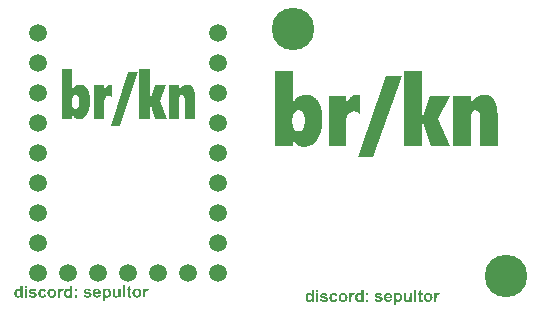
<source format=gbr>
%TF.GenerationSoftware,KiCad,Pcbnew,7.0.2*%
%TF.CreationDate,2024-03-04T12:30:00-06:00*%
%TF.ProjectId,brkn_covers,62726b6e-5f63-46f7-9665-72732e6b6963,rev?*%
%TF.SameCoordinates,Original*%
%TF.FileFunction,Copper,L1,Top*%
%TF.FilePolarity,Positive*%
%FSLAX46Y46*%
G04 Gerber Fmt 4.6, Leading zero omitted, Abs format (unit mm)*
G04 Created by KiCad (PCBNEW 7.0.2) date 2024-03-04 12:30:00*
%MOMM*%
%LPD*%
G01*
G04 APERTURE LIST*
%ADD10C,0.300000*%
%TA.AperFunction,NonConductor*%
%ADD11C,0.300000*%
%TD*%
%ADD12C,0.250000*%
%TA.AperFunction,NonConductor*%
%ADD13C,0.250000*%
%TD*%
%ADD14C,0.750000*%
%TA.AperFunction,NonConductor*%
%ADD15C,0.750000*%
%TD*%
%TA.AperFunction,ComponentPad*%
%ADD16C,0.400000*%
%TD*%
%TA.AperFunction,ComponentPad*%
%ADD17C,3.600000*%
%TD*%
%TA.AperFunction,ComponentPad*%
%ADD18C,1.500000*%
%TD*%
G04 APERTURE END LIST*
D10*
%TO.C,Cover*%
D11*
G36*
X122978503Y-71872219D02*
G01*
X122991936Y-71872219D01*
X123025284Y-71816199D01*
X123060758Y-71762447D01*
X123098357Y-71710961D01*
X123138081Y-71661742D01*
X123179930Y-71614790D01*
X123223905Y-71570105D01*
X123270004Y-71527687D01*
X123318229Y-71487536D01*
X123368579Y-71449652D01*
X123421054Y-71414034D01*
X123457219Y-71391549D01*
X123512917Y-71360122D01*
X123569647Y-71331786D01*
X123627406Y-71306541D01*
X123686196Y-71284387D01*
X123746017Y-71265325D01*
X123806868Y-71249354D01*
X123868749Y-71236474D01*
X123931660Y-71226685D01*
X123995602Y-71219987D01*
X124060575Y-71216381D01*
X124104462Y-71215694D01*
X124186594Y-71217766D01*
X124266292Y-71223983D01*
X124343558Y-71234344D01*
X124418391Y-71248850D01*
X124490790Y-71267500D01*
X124560757Y-71290295D01*
X124628292Y-71317234D01*
X124693393Y-71348318D01*
X124756061Y-71383546D01*
X124816296Y-71422919D01*
X124874099Y-71466436D01*
X124929469Y-71514098D01*
X124982405Y-71565904D01*
X125032909Y-71621854D01*
X125080980Y-71681950D01*
X125126618Y-71746189D01*
X125169652Y-71814224D01*
X125209909Y-71886072D01*
X125247390Y-71961732D01*
X125282094Y-72041204D01*
X125314022Y-72124489D01*
X125343174Y-72211586D01*
X125369549Y-72302496D01*
X125393148Y-72397219D01*
X125413971Y-72495753D01*
X125432017Y-72598101D01*
X125447287Y-72704261D01*
X125459781Y-72814233D01*
X125469498Y-72928017D01*
X125476439Y-73045615D01*
X125478868Y-73105843D01*
X125480604Y-73167024D01*
X125481645Y-73229159D01*
X125481992Y-73292247D01*
X125481248Y-73377907D01*
X125479015Y-73462331D01*
X125475294Y-73545519D01*
X125470085Y-73627470D01*
X125463387Y-73708184D01*
X125455201Y-73787663D01*
X125445527Y-73865904D01*
X125434364Y-73942909D01*
X125421713Y-74018678D01*
X125407574Y-74093210D01*
X125391946Y-74166506D01*
X125374830Y-74238565D01*
X125356226Y-74309388D01*
X125336133Y-74378975D01*
X125314552Y-74447324D01*
X125291482Y-74514438D01*
X125267044Y-74579811D01*
X125241355Y-74643306D01*
X125214417Y-74704924D01*
X125186229Y-74764665D01*
X125156791Y-74822527D01*
X125126103Y-74878512D01*
X125094166Y-74932620D01*
X125060978Y-74984849D01*
X125026541Y-75035202D01*
X124990854Y-75083676D01*
X124953917Y-75130273D01*
X124915730Y-75174993D01*
X124876293Y-75217834D01*
X124835607Y-75258798D01*
X124793671Y-75297885D01*
X124750484Y-75335094D01*
X124706311Y-75370053D01*
X124661412Y-75402757D01*
X124615788Y-75433205D01*
X124569439Y-75461398D01*
X124522365Y-75487335D01*
X124474566Y-75511017D01*
X124426042Y-75532444D01*
X124376793Y-75551615D01*
X124326819Y-75568531D01*
X124276119Y-75583191D01*
X124224695Y-75595596D01*
X124172545Y-75605745D01*
X124119670Y-75613639D01*
X124066070Y-75619278D01*
X124011745Y-75622661D01*
X123956695Y-75623789D01*
X123893898Y-75622179D01*
X123832818Y-75617349D01*
X123773456Y-75609299D01*
X123715811Y-75598029D01*
X123659883Y-75583539D01*
X123605672Y-75565829D01*
X123553179Y-75544899D01*
X123502404Y-75520749D01*
X123453345Y-75493379D01*
X123406004Y-75462789D01*
X123375397Y-75440607D01*
X123330940Y-75405320D01*
X123288243Y-75368152D01*
X123247306Y-75329105D01*
X123208129Y-75288176D01*
X123170713Y-75245367D01*
X123135057Y-75200678D01*
X123101161Y-75154108D01*
X123069025Y-75105658D01*
X123038650Y-75055327D01*
X123010035Y-75003116D01*
X122991936Y-74967264D01*
X122978503Y-74967264D01*
X122978503Y-75530000D01*
X121515488Y-75530000D01*
X121515488Y-73550167D01*
X122951636Y-73550167D01*
X122952806Y-73614314D01*
X122956316Y-73675962D01*
X122962165Y-73735111D01*
X122973605Y-73810090D01*
X122989204Y-73880626D01*
X123008963Y-73946721D01*
X123032881Y-74008373D01*
X123060960Y-74065583D01*
X123084748Y-74105575D01*
X123119782Y-74153661D01*
X123157716Y-74195334D01*
X123198550Y-74230597D01*
X123242285Y-74259448D01*
X123288920Y-74281888D01*
X123338456Y-74297916D01*
X123390891Y-74307534D01*
X123446228Y-74310739D01*
X123510303Y-74306824D01*
X123570639Y-74295077D01*
X123627235Y-74275500D01*
X123680090Y-74248091D01*
X123729206Y-74212851D01*
X123774582Y-74169781D01*
X123816217Y-74118879D01*
X123854113Y-74060146D01*
X123887887Y-73993880D01*
X123910263Y-73939913D01*
X123930105Y-73882288D01*
X123947414Y-73821005D01*
X123962191Y-73756064D01*
X123974434Y-73687465D01*
X123984144Y-73615208D01*
X123991321Y-73539293D01*
X123995965Y-73459721D01*
X123998076Y-73376490D01*
X123998217Y-73347934D01*
X123997025Y-73273324D01*
X123993451Y-73202270D01*
X123987494Y-73134770D01*
X123979154Y-73070825D01*
X123968432Y-73010435D01*
X123955326Y-72953600D01*
X123934146Y-72883350D01*
X123908729Y-72819419D01*
X123879077Y-72761808D01*
X123862662Y-72735373D01*
X123826922Y-72686944D01*
X123787481Y-72644972D01*
X123744338Y-72609458D01*
X123697493Y-72580401D01*
X123646946Y-72557801D01*
X123592697Y-72541658D01*
X123534747Y-72531972D01*
X123473094Y-72528743D01*
X123418388Y-72532132D01*
X123366009Y-72542299D01*
X123315958Y-72559243D01*
X123268236Y-72582965D01*
X123222841Y-72613465D01*
X123179774Y-72650743D01*
X123139035Y-72694798D01*
X123100624Y-72745631D01*
X123065705Y-72801502D01*
X123035442Y-72861402D01*
X123009834Y-72925333D01*
X122988883Y-72993293D01*
X122972587Y-73065284D01*
X122960948Y-73141304D01*
X122955273Y-73200965D01*
X122952218Y-73262892D01*
X122951636Y-73305436D01*
X122951636Y-73550167D01*
X121515488Y-73550167D01*
X121515488Y-69246120D01*
X122978503Y-69246120D01*
X122978503Y-71872219D01*
G37*
G36*
X128654706Y-72810111D02*
G01*
X128609598Y-72775123D01*
X128564242Y-72746012D01*
X128513394Y-72718303D01*
X128465437Y-72695668D01*
X128431224Y-72681151D01*
X128380234Y-72661230D01*
X128332592Y-72645430D01*
X128281243Y-72632207D01*
X128228139Y-72623964D01*
X128197972Y-72622533D01*
X128110131Y-72626563D01*
X128027956Y-72638653D01*
X127951449Y-72658803D01*
X127880609Y-72687013D01*
X127815436Y-72723283D01*
X127755931Y-72767613D01*
X127702093Y-72820003D01*
X127653921Y-72880453D01*
X127611417Y-72948963D01*
X127574581Y-73025533D01*
X127543411Y-73110163D01*
X127517909Y-73202854D01*
X127498073Y-73303604D01*
X127483905Y-73412414D01*
X127475405Y-73529284D01*
X127473279Y-73590742D01*
X127472571Y-73654214D01*
X127472571Y-75530000D01*
X126009556Y-75530000D01*
X126009556Y-71309483D01*
X127472571Y-71309483D01*
X127472571Y-72059797D01*
X127486004Y-72059797D01*
X127512179Y-71984050D01*
X127540329Y-71911780D01*
X127570454Y-71842988D01*
X127602554Y-71777674D01*
X127636629Y-71715837D01*
X127672678Y-71657478D01*
X127710703Y-71602596D01*
X127750703Y-71551192D01*
X127792677Y-71503265D01*
X127836626Y-71458817D01*
X127867023Y-71431116D01*
X127914225Y-71392618D01*
X127962865Y-71357906D01*
X128012943Y-71326981D01*
X128064459Y-71299843D01*
X128117414Y-71276492D01*
X128171807Y-71256927D01*
X128227638Y-71241149D01*
X128284907Y-71229158D01*
X128343615Y-71220953D01*
X128403761Y-71216535D01*
X128444658Y-71215694D01*
X128496032Y-71218078D01*
X128551025Y-71226642D01*
X128602049Y-71241434D01*
X128649104Y-71262454D01*
X128654706Y-71265519D01*
X128654706Y-72810111D01*
G37*
G36*
X129762348Y-76467892D02*
G01*
X128473967Y-76467892D01*
X130909068Y-69621277D01*
X132197449Y-69621277D01*
X129762348Y-76467892D01*
G37*
G36*
X134687505Y-75530000D02*
G01*
X133904706Y-73372847D01*
X133891273Y-73372847D01*
X133891273Y-75530000D01*
X132428258Y-75530000D01*
X132428258Y-69246120D01*
X133891273Y-69246120D01*
X133891273Y-73279057D01*
X133904706Y-73279057D01*
X134615453Y-71309483D01*
X136264092Y-71309483D01*
X135312766Y-73242421D01*
X136319047Y-75530000D01*
X134687505Y-75530000D01*
G37*
G36*
X138855509Y-75530000D02*
G01*
X138855509Y-73254145D01*
X138854650Y-73183524D01*
X138852074Y-73116741D01*
X138847781Y-73053796D01*
X138841770Y-72994690D01*
X138831085Y-72921852D01*
X138817346Y-72855838D01*
X138800554Y-72796647D01*
X138775271Y-72732254D01*
X138757812Y-72698736D01*
X138724300Y-72649764D01*
X138684825Y-72609092D01*
X138639387Y-72576720D01*
X138587987Y-72552649D01*
X138530623Y-72536878D01*
X138480439Y-72530237D01*
X138440296Y-72528743D01*
X138383171Y-72533037D01*
X138330101Y-72545917D01*
X138281085Y-72567383D01*
X138236124Y-72597437D01*
X138195218Y-72636077D01*
X138158367Y-72683303D01*
X138144762Y-72704598D01*
X138114154Y-72761492D01*
X138088734Y-72823180D01*
X138068502Y-72889662D01*
X138053457Y-72960939D01*
X138045157Y-73021412D01*
X138040177Y-73084953D01*
X138038517Y-73151563D01*
X138038517Y-75530000D01*
X136575502Y-75530000D01*
X136575502Y-71309483D01*
X138038517Y-71309483D01*
X138038517Y-71966008D01*
X138051950Y-71966008D01*
X138085975Y-71900380D01*
X138122103Y-71837586D01*
X138160335Y-71777625D01*
X138200671Y-71720498D01*
X138243111Y-71666205D01*
X138287654Y-71614745D01*
X138334301Y-71566118D01*
X138383052Y-71520326D01*
X138433906Y-71477367D01*
X138486864Y-71437241D01*
X138523339Y-71412065D01*
X138579202Y-71376971D01*
X138635967Y-71345330D01*
X138693634Y-71317140D01*
X138752202Y-71292401D01*
X138811672Y-71271115D01*
X138872043Y-71253281D01*
X138933316Y-71238898D01*
X138995491Y-71227967D01*
X139058567Y-71220488D01*
X139122545Y-71216461D01*
X139165697Y-71215694D01*
X139236698Y-71217397D01*
X139305445Y-71222506D01*
X139371938Y-71231021D01*
X139436177Y-71242942D01*
X139498162Y-71258269D01*
X139557893Y-71277003D01*
X139615370Y-71299142D01*
X139670593Y-71324687D01*
X139723562Y-71353639D01*
X139774277Y-71385996D01*
X139822738Y-71421759D01*
X139868945Y-71460929D01*
X139912898Y-71503504D01*
X139954597Y-71549486D01*
X139994042Y-71598874D01*
X140031233Y-71651667D01*
X140066170Y-71707867D01*
X140098853Y-71767473D01*
X140129282Y-71830485D01*
X140157457Y-71896902D01*
X140183378Y-71966726D01*
X140207045Y-72039956D01*
X140228458Y-72116592D01*
X140247617Y-72196634D01*
X140264522Y-72280082D01*
X140279173Y-72366936D01*
X140291570Y-72457196D01*
X140301713Y-72550863D01*
X140309602Y-72647935D01*
X140315237Y-72748413D01*
X140318618Y-72852297D01*
X140319745Y-72959588D01*
X140319745Y-75530000D01*
X138855509Y-75530000D01*
G37*
D12*
D13*
G36*
X124775097Y-88750000D02*
G01*
X124595823Y-88750000D01*
X124595823Y-88642777D01*
X124587301Y-88654217D01*
X124578495Y-88665091D01*
X124569406Y-88675398D01*
X124560034Y-88685138D01*
X124550378Y-88694311D01*
X124540439Y-88702918D01*
X124530217Y-88710958D01*
X124519711Y-88718431D01*
X124508922Y-88725338D01*
X124497849Y-88731677D01*
X124490310Y-88735589D01*
X124478898Y-88740958D01*
X124467470Y-88745799D01*
X124456023Y-88750111D01*
X124444560Y-88753896D01*
X124433080Y-88757152D01*
X124421582Y-88759881D01*
X124410068Y-88762081D01*
X124398536Y-88763753D01*
X124386987Y-88764898D01*
X124375420Y-88765514D01*
X124367700Y-88765631D01*
X124352118Y-88765234D01*
X124336819Y-88764043D01*
X124321802Y-88762059D01*
X124307067Y-88759281D01*
X124292615Y-88755709D01*
X124278445Y-88751343D01*
X124264557Y-88746183D01*
X124250952Y-88740230D01*
X124237629Y-88733483D01*
X124224589Y-88725942D01*
X124211831Y-88717607D01*
X124199356Y-88708478D01*
X124187163Y-88698556D01*
X124175252Y-88687840D01*
X124163624Y-88676330D01*
X124152278Y-88664026D01*
X124141423Y-88650981D01*
X124131269Y-88637308D01*
X124121815Y-88623008D01*
X124113062Y-88608079D01*
X124105008Y-88592523D01*
X124097655Y-88576339D01*
X124091003Y-88559527D01*
X124085050Y-88542088D01*
X124079798Y-88524020D01*
X124075246Y-88505325D01*
X124073233Y-88495742D01*
X124071394Y-88486003D01*
X124069731Y-88476106D01*
X124068243Y-88466052D01*
X124066930Y-88455841D01*
X124065792Y-88445474D01*
X124064829Y-88434949D01*
X124064041Y-88424267D01*
X124063429Y-88413429D01*
X124062991Y-88402433D01*
X124062728Y-88391281D01*
X124062641Y-88379972D01*
X124062724Y-88368736D01*
X124259745Y-88368736D01*
X124259871Y-88383768D01*
X124260249Y-88398271D01*
X124260878Y-88412245D01*
X124261760Y-88425691D01*
X124262893Y-88438608D01*
X124264279Y-88450997D01*
X124265916Y-88462857D01*
X124267805Y-88474188D01*
X124269946Y-88484991D01*
X124272339Y-88495266D01*
X124274983Y-88505012D01*
X124279423Y-88518639D01*
X124284429Y-88531078D01*
X124290001Y-88542327D01*
X124291985Y-88545812D01*
X124297962Y-88555395D01*
X124304231Y-88564360D01*
X124310792Y-88572706D01*
X124317646Y-88580434D01*
X124324791Y-88587544D01*
X124332228Y-88594035D01*
X124343931Y-88602613D01*
X124356290Y-88609800D01*
X124369307Y-88615596D01*
X124382981Y-88620001D01*
X124397311Y-88623015D01*
X124407230Y-88624252D01*
X124417440Y-88624870D01*
X124422655Y-88624947D01*
X124434937Y-88624426D01*
X124446872Y-88622861D01*
X124458459Y-88620252D01*
X124469698Y-88616601D01*
X124480590Y-88611906D01*
X124491133Y-88606168D01*
X124501329Y-88599387D01*
X124511178Y-88591562D01*
X124520678Y-88582694D01*
X124529831Y-88572783D01*
X124535739Y-88565596D01*
X124544120Y-88553950D01*
X124549249Y-88545612D01*
X124554012Y-88536813D01*
X124558408Y-88527555D01*
X124562438Y-88517837D01*
X124566102Y-88507659D01*
X124569399Y-88497021D01*
X124572330Y-88485923D01*
X124574894Y-88474365D01*
X124577093Y-88462348D01*
X124578924Y-88449871D01*
X124580390Y-88436933D01*
X124581489Y-88423536D01*
X124582222Y-88409679D01*
X124582588Y-88395362D01*
X124582634Y-88388032D01*
X124582456Y-88371864D01*
X124581924Y-88356272D01*
X124581037Y-88341257D01*
X124579795Y-88326818D01*
X124578197Y-88312956D01*
X124576245Y-88299669D01*
X124573938Y-88286959D01*
X124571277Y-88274825D01*
X124568260Y-88263267D01*
X124564888Y-88252286D01*
X124561161Y-88241881D01*
X124557080Y-88232052D01*
X124552643Y-88222799D01*
X124547852Y-88214123D01*
X124540000Y-88202189D01*
X124537205Y-88198499D01*
X124528507Y-88188111D01*
X124519359Y-88178744D01*
X124509760Y-88170399D01*
X124499710Y-88163076D01*
X124489209Y-88156775D01*
X124478257Y-88151496D01*
X124466855Y-88147238D01*
X124455002Y-88144002D01*
X124442698Y-88141789D01*
X124429943Y-88140596D01*
X124421189Y-88140369D01*
X124408516Y-88140874D01*
X124396234Y-88142387D01*
X124384342Y-88144910D01*
X124372841Y-88148441D01*
X124361730Y-88152981D01*
X124351011Y-88158530D01*
X124340681Y-88165088D01*
X124330743Y-88172655D01*
X124321195Y-88181231D01*
X124312039Y-88190816D01*
X124306151Y-88197766D01*
X124297858Y-88208981D01*
X124290380Y-88221191D01*
X124285848Y-88229884D01*
X124281679Y-88239021D01*
X124277872Y-88248599D01*
X124274428Y-88258621D01*
X124271346Y-88269085D01*
X124268627Y-88279992D01*
X124266271Y-88291342D01*
X124264277Y-88303134D01*
X124262645Y-88315369D01*
X124261376Y-88328047D01*
X124260470Y-88341168D01*
X124259926Y-88354731D01*
X124259745Y-88368736D01*
X124062724Y-88368736D01*
X124062726Y-88368412D01*
X124062981Y-88357026D01*
X124063407Y-88345815D01*
X124064003Y-88334779D01*
X124064770Y-88323917D01*
X124065706Y-88313230D01*
X124066813Y-88302718D01*
X124068090Y-88292380D01*
X124069538Y-88282217D01*
X124071156Y-88272228D01*
X124072944Y-88262414D01*
X124074903Y-88252774D01*
X124079330Y-88234019D01*
X124084439Y-88215963D01*
X124090230Y-88198604D01*
X124096701Y-88181944D01*
X124103854Y-88165982D01*
X124111688Y-88150719D01*
X124120203Y-88136154D01*
X124129399Y-88122288D01*
X124139277Y-88109120D01*
X124149836Y-88096650D01*
X124160944Y-88084908D01*
X124172409Y-88073924D01*
X124184231Y-88063697D01*
X124196410Y-88054228D01*
X124208945Y-88045516D01*
X124221838Y-88037562D01*
X124235087Y-88030366D01*
X124248693Y-88023927D01*
X124262656Y-88018245D01*
X124276975Y-88013321D01*
X124291652Y-88009155D01*
X124306685Y-88005746D01*
X124322075Y-88003094D01*
X124337822Y-88001201D01*
X124353926Y-88000064D01*
X124370387Y-87999685D01*
X124385554Y-88000082D01*
X124400463Y-88001273D01*
X124415115Y-88003258D01*
X124429509Y-88006036D01*
X124443645Y-88009608D01*
X124457524Y-88013974D01*
X124471146Y-88019133D01*
X124484509Y-88025087D01*
X124497615Y-88031834D01*
X124510464Y-88039375D01*
X124523055Y-88047710D01*
X124535388Y-88056838D01*
X124547464Y-88066761D01*
X124559282Y-88077477D01*
X124570842Y-88088987D01*
X124582145Y-88101290D01*
X124582145Y-87733949D01*
X124775097Y-87733949D01*
X124775097Y-88750000D01*
G37*
G36*
X124960722Y-87905896D02*
G01*
X124960722Y-87733949D01*
X125153918Y-87733949D01*
X125153918Y-87905896D01*
X124960722Y-87905896D01*
G37*
G36*
X124960722Y-88750000D02*
G01*
X124960722Y-88015317D01*
X125153918Y-88015317D01*
X125153918Y-88750000D01*
X124960722Y-88750000D01*
G37*
G36*
X125281657Y-88546789D02*
G01*
X125475341Y-88515526D01*
X125477898Y-88525374D01*
X125480897Y-88534766D01*
X125485583Y-88546581D01*
X125491056Y-88557588D01*
X125497315Y-88567785D01*
X125504360Y-88577173D01*
X125512191Y-88585752D01*
X125520808Y-88593522D01*
X125525411Y-88597103D01*
X125535349Y-88603629D01*
X125546233Y-88609285D01*
X125558063Y-88614071D01*
X125567557Y-88617089D01*
X125577584Y-88619618D01*
X125588143Y-88621657D01*
X125599234Y-88623207D01*
X125610857Y-88624267D01*
X125623013Y-88624838D01*
X125631413Y-88624947D01*
X125645102Y-88624705D01*
X125658143Y-88623977D01*
X125670536Y-88622764D01*
X125682280Y-88621066D01*
X125693376Y-88618883D01*
X125703824Y-88616215D01*
X125713623Y-88613061D01*
X125722775Y-88609422D01*
X125733968Y-88603816D01*
X125744009Y-88597348D01*
X125752641Y-88589731D01*
X125759487Y-88581170D01*
X125764548Y-88571665D01*
X125767822Y-88561215D01*
X125769311Y-88549821D01*
X125769410Y-88545812D01*
X125768555Y-88535295D01*
X125765990Y-88525724D01*
X125761062Y-88516087D01*
X125755732Y-88509420D01*
X125747710Y-88503530D01*
X125738098Y-88498630D01*
X125728160Y-88494651D01*
X125716469Y-88490768D01*
X125705854Y-88487730D01*
X125694117Y-88484754D01*
X125691008Y-88484019D01*
X125676581Y-88480807D01*
X125662489Y-88477611D01*
X125648730Y-88474433D01*
X125635305Y-88471273D01*
X125622214Y-88468129D01*
X125609457Y-88465002D01*
X125597034Y-88461893D01*
X125584945Y-88458801D01*
X125573190Y-88455726D01*
X125561769Y-88452668D01*
X125550682Y-88449628D01*
X125539928Y-88446604D01*
X125529509Y-88443598D01*
X125519423Y-88440609D01*
X125509672Y-88437637D01*
X125500254Y-88434682D01*
X125482421Y-88428824D01*
X125465923Y-88423035D01*
X125450761Y-88417314D01*
X125436934Y-88411662D01*
X125424444Y-88406079D01*
X125413288Y-88400564D01*
X125403469Y-88395118D01*
X125394986Y-88389741D01*
X125384516Y-88382141D01*
X125374721Y-88374178D01*
X125365602Y-88365853D01*
X125357158Y-88357165D01*
X125349390Y-88348115D01*
X125342298Y-88338702D01*
X125335881Y-88328927D01*
X125330139Y-88318789D01*
X125325073Y-88308288D01*
X125320682Y-88297425D01*
X125316967Y-88286200D01*
X125313927Y-88274611D01*
X125311563Y-88262661D01*
X125309875Y-88250347D01*
X125308861Y-88237672D01*
X125308524Y-88224633D01*
X125308816Y-88212846D01*
X125309691Y-88201296D01*
X125311151Y-88189986D01*
X125313195Y-88178914D01*
X125315822Y-88168080D01*
X125319034Y-88157485D01*
X125322829Y-88147129D01*
X125327208Y-88137011D01*
X125332171Y-88127132D01*
X125337718Y-88117491D01*
X125343849Y-88108088D01*
X125350564Y-88098924D01*
X125357863Y-88089999D01*
X125365745Y-88081312D01*
X125374212Y-88072864D01*
X125383262Y-88064654D01*
X125392956Y-88056787D01*
X125403294Y-88049427D01*
X125414274Y-88042575D01*
X125425898Y-88036230D01*
X125438164Y-88030393D01*
X125451074Y-88025064D01*
X125464626Y-88020242D01*
X125478822Y-88015928D01*
X125493661Y-88012121D01*
X125509142Y-88008822D01*
X125525267Y-88006030D01*
X125542035Y-88003746D01*
X125559446Y-88001970D01*
X125577500Y-88000701D01*
X125596197Y-87999939D01*
X125615537Y-87999685D01*
X125633951Y-87999886D01*
X125651765Y-88000487D01*
X125668977Y-88001489D01*
X125685589Y-88002891D01*
X125701599Y-88004694D01*
X125717008Y-88006898D01*
X125731816Y-88009503D01*
X125746024Y-88012508D01*
X125759630Y-88015914D01*
X125772635Y-88019721D01*
X125785039Y-88023928D01*
X125796841Y-88028537D01*
X125808043Y-88033546D01*
X125818644Y-88038955D01*
X125828643Y-88044765D01*
X125838042Y-88050976D01*
X125846992Y-88057581D01*
X125855586Y-88064570D01*
X125863822Y-88071945D01*
X125871702Y-88079706D01*
X125879225Y-88087851D01*
X125886391Y-88096383D01*
X125893200Y-88105300D01*
X125899652Y-88114602D01*
X125905748Y-88124289D01*
X125911487Y-88134363D01*
X125916869Y-88144821D01*
X125921894Y-88155665D01*
X125926562Y-88166895D01*
X125930873Y-88178509D01*
X125934828Y-88190510D01*
X125938426Y-88202896D01*
X125756221Y-88234159D01*
X125752962Y-88223133D01*
X125749046Y-88212772D01*
X125744474Y-88203075D01*
X125739246Y-88194042D01*
X125733361Y-88185673D01*
X125726820Y-88177967D01*
X125719622Y-88170926D01*
X125711769Y-88164549D01*
X125703212Y-88158882D01*
X125693786Y-88153971D01*
X125683490Y-88149815D01*
X125672323Y-88146414D01*
X125660287Y-88143770D01*
X125647380Y-88141881D01*
X125637129Y-88140960D01*
X125626388Y-88140464D01*
X125618956Y-88140369D01*
X125605048Y-88140556D01*
X125591900Y-88141116D01*
X125579511Y-88142050D01*
X125567883Y-88143358D01*
X125557014Y-88145038D01*
X125546906Y-88147093D01*
X125534609Y-88150413D01*
X125523664Y-88154397D01*
X125514070Y-88159045D01*
X125509780Y-88161618D01*
X125501214Y-88168676D01*
X125494753Y-88176598D01*
X125490395Y-88185386D01*
X125488141Y-88195038D01*
X125487798Y-88200942D01*
X125489004Y-88210818D01*
X125492622Y-88219931D01*
X125498651Y-88228282D01*
X125505906Y-88234962D01*
X125507093Y-88235868D01*
X125515626Y-88240940D01*
X125524651Y-88245070D01*
X125535925Y-88249478D01*
X125549449Y-88254166D01*
X125559715Y-88257446D01*
X125570981Y-88260850D01*
X125583246Y-88264378D01*
X125596512Y-88268030D01*
X125610777Y-88271807D01*
X125626042Y-88275707D01*
X125642307Y-88279731D01*
X125659572Y-88283879D01*
X125677837Y-88288152D01*
X125687344Y-88290334D01*
X125696886Y-88292533D01*
X125715425Y-88297025D01*
X125733240Y-88301643D01*
X125750329Y-88306386D01*
X125766694Y-88311256D01*
X125782333Y-88316251D01*
X125797247Y-88321373D01*
X125811436Y-88326620D01*
X125824900Y-88331994D01*
X125837638Y-88337493D01*
X125849652Y-88343118D01*
X125860941Y-88348869D01*
X125871504Y-88354746D01*
X125881343Y-88360749D01*
X125890456Y-88366878D01*
X125898844Y-88373133D01*
X125902766Y-88376308D01*
X125910072Y-88382910D01*
X125920146Y-88393414D01*
X125929160Y-88404640D01*
X125937113Y-88416587D01*
X125944006Y-88429255D01*
X125949839Y-88442645D01*
X125953138Y-88451972D01*
X125955966Y-88461619D01*
X125958322Y-88471587D01*
X125960208Y-88481876D01*
X125961622Y-88492485D01*
X125962564Y-88503415D01*
X125963035Y-88514666D01*
X125963094Y-88520411D01*
X125962767Y-88532850D01*
X125961785Y-88545072D01*
X125960149Y-88557076D01*
X125957858Y-88568863D01*
X125954913Y-88580432D01*
X125951314Y-88591784D01*
X125947059Y-88602918D01*
X125942151Y-88613834D01*
X125936587Y-88624533D01*
X125930370Y-88635015D01*
X125923497Y-88645278D01*
X125915971Y-88655325D01*
X125907790Y-88665154D01*
X125898954Y-88674765D01*
X125889464Y-88684159D01*
X125879319Y-88693335D01*
X125868533Y-88702090D01*
X125857120Y-88710280D01*
X125845078Y-88717904D01*
X125832409Y-88724965D01*
X125819112Y-88731460D01*
X125805188Y-88737390D01*
X125790635Y-88742756D01*
X125775455Y-88747557D01*
X125759647Y-88751793D01*
X125743211Y-88755464D01*
X125726147Y-88758571D01*
X125708456Y-88761113D01*
X125690137Y-88763089D01*
X125671190Y-88764501D01*
X125651615Y-88765349D01*
X125641592Y-88765560D01*
X125631413Y-88765631D01*
X125613002Y-88765401D01*
X125595078Y-88764711D01*
X125577640Y-88763562D01*
X125560689Y-88761952D01*
X125544225Y-88759883D01*
X125528247Y-88757353D01*
X125512755Y-88754364D01*
X125497751Y-88750915D01*
X125483233Y-88747007D01*
X125469201Y-88742638D01*
X125455656Y-88737809D01*
X125442598Y-88732521D01*
X125430026Y-88726773D01*
X125417941Y-88720564D01*
X125406342Y-88713896D01*
X125395230Y-88706769D01*
X125384625Y-88699246D01*
X125374488Y-88691393D01*
X125364819Y-88683210D01*
X125355617Y-88674696D01*
X125346882Y-88665853D01*
X125338615Y-88656680D01*
X125330816Y-88647176D01*
X125323483Y-88637342D01*
X125316619Y-88627179D01*
X125310222Y-88616685D01*
X125304292Y-88605861D01*
X125298830Y-88594707D01*
X125293836Y-88583223D01*
X125289309Y-88571408D01*
X125285249Y-88559264D01*
X125281657Y-88546789D01*
G37*
G36*
X126764455Y-88218527D02*
G01*
X126574190Y-88249790D01*
X126572187Y-88239816D01*
X126569751Y-88230318D01*
X126565828Y-88218396D01*
X126561134Y-88207321D01*
X126555669Y-88197094D01*
X126549433Y-88187713D01*
X126542426Y-88179180D01*
X126534648Y-88171494D01*
X126530471Y-88167969D01*
X126521666Y-88161500D01*
X126512229Y-88155894D01*
X126502157Y-88151150D01*
X126491453Y-88147269D01*
X126480115Y-88144251D01*
X126468143Y-88142094D01*
X126455538Y-88140801D01*
X126445668Y-88140396D01*
X126442299Y-88140369D01*
X126429045Y-88140837D01*
X126416301Y-88142241D01*
X126404069Y-88144581D01*
X126392347Y-88147857D01*
X126381137Y-88152069D01*
X126370437Y-88157216D01*
X126360248Y-88163300D01*
X126350570Y-88170320D01*
X126341403Y-88178275D01*
X126332747Y-88187167D01*
X126327260Y-88193614D01*
X126319578Y-88204227D01*
X126312652Y-88216097D01*
X126306481Y-88229225D01*
X126302787Y-88238676D01*
X126299428Y-88248687D01*
X126296406Y-88259256D01*
X126293719Y-88270384D01*
X126291368Y-88282071D01*
X126289353Y-88294318D01*
X126287674Y-88307124D01*
X126286331Y-88320488D01*
X126285323Y-88334412D01*
X126284652Y-88348895D01*
X126284316Y-88363937D01*
X126284274Y-88371667D01*
X126284444Y-88388691D01*
X126284953Y-88405079D01*
X126285802Y-88420832D01*
X126286991Y-88435949D01*
X126288519Y-88450431D01*
X126290387Y-88464277D01*
X126292595Y-88477488D01*
X126295143Y-88490064D01*
X126298030Y-88502004D01*
X126301256Y-88513309D01*
X126304823Y-88523979D01*
X126308729Y-88534012D01*
X126312974Y-88543411D01*
X126317559Y-88552174D01*
X126325074Y-88564128D01*
X126327749Y-88567794D01*
X126336208Y-88578008D01*
X126345191Y-88587217D01*
X126354698Y-88595422D01*
X126364729Y-88602622D01*
X126375283Y-88608817D01*
X126386362Y-88614008D01*
X126397964Y-88618194D01*
X126410089Y-88621375D01*
X126422739Y-88623552D01*
X126435912Y-88624724D01*
X126444986Y-88624947D01*
X126455114Y-88624670D01*
X126464889Y-88623839D01*
X126477376Y-88621870D01*
X126489237Y-88618916D01*
X126500473Y-88614978D01*
X126511082Y-88610055D01*
X126521065Y-88604147D01*
X126530423Y-88597255D01*
X126534867Y-88593440D01*
X126543335Y-88584788D01*
X126551155Y-88574709D01*
X126556594Y-88566214D01*
X126561668Y-88556915D01*
X126566377Y-88546814D01*
X126570721Y-88535909D01*
X126574700Y-88524202D01*
X126578314Y-88511692D01*
X126581564Y-88498379D01*
X126584448Y-88484263D01*
X126773981Y-88515526D01*
X126770075Y-88530769D01*
X126765745Y-88545538D01*
X126760992Y-88559834D01*
X126755815Y-88573656D01*
X126750215Y-88587006D01*
X126744191Y-88599882D01*
X126737743Y-88612285D01*
X126730872Y-88624214D01*
X126723577Y-88635671D01*
X126715858Y-88646654D01*
X126707716Y-88657164D01*
X126699151Y-88667201D01*
X126690161Y-88676765D01*
X126680749Y-88685855D01*
X126670912Y-88694472D01*
X126660652Y-88702616D01*
X126649957Y-88710247D01*
X126638815Y-88717385D01*
X126627227Y-88724032D01*
X126615192Y-88730185D01*
X126602711Y-88735847D01*
X126589783Y-88741016D01*
X126576409Y-88745693D01*
X126562588Y-88749877D01*
X126548321Y-88753570D01*
X126533608Y-88756770D01*
X126518447Y-88759477D01*
X126502841Y-88761693D01*
X126486787Y-88763416D01*
X126470288Y-88764646D01*
X126453341Y-88765385D01*
X126435949Y-88765631D01*
X126426013Y-88765532D01*
X126416204Y-88765235D01*
X126396965Y-88764047D01*
X126378232Y-88762068D01*
X126360004Y-88759296D01*
X126342282Y-88755733D01*
X126325066Y-88751377D01*
X126308356Y-88746230D01*
X126292151Y-88740291D01*
X126276451Y-88733560D01*
X126261258Y-88726037D01*
X126246570Y-88717722D01*
X126232387Y-88708616D01*
X126218711Y-88698717D01*
X126205540Y-88688027D01*
X126192874Y-88676544D01*
X126180715Y-88664270D01*
X126169210Y-88651266D01*
X126158447Y-88637655D01*
X126148426Y-88623438D01*
X126139148Y-88608613D01*
X126130612Y-88593182D01*
X126122818Y-88577144D01*
X126115766Y-88560499D01*
X126109457Y-88543248D01*
X126103890Y-88525390D01*
X126099065Y-88506924D01*
X126094983Y-88487853D01*
X126093220Y-88478089D01*
X126091642Y-88468174D01*
X126090251Y-88458107D01*
X126089045Y-88447888D01*
X126088024Y-88437518D01*
X126087189Y-88426996D01*
X126086539Y-88416322D01*
X126086075Y-88405497D01*
X126085797Y-88394520D01*
X126085704Y-88383391D01*
X126085798Y-88372127D01*
X126086077Y-88361021D01*
X126086544Y-88350071D01*
X126087196Y-88339278D01*
X126088036Y-88328643D01*
X126089062Y-88318164D01*
X126090274Y-88307842D01*
X126091673Y-88297677D01*
X126093258Y-88287669D01*
X126095030Y-88277818D01*
X126096989Y-88268124D01*
X126099134Y-88258587D01*
X126103983Y-88239983D01*
X126109579Y-88222008D01*
X126115921Y-88204660D01*
X126123009Y-88187939D01*
X126130842Y-88171847D01*
X126139422Y-88156383D01*
X126148749Y-88141546D01*
X126158821Y-88127337D01*
X126169639Y-88113755D01*
X126181203Y-88100802D01*
X126193404Y-88088557D01*
X126206131Y-88077103D01*
X126219385Y-88066438D01*
X126233166Y-88056564D01*
X126247473Y-88047479D01*
X126262307Y-88039184D01*
X126277668Y-88031679D01*
X126293555Y-88024965D01*
X126309969Y-88019040D01*
X126326909Y-88013905D01*
X126344377Y-88009560D01*
X126362370Y-88006005D01*
X126380891Y-88003240D01*
X126399938Y-88001265D01*
X126419512Y-88000080D01*
X126429496Y-87999784D01*
X126439612Y-87999685D01*
X126456038Y-87999897D01*
X126472039Y-88000533D01*
X126487615Y-88001592D01*
X126502764Y-88003074D01*
X126517488Y-88004981D01*
X126531787Y-88007310D01*
X126545660Y-88010064D01*
X126559108Y-88013241D01*
X126572130Y-88016842D01*
X126584727Y-88020866D01*
X126596898Y-88025314D01*
X126608644Y-88030185D01*
X126619964Y-88035480D01*
X126630858Y-88041199D01*
X126641327Y-88047341D01*
X126651371Y-88053907D01*
X126661029Y-88060876D01*
X126670342Y-88068287D01*
X126679309Y-88076141D01*
X126687931Y-88084438D01*
X126696207Y-88093177D01*
X126704139Y-88102359D01*
X126711724Y-88111984D01*
X126718965Y-88122051D01*
X126725860Y-88132561D01*
X126732410Y-88143514D01*
X126738614Y-88154909D01*
X126744473Y-88166748D01*
X126749987Y-88179028D01*
X126755155Y-88191752D01*
X126759978Y-88204918D01*
X126764455Y-88218527D01*
G37*
G36*
X127248333Y-87999791D02*
G01*
X127258508Y-88000107D01*
X127268566Y-88000634D01*
X127278506Y-88001372D01*
X127288330Y-88002321D01*
X127298037Y-88003481D01*
X127317100Y-88006433D01*
X127335696Y-88010228D01*
X127353825Y-88014867D01*
X127371485Y-88020349D01*
X127388679Y-88026674D01*
X127405405Y-88033843D01*
X127421663Y-88041856D01*
X127437454Y-88050711D01*
X127452777Y-88060410D01*
X127467633Y-88070953D01*
X127482022Y-88082339D01*
X127495942Y-88094568D01*
X127509396Y-88107641D01*
X127522202Y-88121358D01*
X127534183Y-88135523D01*
X127545337Y-88150133D01*
X127555665Y-88165191D01*
X127565166Y-88180694D01*
X127573842Y-88196644D01*
X127581691Y-88213041D01*
X127588714Y-88229884D01*
X127594910Y-88247174D01*
X127600281Y-88264910D01*
X127604825Y-88283093D01*
X127608543Y-88301722D01*
X127611435Y-88320798D01*
X127612571Y-88330503D01*
X127613501Y-88340320D01*
X127614224Y-88350249D01*
X127614740Y-88360289D01*
X127615050Y-88370441D01*
X127615153Y-88380704D01*
X127615049Y-88391029D01*
X127614735Y-88401244D01*
X127614213Y-88411347D01*
X127613481Y-88421340D01*
X127612541Y-88431223D01*
X127611392Y-88440994D01*
X127608467Y-88460205D01*
X127604706Y-88478974D01*
X127600109Y-88497300D01*
X127594677Y-88515183D01*
X127588408Y-88532623D01*
X127581304Y-88549621D01*
X127573365Y-88566176D01*
X127564589Y-88582289D01*
X127554978Y-88597958D01*
X127544531Y-88613185D01*
X127533248Y-88627970D01*
X127521129Y-88642311D01*
X127508175Y-88656210D01*
X127494617Y-88669460D01*
X127480629Y-88681856D01*
X127466209Y-88693396D01*
X127451358Y-88704082D01*
X127436075Y-88713913D01*
X127420362Y-88722889D01*
X127404217Y-88731010D01*
X127387641Y-88738276D01*
X127370633Y-88744687D01*
X127353195Y-88750244D01*
X127335325Y-88754945D01*
X127317024Y-88758792D01*
X127298292Y-88761784D01*
X127279128Y-88763921D01*
X127269385Y-88764669D01*
X127259534Y-88765204D01*
X127249574Y-88765524D01*
X127239508Y-88765631D01*
X127226996Y-88765454D01*
X127214557Y-88764921D01*
X127202190Y-88764034D01*
X127189896Y-88762792D01*
X127177674Y-88761195D01*
X127165525Y-88759243D01*
X127153448Y-88756936D01*
X127141444Y-88754274D01*
X127129512Y-88751257D01*
X127117653Y-88747885D01*
X127105867Y-88744159D01*
X127094153Y-88740077D01*
X127082511Y-88735641D01*
X127070942Y-88730849D01*
X127059445Y-88725703D01*
X127048021Y-88720202D01*
X127036834Y-88714328D01*
X127025986Y-88708123D01*
X127015478Y-88701589D01*
X127005309Y-88694724D01*
X126995480Y-88687530D01*
X126985991Y-88680005D01*
X126976842Y-88672150D01*
X126968032Y-88663965D01*
X126959561Y-88655450D01*
X126951431Y-88646605D01*
X126943640Y-88637429D01*
X126936188Y-88627924D01*
X126929077Y-88618088D01*
X126922305Y-88607923D01*
X126915872Y-88597427D01*
X126909780Y-88586601D01*
X126904042Y-88575460D01*
X126898674Y-88564020D01*
X126893677Y-88552280D01*
X126889050Y-88540241D01*
X126884792Y-88527902D01*
X126880906Y-88515263D01*
X126877389Y-88502325D01*
X126874242Y-88489087D01*
X126871466Y-88475550D01*
X126869060Y-88461713D01*
X126867024Y-88447576D01*
X126865358Y-88433140D01*
X126864062Y-88418405D01*
X126863137Y-88403369D01*
X126862582Y-88388034D01*
X126862518Y-88382658D01*
X127060233Y-88382658D01*
X127060435Y-88397129D01*
X127061039Y-88411170D01*
X127062045Y-88424782D01*
X127063454Y-88437964D01*
X127065266Y-88450717D01*
X127067480Y-88463041D01*
X127070097Y-88474935D01*
X127073117Y-88486400D01*
X127076539Y-88497436D01*
X127080364Y-88508043D01*
X127084592Y-88518220D01*
X127089222Y-88527967D01*
X127094255Y-88537286D01*
X127099690Y-88546175D01*
X127105528Y-88554635D01*
X127111769Y-88562665D01*
X127118304Y-88570207D01*
X127128458Y-88580608D01*
X127139032Y-88589914D01*
X127150027Y-88598125D01*
X127161443Y-88605241D01*
X127173280Y-88611262D01*
X127185537Y-88616189D01*
X127198216Y-88620021D01*
X127211315Y-88622758D01*
X127224834Y-88624400D01*
X127238775Y-88624947D01*
X127252711Y-88624400D01*
X127266218Y-88622758D01*
X127279295Y-88620021D01*
X127291943Y-88616189D01*
X127304162Y-88611262D01*
X127315952Y-88605241D01*
X127327312Y-88598125D01*
X127338243Y-88589914D01*
X127348744Y-88580608D01*
X127358816Y-88570207D01*
X127365293Y-88562665D01*
X127371504Y-88554629D01*
X127377314Y-88546152D01*
X127382724Y-88537234D01*
X127387732Y-88527876D01*
X127392341Y-88518077D01*
X127396548Y-88507837D01*
X127400355Y-88497156D01*
X127403761Y-88486034D01*
X127406766Y-88474472D01*
X127409371Y-88462468D01*
X127411575Y-88450024D01*
X127413378Y-88437140D01*
X127414780Y-88423814D01*
X127415782Y-88410048D01*
X127416383Y-88395841D01*
X127416584Y-88381193D01*
X127416383Y-88366901D01*
X127415782Y-88353029D01*
X127414780Y-88339576D01*
X127413378Y-88326543D01*
X127411575Y-88313931D01*
X127409371Y-88301738D01*
X127406766Y-88289964D01*
X127403761Y-88278611D01*
X127400355Y-88267677D01*
X127396548Y-88257163D01*
X127392341Y-88247069D01*
X127387732Y-88237395D01*
X127382724Y-88228140D01*
X127377314Y-88219306D01*
X127371504Y-88210891D01*
X127365293Y-88202896D01*
X127358816Y-88195324D01*
X127348744Y-88184883D01*
X127338243Y-88175540D01*
X127327312Y-88167297D01*
X127315952Y-88160153D01*
X127304162Y-88154108D01*
X127291943Y-88149162D01*
X127279295Y-88145315D01*
X127266218Y-88142568D01*
X127252711Y-88140919D01*
X127238775Y-88140369D01*
X127224834Y-88140919D01*
X127211315Y-88142568D01*
X127198216Y-88145315D01*
X127185537Y-88149162D01*
X127173280Y-88154108D01*
X127161443Y-88160153D01*
X127150027Y-88167297D01*
X127139032Y-88175540D01*
X127128458Y-88184883D01*
X127118304Y-88195324D01*
X127111769Y-88202896D01*
X127105528Y-88210896D01*
X127099690Y-88219328D01*
X127094255Y-88228192D01*
X127089222Y-88237486D01*
X127084592Y-88247212D01*
X127080364Y-88257369D01*
X127076539Y-88267958D01*
X127073117Y-88278977D01*
X127070097Y-88290428D01*
X127067480Y-88302310D01*
X127065266Y-88314623D01*
X127063454Y-88327368D01*
X127062045Y-88340544D01*
X127061039Y-88354151D01*
X127060435Y-88368189D01*
X127060233Y-88382658D01*
X126862518Y-88382658D01*
X126862397Y-88372400D01*
X126862582Y-88360335D01*
X126863137Y-88348319D01*
X126864062Y-88336353D01*
X126865358Y-88324437D01*
X126867024Y-88312570D01*
X126869060Y-88300753D01*
X126871466Y-88288985D01*
X126874242Y-88277267D01*
X126877389Y-88265599D01*
X126880906Y-88253980D01*
X126884792Y-88242411D01*
X126889050Y-88230892D01*
X126893677Y-88219422D01*
X126898674Y-88208002D01*
X126904042Y-88196631D01*
X126909780Y-88185310D01*
X126915857Y-88174181D01*
X126922244Y-88163385D01*
X126928939Y-88152924D01*
X126935944Y-88142797D01*
X126943258Y-88133003D01*
X126950881Y-88123543D01*
X126958813Y-88114418D01*
X126967055Y-88105626D01*
X126975605Y-88097168D01*
X126984465Y-88089044D01*
X126993633Y-88081254D01*
X127003111Y-88073798D01*
X127012898Y-88066676D01*
X127022994Y-88059888D01*
X127033399Y-88053433D01*
X127044113Y-88047313D01*
X127055060Y-88041545D01*
X127066164Y-88036150D01*
X127077424Y-88031127D01*
X127088840Y-88026476D01*
X127100413Y-88022197D01*
X127112143Y-88018290D01*
X127124028Y-88014755D01*
X127136071Y-88011592D01*
X127148269Y-88008802D01*
X127160625Y-88006383D01*
X127173136Y-88004337D01*
X127185805Y-88002662D01*
X127198629Y-88001360D01*
X127211610Y-88000430D01*
X127224748Y-87999872D01*
X127238042Y-87999685D01*
X127248333Y-87999791D01*
G37*
G36*
X127946591Y-88750000D02*
G01*
X127753639Y-88750000D01*
X127753639Y-88015317D01*
X127932913Y-88015317D01*
X127932913Y-88119120D01*
X127938616Y-88110128D01*
X127944247Y-88101531D01*
X127949806Y-88093329D01*
X127958007Y-88081766D01*
X127966046Y-88071092D01*
X127973921Y-88061307D01*
X127981634Y-88052410D01*
X127989183Y-88044403D01*
X127996569Y-88037284D01*
X128006163Y-88029174D01*
X128015467Y-88022644D01*
X128024844Y-88017263D01*
X128034533Y-88012600D01*
X128044536Y-88008654D01*
X128054851Y-88005425D01*
X128065480Y-88002914D01*
X128076421Y-88001120D01*
X128087675Y-88000044D01*
X128099242Y-87999685D01*
X128111564Y-88000033D01*
X128123800Y-88001077D01*
X128135950Y-88002815D01*
X128148015Y-88005250D01*
X128159993Y-88008379D01*
X128171886Y-88012205D01*
X128183692Y-88016726D01*
X128195413Y-88021942D01*
X128207048Y-88027854D01*
X128218597Y-88034461D01*
X128226249Y-88039253D01*
X128166409Y-88219016D01*
X128157312Y-88213341D01*
X128148340Y-88208225D01*
X128139492Y-88203667D01*
X128127889Y-88198458D01*
X128116507Y-88194241D01*
X128105346Y-88191016D01*
X128094406Y-88188783D01*
X128083688Y-88187543D01*
X128075795Y-88187264D01*
X128065850Y-88187607D01*
X128053955Y-88189003D01*
X128042656Y-88191471D01*
X128031954Y-88195013D01*
X128021848Y-88199629D01*
X128012338Y-88205317D01*
X128006919Y-88209246D01*
X127998433Y-88216980D01*
X127992066Y-88224412D01*
X127986072Y-88232951D01*
X127980453Y-88242597D01*
X127975207Y-88253349D01*
X127970336Y-88265208D01*
X127966928Y-88274829D01*
X127963730Y-88285072D01*
X127962711Y-88288625D01*
X127959830Y-88300446D01*
X127957232Y-88314479D01*
X127955658Y-88325063D01*
X127954210Y-88336629D01*
X127952887Y-88349178D01*
X127951691Y-88362710D01*
X127950621Y-88377224D01*
X127949676Y-88392721D01*
X127948857Y-88409201D01*
X127948165Y-88426663D01*
X127947598Y-88445108D01*
X127947157Y-88464536D01*
X127946984Y-88474618D01*
X127946842Y-88484946D01*
X127946732Y-88495520D01*
X127946654Y-88506340D01*
X127946606Y-88517405D01*
X127946591Y-88528715D01*
X127946591Y-88750000D01*
G37*
G36*
X128975097Y-88750000D02*
G01*
X128795823Y-88750000D01*
X128795823Y-88642777D01*
X128787301Y-88654217D01*
X128778495Y-88665091D01*
X128769406Y-88675398D01*
X128760034Y-88685138D01*
X128750378Y-88694311D01*
X128740439Y-88702918D01*
X128730217Y-88710958D01*
X128719711Y-88718431D01*
X128708922Y-88725338D01*
X128697849Y-88731677D01*
X128690310Y-88735589D01*
X128678898Y-88740958D01*
X128667470Y-88745799D01*
X128656023Y-88750111D01*
X128644560Y-88753896D01*
X128633080Y-88757152D01*
X128621582Y-88759881D01*
X128610068Y-88762081D01*
X128598536Y-88763753D01*
X128586987Y-88764898D01*
X128575420Y-88765514D01*
X128567700Y-88765631D01*
X128552118Y-88765234D01*
X128536819Y-88764043D01*
X128521802Y-88762059D01*
X128507067Y-88759281D01*
X128492615Y-88755709D01*
X128478445Y-88751343D01*
X128464557Y-88746183D01*
X128450952Y-88740230D01*
X128437629Y-88733483D01*
X128424589Y-88725942D01*
X128411831Y-88717607D01*
X128399356Y-88708478D01*
X128387163Y-88698556D01*
X128375252Y-88687840D01*
X128363624Y-88676330D01*
X128352278Y-88664026D01*
X128341423Y-88650981D01*
X128331269Y-88637308D01*
X128321815Y-88623008D01*
X128313062Y-88608079D01*
X128305008Y-88592523D01*
X128297655Y-88576339D01*
X128291003Y-88559527D01*
X128285050Y-88542088D01*
X128279798Y-88524020D01*
X128275246Y-88505325D01*
X128273233Y-88495742D01*
X128271394Y-88486003D01*
X128269731Y-88476106D01*
X128268243Y-88466052D01*
X128266930Y-88455841D01*
X128265792Y-88445474D01*
X128264829Y-88434949D01*
X128264041Y-88424267D01*
X128263429Y-88413429D01*
X128262991Y-88402433D01*
X128262728Y-88391281D01*
X128262641Y-88379972D01*
X128262724Y-88368736D01*
X128459745Y-88368736D01*
X128459871Y-88383768D01*
X128460249Y-88398271D01*
X128460878Y-88412245D01*
X128461760Y-88425691D01*
X128462893Y-88438608D01*
X128464279Y-88450997D01*
X128465916Y-88462857D01*
X128467805Y-88474188D01*
X128469946Y-88484991D01*
X128472339Y-88495266D01*
X128474983Y-88505012D01*
X128479423Y-88518639D01*
X128484429Y-88531078D01*
X128490001Y-88542327D01*
X128491985Y-88545812D01*
X128497962Y-88555395D01*
X128504231Y-88564360D01*
X128510792Y-88572706D01*
X128517646Y-88580434D01*
X128524791Y-88587544D01*
X128532228Y-88594035D01*
X128543931Y-88602613D01*
X128556290Y-88609800D01*
X128569307Y-88615596D01*
X128582981Y-88620001D01*
X128597311Y-88623015D01*
X128607230Y-88624252D01*
X128617440Y-88624870D01*
X128622655Y-88624947D01*
X128634937Y-88624426D01*
X128646872Y-88622861D01*
X128658459Y-88620252D01*
X128669698Y-88616601D01*
X128680590Y-88611906D01*
X128691133Y-88606168D01*
X128701329Y-88599387D01*
X128711178Y-88591562D01*
X128720678Y-88582694D01*
X128729831Y-88572783D01*
X128735739Y-88565596D01*
X128744120Y-88553950D01*
X128749249Y-88545612D01*
X128754012Y-88536813D01*
X128758408Y-88527555D01*
X128762438Y-88517837D01*
X128766102Y-88507659D01*
X128769399Y-88497021D01*
X128772330Y-88485923D01*
X128774894Y-88474365D01*
X128777093Y-88462348D01*
X128778924Y-88449871D01*
X128780390Y-88436933D01*
X128781489Y-88423536D01*
X128782222Y-88409679D01*
X128782588Y-88395362D01*
X128782634Y-88388032D01*
X128782456Y-88371864D01*
X128781924Y-88356272D01*
X128781037Y-88341257D01*
X128779795Y-88326818D01*
X128778197Y-88312956D01*
X128776245Y-88299669D01*
X128773938Y-88286959D01*
X128771277Y-88274825D01*
X128768260Y-88263267D01*
X128764888Y-88252286D01*
X128761161Y-88241881D01*
X128757080Y-88232052D01*
X128752643Y-88222799D01*
X128747852Y-88214123D01*
X128740000Y-88202189D01*
X128737205Y-88198499D01*
X128728507Y-88188111D01*
X128719359Y-88178744D01*
X128709760Y-88170399D01*
X128699710Y-88163076D01*
X128689209Y-88156775D01*
X128678257Y-88151496D01*
X128666855Y-88147238D01*
X128655002Y-88144002D01*
X128642698Y-88141789D01*
X128629943Y-88140596D01*
X128621189Y-88140369D01*
X128608516Y-88140874D01*
X128596234Y-88142387D01*
X128584342Y-88144910D01*
X128572841Y-88148441D01*
X128561730Y-88152981D01*
X128551011Y-88158530D01*
X128540681Y-88165088D01*
X128530743Y-88172655D01*
X128521195Y-88181231D01*
X128512039Y-88190816D01*
X128506151Y-88197766D01*
X128497858Y-88208981D01*
X128490380Y-88221191D01*
X128485848Y-88229884D01*
X128481679Y-88239021D01*
X128477872Y-88248599D01*
X128474428Y-88258621D01*
X128471346Y-88269085D01*
X128468627Y-88279992D01*
X128466271Y-88291342D01*
X128464277Y-88303134D01*
X128462645Y-88315369D01*
X128461376Y-88328047D01*
X128460470Y-88341168D01*
X128459926Y-88354731D01*
X128459745Y-88368736D01*
X128262724Y-88368736D01*
X128262726Y-88368412D01*
X128262981Y-88357026D01*
X128263407Y-88345815D01*
X128264003Y-88334779D01*
X128264770Y-88323917D01*
X128265706Y-88313230D01*
X128266813Y-88302718D01*
X128268090Y-88292380D01*
X128269538Y-88282217D01*
X128271156Y-88272228D01*
X128272944Y-88262414D01*
X128274903Y-88252774D01*
X128279330Y-88234019D01*
X128284439Y-88215963D01*
X128290230Y-88198604D01*
X128296701Y-88181944D01*
X128303854Y-88165982D01*
X128311688Y-88150719D01*
X128320203Y-88136154D01*
X128329399Y-88122288D01*
X128339277Y-88109120D01*
X128349836Y-88096650D01*
X128360944Y-88084908D01*
X128372409Y-88073924D01*
X128384231Y-88063697D01*
X128396410Y-88054228D01*
X128408945Y-88045516D01*
X128421838Y-88037562D01*
X128435087Y-88030366D01*
X128448693Y-88023927D01*
X128462656Y-88018245D01*
X128476975Y-88013321D01*
X128491652Y-88009155D01*
X128506685Y-88005746D01*
X128522075Y-88003094D01*
X128537822Y-88001201D01*
X128553926Y-88000064D01*
X128570387Y-87999685D01*
X128585554Y-88000082D01*
X128600463Y-88001273D01*
X128615115Y-88003258D01*
X128629509Y-88006036D01*
X128643645Y-88009608D01*
X128657524Y-88013974D01*
X128671146Y-88019133D01*
X128684509Y-88025087D01*
X128697615Y-88031834D01*
X128710464Y-88039375D01*
X128723055Y-88047710D01*
X128735388Y-88056838D01*
X128747464Y-88066761D01*
X128759282Y-88077477D01*
X128770842Y-88088987D01*
X128782145Y-88101290D01*
X128782145Y-87733949D01*
X128975097Y-87733949D01*
X128975097Y-88750000D01*
G37*
G36*
X129197847Y-88202896D02*
G01*
X129197847Y-88015317D01*
X129391043Y-88015317D01*
X129391043Y-88202896D01*
X129197847Y-88202896D01*
G37*
G36*
X129197847Y-88750000D02*
G01*
X129197847Y-88562421D01*
X129391043Y-88562421D01*
X129391043Y-88750000D01*
X129197847Y-88750000D01*
G37*
D12*
D13*
G36*
X129917972Y-88536789D02*
G01*
X130111657Y-88505526D01*
X130114214Y-88515374D01*
X130117212Y-88524766D01*
X130121899Y-88536581D01*
X130127371Y-88547588D01*
X130133630Y-88557785D01*
X130140675Y-88567173D01*
X130148506Y-88575752D01*
X130157123Y-88583522D01*
X130161727Y-88587103D01*
X130171664Y-88593629D01*
X130182548Y-88599285D01*
X130194379Y-88604071D01*
X130203873Y-88607089D01*
X130213899Y-88609618D01*
X130224458Y-88611657D01*
X130235549Y-88613207D01*
X130247173Y-88614267D01*
X130259328Y-88614838D01*
X130267728Y-88614947D01*
X130281417Y-88614705D01*
X130294458Y-88613977D01*
X130306851Y-88612764D01*
X130318595Y-88611066D01*
X130329692Y-88608883D01*
X130340139Y-88606215D01*
X130349939Y-88603061D01*
X130359090Y-88599422D01*
X130370283Y-88593816D01*
X130380324Y-88587348D01*
X130388956Y-88579731D01*
X130395803Y-88571170D01*
X130400863Y-88561665D01*
X130404138Y-88551215D01*
X130405626Y-88539821D01*
X130405725Y-88535812D01*
X130404870Y-88525295D01*
X130402306Y-88515724D01*
X130397377Y-88506087D01*
X130392048Y-88499420D01*
X130384025Y-88493530D01*
X130374414Y-88488630D01*
X130364476Y-88484651D01*
X130352785Y-88480768D01*
X130342170Y-88477730D01*
X130330433Y-88474754D01*
X130327323Y-88474019D01*
X130312897Y-88470807D01*
X130298804Y-88467611D01*
X130285045Y-88464433D01*
X130271621Y-88461273D01*
X130258530Y-88458129D01*
X130245773Y-88455002D01*
X130233350Y-88451893D01*
X130221261Y-88448801D01*
X130209506Y-88445726D01*
X130198084Y-88442668D01*
X130186997Y-88439628D01*
X130176244Y-88436604D01*
X130165824Y-88433598D01*
X130155739Y-88430609D01*
X130145987Y-88427637D01*
X130136570Y-88424682D01*
X130118736Y-88418824D01*
X130102238Y-88413035D01*
X130087076Y-88407314D01*
X130073250Y-88401662D01*
X130060759Y-88396079D01*
X130049604Y-88390564D01*
X130039785Y-88385118D01*
X130031301Y-88379741D01*
X130020831Y-88372141D01*
X130011036Y-88364178D01*
X130001917Y-88355853D01*
X129993474Y-88347165D01*
X129985706Y-88338115D01*
X129978613Y-88328702D01*
X129972196Y-88318927D01*
X129966454Y-88308789D01*
X129961388Y-88298288D01*
X129956998Y-88287425D01*
X129953283Y-88276200D01*
X129950243Y-88264611D01*
X129947879Y-88252661D01*
X129946190Y-88240347D01*
X129945177Y-88227672D01*
X129944839Y-88214633D01*
X129945131Y-88202846D01*
X129946007Y-88191296D01*
X129947467Y-88179986D01*
X129949510Y-88168914D01*
X129952138Y-88158080D01*
X129955349Y-88147485D01*
X129959144Y-88137129D01*
X129963524Y-88127011D01*
X129968487Y-88117132D01*
X129974034Y-88107491D01*
X129980165Y-88098088D01*
X129986879Y-88088924D01*
X129994178Y-88079999D01*
X130002061Y-88071312D01*
X130010527Y-88062864D01*
X130019577Y-88054654D01*
X130029272Y-88046787D01*
X130039609Y-88039427D01*
X130050589Y-88032575D01*
X130062213Y-88026230D01*
X130074479Y-88020393D01*
X130087389Y-88015064D01*
X130100942Y-88010242D01*
X130115137Y-88005928D01*
X130129976Y-88002121D01*
X130145458Y-87998822D01*
X130161583Y-87996030D01*
X130178350Y-87993746D01*
X130195761Y-87991970D01*
X130213815Y-87990701D01*
X130232512Y-87989939D01*
X130251852Y-87989685D01*
X130270267Y-87989886D01*
X130288080Y-87990487D01*
X130305293Y-87991489D01*
X130321904Y-87992891D01*
X130337914Y-87994694D01*
X130353324Y-87996898D01*
X130368132Y-87999503D01*
X130382339Y-88002508D01*
X130395945Y-88005914D01*
X130408950Y-88009721D01*
X130421354Y-88013928D01*
X130433157Y-88018537D01*
X130444359Y-88023546D01*
X130454959Y-88028955D01*
X130464959Y-88034765D01*
X130474357Y-88040976D01*
X130483308Y-88047581D01*
X130491901Y-88054570D01*
X130500138Y-88061945D01*
X130508017Y-88069706D01*
X130515540Y-88077851D01*
X130522706Y-88086383D01*
X130529515Y-88095300D01*
X130535968Y-88104602D01*
X130542063Y-88114289D01*
X130547802Y-88124363D01*
X130553184Y-88134821D01*
X130558209Y-88145665D01*
X130562877Y-88156895D01*
X130567189Y-88168509D01*
X130571143Y-88180510D01*
X130574741Y-88192896D01*
X130392536Y-88224159D01*
X130389277Y-88213133D01*
X130385362Y-88202772D01*
X130380790Y-88193075D01*
X130375561Y-88184042D01*
X130369677Y-88175673D01*
X130363135Y-88167967D01*
X130355938Y-88160926D01*
X130348084Y-88154549D01*
X130339528Y-88148882D01*
X130330102Y-88143971D01*
X130319805Y-88139815D01*
X130308639Y-88136414D01*
X130296602Y-88133770D01*
X130283695Y-88131881D01*
X130273444Y-88130960D01*
X130262704Y-88130464D01*
X130255272Y-88130369D01*
X130241363Y-88130556D01*
X130228215Y-88131116D01*
X130215827Y-88132050D01*
X130204198Y-88133358D01*
X130193330Y-88135038D01*
X130183221Y-88137093D01*
X130170925Y-88140413D01*
X130159980Y-88144397D01*
X130150386Y-88149045D01*
X130146095Y-88151618D01*
X130137530Y-88158676D01*
X130131068Y-88166598D01*
X130126711Y-88175386D01*
X130124457Y-88185038D01*
X130124113Y-88190942D01*
X130125319Y-88200818D01*
X130128937Y-88209931D01*
X130134967Y-88218282D01*
X130142221Y-88224962D01*
X130143408Y-88225868D01*
X130151942Y-88230940D01*
X130160966Y-88235070D01*
X130172241Y-88239478D01*
X130185765Y-88244166D01*
X130196030Y-88247446D01*
X130207296Y-88250850D01*
X130219562Y-88254378D01*
X130232827Y-88258030D01*
X130247092Y-88261807D01*
X130262358Y-88265707D01*
X130278623Y-88269731D01*
X130295888Y-88273879D01*
X130314152Y-88278152D01*
X130323660Y-88280334D01*
X130333201Y-88282533D01*
X130351741Y-88287025D01*
X130369555Y-88291643D01*
X130386645Y-88296386D01*
X130403009Y-88301256D01*
X130418648Y-88306251D01*
X130433562Y-88311373D01*
X130447751Y-88316620D01*
X130461215Y-88321994D01*
X130473954Y-88327493D01*
X130485968Y-88333118D01*
X130497256Y-88338869D01*
X130507820Y-88344746D01*
X130517658Y-88350749D01*
X130526771Y-88356878D01*
X130535160Y-88363133D01*
X130539082Y-88366308D01*
X130546387Y-88372910D01*
X130556461Y-88383414D01*
X130565475Y-88394640D01*
X130573429Y-88406587D01*
X130580322Y-88419255D01*
X130586154Y-88432645D01*
X130589453Y-88441972D01*
X130592281Y-88451619D01*
X130594638Y-88461587D01*
X130596523Y-88471876D01*
X130597937Y-88482485D01*
X130598880Y-88493415D01*
X130599351Y-88504666D01*
X130599410Y-88510411D01*
X130599083Y-88522850D01*
X130598101Y-88535072D01*
X130596465Y-88547076D01*
X130594174Y-88558863D01*
X130591229Y-88570432D01*
X130587629Y-88581784D01*
X130583375Y-88592918D01*
X130578466Y-88603834D01*
X130572903Y-88614533D01*
X130566685Y-88625015D01*
X130559813Y-88635278D01*
X130552286Y-88645325D01*
X130544105Y-88655154D01*
X130535269Y-88664765D01*
X130525779Y-88674159D01*
X130515635Y-88683335D01*
X130504849Y-88692090D01*
X130493435Y-88700280D01*
X130481394Y-88707904D01*
X130468725Y-88714965D01*
X130455428Y-88721460D01*
X130441503Y-88727390D01*
X130426951Y-88732756D01*
X130411770Y-88737557D01*
X130395962Y-88741793D01*
X130379526Y-88745464D01*
X130362463Y-88748571D01*
X130344771Y-88751113D01*
X130326452Y-88753089D01*
X130307505Y-88754501D01*
X130287931Y-88755349D01*
X130277908Y-88755560D01*
X130267728Y-88755631D01*
X130249317Y-88755401D01*
X130231393Y-88754711D01*
X130213955Y-88753562D01*
X130197004Y-88751952D01*
X130180540Y-88749883D01*
X130164562Y-88747353D01*
X130149071Y-88744364D01*
X130134066Y-88740915D01*
X130119548Y-88737007D01*
X130105516Y-88732638D01*
X130091971Y-88727809D01*
X130078913Y-88722521D01*
X130066341Y-88716773D01*
X130054256Y-88710564D01*
X130042657Y-88703896D01*
X130031545Y-88696769D01*
X130020941Y-88689246D01*
X130010804Y-88681393D01*
X130001134Y-88673210D01*
X129991932Y-88664696D01*
X129983198Y-88655853D01*
X129974930Y-88646680D01*
X129967131Y-88637176D01*
X129959799Y-88627342D01*
X129952934Y-88617179D01*
X129946537Y-88606685D01*
X129940608Y-88595861D01*
X129935146Y-88584707D01*
X129930151Y-88573223D01*
X129925624Y-88561408D01*
X129921564Y-88549264D01*
X129917972Y-88536789D01*
G37*
G36*
X131053054Y-87989791D02*
G01*
X131063020Y-87990106D01*
X131072851Y-87990632D01*
X131092112Y-87992315D01*
X131110837Y-87994840D01*
X131129025Y-87998206D01*
X131146678Y-88002413D01*
X131163794Y-88007462D01*
X131180374Y-88013352D01*
X131196417Y-88020084D01*
X131211925Y-88027658D01*
X131226896Y-88036073D01*
X131241331Y-88045329D01*
X131255230Y-88055427D01*
X131268593Y-88066367D01*
X131281420Y-88078147D01*
X131293710Y-88090770D01*
X131299654Y-88097397D01*
X131311054Y-88111308D01*
X131321686Y-88126114D01*
X131331548Y-88141815D01*
X131340641Y-88158411D01*
X131348965Y-88175903D01*
X131352839Y-88184984D01*
X131356521Y-88194288D01*
X131360010Y-88203817D01*
X131363307Y-88213569D01*
X131366412Y-88223545D01*
X131369324Y-88233745D01*
X131372045Y-88244169D01*
X131374573Y-88254816D01*
X131376909Y-88265687D01*
X131379052Y-88276781D01*
X131381003Y-88288100D01*
X131382762Y-88299642D01*
X131384329Y-88311408D01*
X131385704Y-88323398D01*
X131386886Y-88335611D01*
X131387876Y-88348048D01*
X131388674Y-88360709D01*
X131389280Y-88373593D01*
X131389693Y-88386702D01*
X131389914Y-88400033D01*
X131389943Y-88413589D01*
X131389780Y-88427369D01*
X130906179Y-88427369D01*
X130906590Y-88438327D01*
X130907335Y-88448977D01*
X130908414Y-88459317D01*
X130909827Y-88469348D01*
X130911574Y-88479070D01*
X130914821Y-88493073D01*
X130918818Y-88506381D01*
X130923568Y-88518994D01*
X130929068Y-88530910D01*
X130935320Y-88542132D01*
X130942323Y-88552658D01*
X130950077Y-88562488D01*
X130952829Y-88565610D01*
X130961403Y-88574427D01*
X130970363Y-88582377D01*
X130979710Y-88589460D01*
X130989443Y-88595675D01*
X130999562Y-88601023D01*
X131010068Y-88605504D01*
X131020960Y-88609117D01*
X131032239Y-88611864D01*
X131043904Y-88613743D01*
X131055955Y-88614754D01*
X131064204Y-88614947D01*
X131075275Y-88614600D01*
X131085896Y-88613558D01*
X131096066Y-88611822D01*
X131105786Y-88609391D01*
X131115056Y-88606265D01*
X131126010Y-88601381D01*
X131136260Y-88595413D01*
X131140163Y-88592721D01*
X131149487Y-88585114D01*
X131156414Y-88578074D01*
X131162867Y-88570188D01*
X131168847Y-88561454D01*
X131174354Y-88551874D01*
X131179388Y-88541446D01*
X131183948Y-88530170D01*
X131187058Y-88521158D01*
X131379521Y-88552421D01*
X131374713Y-88564662D01*
X131369569Y-88576532D01*
X131364088Y-88588033D01*
X131358272Y-88599163D01*
X131352120Y-88609923D01*
X131345633Y-88620313D01*
X131338809Y-88630333D01*
X131331650Y-88639982D01*
X131324155Y-88649261D01*
X131316324Y-88658171D01*
X131308157Y-88666709D01*
X131299654Y-88674878D01*
X131290816Y-88682677D01*
X131281641Y-88690105D01*
X131272131Y-88697164D01*
X131262285Y-88703852D01*
X131252144Y-88710122D01*
X131241688Y-88715987D01*
X131230918Y-88721448D01*
X131219832Y-88726505D01*
X131208432Y-88731157D01*
X131196717Y-88735405D01*
X131184687Y-88739248D01*
X131172342Y-88742686D01*
X131159683Y-88745720D01*
X131146708Y-88748350D01*
X131133419Y-88750574D01*
X131119815Y-88752395D01*
X131105896Y-88753811D01*
X131091662Y-88754822D01*
X131077114Y-88755429D01*
X131062250Y-88755631D01*
X131050440Y-88755509D01*
X131038824Y-88755144D01*
X131027401Y-88754534D01*
X131016172Y-88753681D01*
X131005137Y-88752584D01*
X130994295Y-88751243D01*
X130983647Y-88749659D01*
X130973193Y-88747831D01*
X130962932Y-88745759D01*
X130952865Y-88743443D01*
X130942992Y-88740883D01*
X130933313Y-88738080D01*
X130923827Y-88735033D01*
X130914535Y-88731742D01*
X130896531Y-88724429D01*
X130879303Y-88716141D01*
X130862849Y-88706878D01*
X130847169Y-88696640D01*
X130832265Y-88685426D01*
X130818135Y-88673238D01*
X130804780Y-88660075D01*
X130792199Y-88645936D01*
X130780394Y-88630823D01*
X130771669Y-88618101D01*
X130763507Y-88604971D01*
X130755907Y-88591433D01*
X130748871Y-88577486D01*
X130742398Y-88563131D01*
X130736487Y-88548368D01*
X130731140Y-88533196D01*
X130726355Y-88517616D01*
X130722133Y-88501628D01*
X130718474Y-88485231D01*
X130715378Y-88468426D01*
X130712845Y-88451213D01*
X130710875Y-88433591D01*
X130709468Y-88415561D01*
X130708624Y-88397123D01*
X130708342Y-88378276D01*
X130708435Y-88366965D01*
X130708712Y-88355809D01*
X130709175Y-88344808D01*
X130709823Y-88333961D01*
X130710656Y-88323269D01*
X130711674Y-88312731D01*
X130712877Y-88302348D01*
X130712881Y-88302316D01*
X130909598Y-88302316D01*
X131198049Y-88302316D01*
X131197651Y-88291942D01*
X131196946Y-88281884D01*
X131195934Y-88272143D01*
X131193839Y-88258125D01*
X131191054Y-88244820D01*
X131187577Y-88232228D01*
X131183409Y-88220348D01*
X131178549Y-88209181D01*
X131172999Y-88198727D01*
X131166757Y-88188985D01*
X131159824Y-88179956D01*
X131154818Y-88174333D01*
X131146922Y-88166476D01*
X131138712Y-88159392D01*
X131130189Y-88153081D01*
X131121353Y-88147543D01*
X131112203Y-88142777D01*
X131102740Y-88138784D01*
X131092963Y-88135564D01*
X131082873Y-88133117D01*
X131072470Y-88131443D01*
X131061753Y-88130541D01*
X131054434Y-88130369D01*
X131042810Y-88130775D01*
X131031568Y-88131992D01*
X131020708Y-88134021D01*
X131010230Y-88136861D01*
X131000134Y-88140512D01*
X130990421Y-88144975D01*
X130981089Y-88150250D01*
X130972140Y-88156335D01*
X130963572Y-88163233D01*
X130955387Y-88170941D01*
X130950143Y-88176531D01*
X130942772Y-88185522D01*
X130936141Y-88195093D01*
X130930247Y-88205243D01*
X130925092Y-88215973D01*
X130920676Y-88227282D01*
X130916998Y-88239171D01*
X130914059Y-88251640D01*
X130911857Y-88264688D01*
X130910395Y-88278315D01*
X130909671Y-88292523D01*
X130909598Y-88302316D01*
X130712881Y-88302316D01*
X130714265Y-88292119D01*
X130715838Y-88282045D01*
X130717597Y-88272126D01*
X130719540Y-88262361D01*
X130721669Y-88252750D01*
X130726481Y-88233993D01*
X130732034Y-88215854D01*
X130738327Y-88198334D01*
X130745360Y-88181431D01*
X130753134Y-88165147D01*
X130761648Y-88149481D01*
X130770903Y-88134434D01*
X130780898Y-88120004D01*
X130791633Y-88106193D01*
X130803108Y-88093000D01*
X130815151Y-88080489D01*
X130827586Y-88068786D01*
X130840415Y-88057889D01*
X130853636Y-88047800D01*
X130867251Y-88038518D01*
X130881258Y-88030043D01*
X130895659Y-88022375D01*
X130910453Y-88015514D01*
X130925640Y-88009461D01*
X130941220Y-88004214D01*
X130957193Y-87999775D01*
X130973559Y-87996143D01*
X130990319Y-87993318D01*
X131007471Y-87991300D01*
X131025016Y-87990089D01*
X131042955Y-87989685D01*
X131053054Y-87989791D01*
G37*
G36*
X131960914Y-87990077D02*
G01*
X131976340Y-87991250D01*
X131991467Y-87993206D01*
X132006294Y-87995944D01*
X132020822Y-87999465D01*
X132035050Y-88003768D01*
X132048979Y-88008853D01*
X132062608Y-88014720D01*
X132075937Y-88021370D01*
X132088967Y-88028802D01*
X132101697Y-88037017D01*
X132114128Y-88046014D01*
X132126259Y-88055793D01*
X132138090Y-88066355D01*
X132149622Y-88077699D01*
X132160854Y-88089825D01*
X132171591Y-88102620D01*
X132181634Y-88116032D01*
X132190985Y-88130059D01*
X132199643Y-88144703D01*
X132207609Y-88159964D01*
X132214882Y-88175841D01*
X132221462Y-88192334D01*
X132227349Y-88209443D01*
X132232544Y-88227169D01*
X132237047Y-88245511D01*
X132240856Y-88264469D01*
X132242501Y-88274179D01*
X132243973Y-88284044D01*
X132245272Y-88294062D01*
X132246398Y-88304235D01*
X132247350Y-88314562D01*
X132248129Y-88325042D01*
X132248735Y-88335677D01*
X132249168Y-88346466D01*
X132249428Y-88357409D01*
X132249515Y-88368506D01*
X132249427Y-88379906D01*
X132249165Y-88391145D01*
X132248729Y-88402225D01*
X132248118Y-88413145D01*
X132247332Y-88423906D01*
X132246372Y-88434506D01*
X132245237Y-88444947D01*
X132243927Y-88455228D01*
X132242443Y-88465349D01*
X132240785Y-88475310D01*
X132238951Y-88485111D01*
X132236944Y-88494753D01*
X132232404Y-88513557D01*
X132227166Y-88531721D01*
X132221230Y-88549247D01*
X132214595Y-88566133D01*
X132207262Y-88582380D01*
X132199231Y-88597988D01*
X132190501Y-88612956D01*
X132181073Y-88627285D01*
X132170947Y-88640975D01*
X132160122Y-88654026D01*
X132148829Y-88666330D01*
X132137239Y-88677840D01*
X132125351Y-88688556D01*
X132113166Y-88698478D01*
X132100683Y-88707607D01*
X132087902Y-88715942D01*
X132074824Y-88723483D01*
X132061448Y-88730230D01*
X132047774Y-88736183D01*
X132033802Y-88741343D01*
X132019533Y-88745709D01*
X132004966Y-88749281D01*
X131990102Y-88752059D01*
X131974940Y-88754043D01*
X131959480Y-88755234D01*
X131943722Y-88755631D01*
X131932508Y-88755421D01*
X131921486Y-88754790D01*
X131910657Y-88753738D01*
X131900022Y-88752265D01*
X131889580Y-88750372D01*
X131879331Y-88748058D01*
X131869275Y-88745323D01*
X131859413Y-88742167D01*
X131849744Y-88738591D01*
X131840267Y-88734594D01*
X131834057Y-88731695D01*
X131824807Y-88726861D01*
X131815467Y-88721426D01*
X131806037Y-88715389D01*
X131796517Y-88708752D01*
X131786906Y-88701513D01*
X131777205Y-88693674D01*
X131767414Y-88685233D01*
X131757533Y-88676191D01*
X131747562Y-88666548D01*
X131737500Y-88656304D01*
X131730743Y-88649141D01*
X131730743Y-89021367D01*
X131537791Y-89021367D01*
X131537791Y-88359958D01*
X131728789Y-88359958D01*
X131728979Y-88375995D01*
X131729548Y-88391499D01*
X131730497Y-88406472D01*
X131731827Y-88420911D01*
X131733535Y-88434819D01*
X131735624Y-88448194D01*
X131738092Y-88461037D01*
X131740940Y-88473347D01*
X131744167Y-88485125D01*
X131747775Y-88496371D01*
X131751762Y-88507084D01*
X131756129Y-88517265D01*
X131760875Y-88526914D01*
X131766001Y-88536030D01*
X131771507Y-88544614D01*
X131777393Y-88552665D01*
X131786739Y-88563796D01*
X131796458Y-88573831D01*
X131806551Y-88582772D01*
X131817018Y-88590618D01*
X131827858Y-88597370D01*
X131839071Y-88603026D01*
X131850658Y-88607588D01*
X131862619Y-88611055D01*
X131874953Y-88613427D01*
X131887660Y-88614704D01*
X131896339Y-88614947D01*
X131908777Y-88614445D01*
X131920811Y-88612938D01*
X131932442Y-88610426D01*
X131943669Y-88606910D01*
X131954493Y-88602389D01*
X131964912Y-88596864D01*
X131974929Y-88590333D01*
X131984542Y-88582799D01*
X131993751Y-88574259D01*
X132002556Y-88564715D01*
X132008203Y-88557794D01*
X132016190Y-88546434D01*
X132023392Y-88533786D01*
X132027757Y-88524638D01*
X132031773Y-88514918D01*
X132035439Y-88504626D01*
X132038757Y-88493761D01*
X132041725Y-88482323D01*
X132044344Y-88470313D01*
X132046614Y-88457731D01*
X132048534Y-88444576D01*
X132050105Y-88430849D01*
X132051328Y-88416549D01*
X132052201Y-88401677D01*
X132052724Y-88386233D01*
X132052899Y-88370216D01*
X132052719Y-88355227D01*
X132052178Y-88340731D01*
X132051276Y-88326727D01*
X132050014Y-88313216D01*
X132048391Y-88300196D01*
X132046407Y-88287669D01*
X132044063Y-88275635D01*
X132041359Y-88264092D01*
X132038293Y-88253042D01*
X132034867Y-88242484D01*
X132031080Y-88232419D01*
X132026933Y-88222846D01*
X132022425Y-88213765D01*
X132017556Y-88205176D01*
X132009577Y-88193217D01*
X132006737Y-88189476D01*
X131997934Y-88178913D01*
X131988745Y-88169389D01*
X131979170Y-88160904D01*
X131969208Y-88153458D01*
X131958859Y-88147051D01*
X131948125Y-88141683D01*
X131937003Y-88137354D01*
X131925496Y-88134064D01*
X131913602Y-88131812D01*
X131901322Y-88130600D01*
X131892920Y-88130369D01*
X131879852Y-88130878D01*
X131867209Y-88132404D01*
X131854991Y-88134948D01*
X131843197Y-88138510D01*
X131831829Y-88143088D01*
X131820886Y-88148685D01*
X131810368Y-88155299D01*
X131800276Y-88162930D01*
X131790608Y-88171579D01*
X131781365Y-88181245D01*
X131775439Y-88188255D01*
X131767102Y-88199600D01*
X131759585Y-88211928D01*
X131755030Y-88220693D01*
X131750838Y-88229895D01*
X131747012Y-88239534D01*
X131743549Y-88249610D01*
X131740451Y-88260123D01*
X131737718Y-88271073D01*
X131735349Y-88282460D01*
X131733344Y-88294284D01*
X131731704Y-88306545D01*
X131730429Y-88319243D01*
X131729518Y-88332377D01*
X131728971Y-88345949D01*
X131728789Y-88359958D01*
X131537791Y-88359958D01*
X131537791Y-88005317D01*
X131717798Y-88005317D01*
X131717798Y-88112540D01*
X131724566Y-88102420D01*
X131731771Y-88092670D01*
X131739415Y-88083289D01*
X131747496Y-88074277D01*
X131756016Y-88065635D01*
X131764973Y-88057362D01*
X131774368Y-88049458D01*
X131784201Y-88041923D01*
X131794472Y-88034757D01*
X131805181Y-88027961D01*
X131812564Y-88023635D01*
X131823898Y-88017568D01*
X131835459Y-88012098D01*
X131847248Y-88007224D01*
X131859264Y-88002947D01*
X131871508Y-87999267D01*
X131883979Y-87996184D01*
X131896678Y-87993697D01*
X131909605Y-87991807D01*
X131922759Y-87990514D01*
X131936140Y-87989818D01*
X131945188Y-87989685D01*
X131960914Y-87990077D01*
G37*
G36*
X132878196Y-88740000D02*
G01*
X132878196Y-88630823D01*
X132870510Y-88641547D01*
X132862382Y-88651829D01*
X132853812Y-88661668D01*
X132844799Y-88671066D01*
X132835345Y-88680021D01*
X132825448Y-88688534D01*
X132815109Y-88696605D01*
X132804327Y-88704233D01*
X132793104Y-88711420D01*
X132781438Y-88718164D01*
X132773415Y-88722414D01*
X132761213Y-88728350D01*
X132748878Y-88733703D01*
X132736409Y-88738471D01*
X132723807Y-88742656D01*
X132711073Y-88746256D01*
X132698205Y-88749273D01*
X132685204Y-88751706D01*
X132672070Y-88753555D01*
X132658803Y-88754820D01*
X132645403Y-88755501D01*
X132636395Y-88755631D01*
X132622787Y-88755346D01*
X132609442Y-88754489D01*
X132596358Y-88753061D01*
X132583536Y-88751063D01*
X132570976Y-88748493D01*
X132558677Y-88745353D01*
X132546641Y-88741641D01*
X132534866Y-88737359D01*
X132523354Y-88732505D01*
X132512103Y-88727080D01*
X132504748Y-88723147D01*
X132494087Y-88716826D01*
X132483991Y-88710046D01*
X132474463Y-88702807D01*
X132465502Y-88695108D01*
X132457107Y-88686950D01*
X132449278Y-88678333D01*
X132442017Y-88669256D01*
X132435322Y-88659720D01*
X132429194Y-88649724D01*
X132423633Y-88639269D01*
X132420240Y-88632044D01*
X132415570Y-88620615D01*
X132411359Y-88608399D01*
X132407607Y-88595398D01*
X132404315Y-88581612D01*
X132402375Y-88571984D01*
X132400640Y-88562008D01*
X132399108Y-88551682D01*
X132397781Y-88541006D01*
X132396658Y-88529982D01*
X132395740Y-88518609D01*
X132395025Y-88506886D01*
X132394515Y-88494814D01*
X132394208Y-88482393D01*
X132394106Y-88469623D01*
X132394106Y-88005317D01*
X132587058Y-88005317D01*
X132587058Y-88346524D01*
X132587099Y-88365621D01*
X132587222Y-88383771D01*
X132587427Y-88400975D01*
X132587715Y-88417233D01*
X132588084Y-88432544D01*
X132588535Y-88446908D01*
X132589068Y-88460326D01*
X132589684Y-88472798D01*
X132590381Y-88484323D01*
X132591161Y-88494902D01*
X132592484Y-88508995D01*
X132593991Y-88520959D01*
X132595684Y-88530794D01*
X132597561Y-88538499D01*
X132601342Y-88549138D01*
X132605971Y-88559074D01*
X132611446Y-88568306D01*
X132617768Y-88576834D01*
X132624937Y-88584658D01*
X132632952Y-88591779D01*
X132636395Y-88594431D01*
X132645613Y-88600341D01*
X132655558Y-88605250D01*
X132666230Y-88609157D01*
X132677630Y-88612062D01*
X132687274Y-88613665D01*
X132697383Y-88614627D01*
X132707958Y-88614947D01*
X132720132Y-88614516D01*
X132731986Y-88613222D01*
X132743519Y-88611066D01*
X132754731Y-88608047D01*
X132765623Y-88604166D01*
X132776194Y-88599422D01*
X132786444Y-88593816D01*
X132796374Y-88587348D01*
X132805816Y-88580242D01*
X132814479Y-88572724D01*
X132822363Y-88564793D01*
X132829469Y-88556451D01*
X132835797Y-88547696D01*
X132841345Y-88538530D01*
X132846116Y-88528951D01*
X132850108Y-88518960D01*
X132853485Y-88506851D01*
X132855723Y-88495339D01*
X132857707Y-88481746D01*
X132858889Y-88471527D01*
X132859958Y-88460382D01*
X132860915Y-88448312D01*
X132861760Y-88435317D01*
X132862492Y-88421396D01*
X132863111Y-88406550D01*
X132863617Y-88390778D01*
X132864011Y-88374081D01*
X132864293Y-88356458D01*
X132864462Y-88337910D01*
X132864518Y-88318436D01*
X132864518Y-88005317D01*
X133057470Y-88005317D01*
X133057470Y-88740000D01*
X132878196Y-88740000D01*
G37*
G36*
X133252864Y-88740000D02*
G01*
X133252864Y-87723949D01*
X133446060Y-87723949D01*
X133446060Y-88740000D01*
X133252864Y-88740000D01*
G37*
G36*
X133976311Y-88005317D02*
G01*
X133976311Y-88146001D01*
X133844420Y-88146001D01*
X133844420Y-88464982D01*
X133844435Y-88476787D01*
X133844478Y-88487960D01*
X133844549Y-88498502D01*
X133844649Y-88508411D01*
X133844853Y-88522092D01*
X133845122Y-88534352D01*
X133845454Y-88545190D01*
X133845998Y-88557431D01*
X133846839Y-88569179D01*
X133848084Y-88578066D01*
X133851457Y-88587593D01*
X133856690Y-88596022D01*
X133863783Y-88603354D01*
X133865425Y-88604689D01*
X133874370Y-88610099D01*
X133884411Y-88613505D01*
X133894387Y-88614857D01*
X133897909Y-88614947D01*
X133908826Y-88614295D01*
X133919209Y-88612754D01*
X133930760Y-88610307D01*
X133940843Y-88607696D01*
X133951673Y-88604506D01*
X133963252Y-88600735D01*
X133975579Y-88596385D01*
X133992187Y-88730230D01*
X133979393Y-88734769D01*
X133966290Y-88738862D01*
X133952877Y-88742509D01*
X133939156Y-88745709D01*
X133925125Y-88748462D01*
X133910786Y-88750769D01*
X133901054Y-88752059D01*
X133891185Y-88753150D01*
X133881179Y-88754043D01*
X133871035Y-88754738D01*
X133860754Y-88755234D01*
X133850336Y-88755532D01*
X133839780Y-88755631D01*
X133826873Y-88755349D01*
X133814287Y-88754501D01*
X133802021Y-88753089D01*
X133790076Y-88751113D01*
X133778452Y-88748571D01*
X133767148Y-88745464D01*
X133756165Y-88741793D01*
X133745502Y-88737557D01*
X133735404Y-88732874D01*
X133725993Y-88727864D01*
X133717269Y-88722525D01*
X133709232Y-88716857D01*
X133700151Y-88709312D01*
X133692144Y-88701254D01*
X133685211Y-88692682D01*
X133683953Y-88690907D01*
X133678139Y-88681482D01*
X133672909Y-88671067D01*
X133669146Y-88662022D01*
X133665758Y-88652344D01*
X133662743Y-88642032D01*
X133660102Y-88631087D01*
X133657835Y-88619509D01*
X133656842Y-88613482D01*
X133655411Y-88603708D01*
X133654170Y-88591729D01*
X133653365Y-88581297D01*
X133652668Y-88569624D01*
X133652077Y-88556710D01*
X133651594Y-88542556D01*
X133651332Y-88532430D01*
X133651117Y-88521753D01*
X133650950Y-88510525D01*
X133650831Y-88498745D01*
X133650760Y-88486413D01*
X133650736Y-88473531D01*
X133650736Y-88146001D01*
X133562076Y-88146001D01*
X133562076Y-88005317D01*
X133650736Y-88005317D01*
X133650736Y-87864633D01*
X133844420Y-87755212D01*
X133844420Y-88005317D01*
X133976311Y-88005317D01*
G37*
G36*
X134449199Y-87989791D02*
G01*
X134459373Y-87990107D01*
X134469431Y-87990634D01*
X134479372Y-87991372D01*
X134489195Y-87992321D01*
X134498902Y-87993481D01*
X134517966Y-87996433D01*
X134536562Y-88000228D01*
X134554690Y-88004867D01*
X134572351Y-88010349D01*
X134589544Y-88016674D01*
X134606270Y-88023843D01*
X134622528Y-88031856D01*
X134638319Y-88040711D01*
X134653643Y-88050410D01*
X134668499Y-88060953D01*
X134682887Y-88072339D01*
X134696808Y-88084568D01*
X134710261Y-88097641D01*
X134723068Y-88111358D01*
X134735048Y-88125523D01*
X134746202Y-88140133D01*
X134756530Y-88155191D01*
X134766032Y-88170694D01*
X134774707Y-88186644D01*
X134782556Y-88203041D01*
X134789579Y-88219884D01*
X134795776Y-88237174D01*
X134801146Y-88254910D01*
X134805690Y-88273093D01*
X134809409Y-88291722D01*
X134812300Y-88310798D01*
X134813436Y-88320503D01*
X134814366Y-88330320D01*
X134815089Y-88340249D01*
X134815605Y-88350289D01*
X134815915Y-88360441D01*
X134816018Y-88370704D01*
X134815914Y-88381029D01*
X134815600Y-88391244D01*
X134815078Y-88401347D01*
X134814347Y-88411340D01*
X134813407Y-88421223D01*
X134812257Y-88430994D01*
X134809332Y-88450205D01*
X134805571Y-88468974D01*
X134800975Y-88487300D01*
X134795542Y-88505183D01*
X134789274Y-88522623D01*
X134782170Y-88539621D01*
X134774230Y-88556176D01*
X134765454Y-88572289D01*
X134755843Y-88587958D01*
X134745396Y-88603185D01*
X134734113Y-88617970D01*
X134721994Y-88632311D01*
X134709040Y-88646210D01*
X134695483Y-88659460D01*
X134681494Y-88671856D01*
X134667074Y-88683396D01*
X134652223Y-88694082D01*
X134636941Y-88703913D01*
X134621227Y-88712889D01*
X134605082Y-88721010D01*
X134588506Y-88728276D01*
X134571499Y-88734687D01*
X134554060Y-88740244D01*
X134536190Y-88744945D01*
X134517889Y-88748792D01*
X134499157Y-88751784D01*
X134479994Y-88753921D01*
X134470250Y-88754669D01*
X134460399Y-88755204D01*
X134450440Y-88755524D01*
X134440373Y-88755631D01*
X134427861Y-88755454D01*
X134415422Y-88754921D01*
X134403055Y-88754034D01*
X134390761Y-88752792D01*
X134378539Y-88751195D01*
X134366390Y-88749243D01*
X134354313Y-88746936D01*
X134342309Y-88744274D01*
X134330378Y-88741257D01*
X134318519Y-88737885D01*
X134306732Y-88734159D01*
X134295018Y-88730077D01*
X134283376Y-88725641D01*
X134271807Y-88720849D01*
X134260311Y-88715703D01*
X134248886Y-88710202D01*
X134237699Y-88704328D01*
X134226851Y-88698123D01*
X134216343Y-88691589D01*
X134206174Y-88684724D01*
X134196346Y-88677530D01*
X134186856Y-88670005D01*
X134177707Y-88662150D01*
X134168897Y-88653965D01*
X134160427Y-88645450D01*
X134152296Y-88636605D01*
X134144505Y-88627429D01*
X134137054Y-88617924D01*
X134129942Y-88608088D01*
X134123170Y-88597923D01*
X134116738Y-88587427D01*
X134110645Y-88576601D01*
X134104907Y-88565460D01*
X134099540Y-88554020D01*
X134094542Y-88542280D01*
X134089915Y-88530241D01*
X134085658Y-88517902D01*
X134081771Y-88505263D01*
X134078254Y-88492325D01*
X134075108Y-88479087D01*
X134072331Y-88465550D01*
X134069925Y-88451713D01*
X134067889Y-88437576D01*
X134066223Y-88423140D01*
X134064928Y-88408405D01*
X134064002Y-88393369D01*
X134063447Y-88378034D01*
X134063383Y-88372658D01*
X134261099Y-88372658D01*
X134261300Y-88387129D01*
X134261904Y-88401170D01*
X134262910Y-88414782D01*
X134264320Y-88427964D01*
X134266131Y-88440717D01*
X134268346Y-88453041D01*
X134270963Y-88464935D01*
X134273982Y-88476400D01*
X134277405Y-88487436D01*
X134281230Y-88498043D01*
X134285457Y-88508220D01*
X134290087Y-88517967D01*
X134295120Y-88527286D01*
X134300555Y-88536175D01*
X134306393Y-88544635D01*
X134312634Y-88552665D01*
X134319169Y-88560207D01*
X134329323Y-88570608D01*
X134339897Y-88579914D01*
X134350893Y-88588125D01*
X134362309Y-88595241D01*
X134374145Y-88601262D01*
X134386403Y-88606189D01*
X134399081Y-88610021D01*
X134412180Y-88612758D01*
X134425700Y-88614400D01*
X134439640Y-88614947D01*
X134453576Y-88614400D01*
X134467083Y-88612758D01*
X134480161Y-88610021D01*
X134492809Y-88606189D01*
X134505028Y-88601262D01*
X134516817Y-88595241D01*
X134528177Y-88588125D01*
X134539108Y-88579914D01*
X134549610Y-88570608D01*
X134559682Y-88560207D01*
X134566158Y-88552665D01*
X134572369Y-88544629D01*
X134578179Y-88536152D01*
X134583589Y-88527234D01*
X134588598Y-88517876D01*
X134593206Y-88508077D01*
X134597413Y-88497837D01*
X134601220Y-88487156D01*
X134604626Y-88476034D01*
X134607631Y-88464472D01*
X134610236Y-88452468D01*
X134612440Y-88440024D01*
X134614243Y-88427140D01*
X134615646Y-88413814D01*
X134616647Y-88400048D01*
X134617249Y-88385841D01*
X134617449Y-88371193D01*
X134617249Y-88356901D01*
X134616647Y-88343029D01*
X134615646Y-88329576D01*
X134614243Y-88316543D01*
X134612440Y-88303931D01*
X134610236Y-88291738D01*
X134607631Y-88279964D01*
X134604626Y-88268611D01*
X134601220Y-88257677D01*
X134597413Y-88247163D01*
X134593206Y-88237069D01*
X134588598Y-88227395D01*
X134583589Y-88218140D01*
X134578179Y-88209306D01*
X134572369Y-88200891D01*
X134566158Y-88192896D01*
X134559682Y-88185324D01*
X134549610Y-88174883D01*
X134539108Y-88165540D01*
X134528177Y-88157297D01*
X134516817Y-88150153D01*
X134505028Y-88144108D01*
X134492809Y-88139162D01*
X134480161Y-88135315D01*
X134467083Y-88132568D01*
X134453576Y-88130919D01*
X134439640Y-88130369D01*
X134425700Y-88130919D01*
X134412180Y-88132568D01*
X134399081Y-88135315D01*
X134386403Y-88139162D01*
X134374145Y-88144108D01*
X134362309Y-88150153D01*
X134350893Y-88157297D01*
X134339897Y-88165540D01*
X134329323Y-88174883D01*
X134319169Y-88185324D01*
X134312634Y-88192896D01*
X134306393Y-88200896D01*
X134300555Y-88209328D01*
X134295120Y-88218192D01*
X134290087Y-88227486D01*
X134285457Y-88237212D01*
X134281230Y-88247369D01*
X134277405Y-88257958D01*
X134273982Y-88268977D01*
X134270963Y-88280428D01*
X134268346Y-88292310D01*
X134266131Y-88304623D01*
X134264320Y-88317368D01*
X134262910Y-88330544D01*
X134261904Y-88344151D01*
X134261300Y-88358189D01*
X134261099Y-88372658D01*
X134063383Y-88372658D01*
X134063262Y-88362400D01*
X134063447Y-88350335D01*
X134064002Y-88338319D01*
X134064928Y-88326353D01*
X134066223Y-88314437D01*
X134067889Y-88302570D01*
X134069925Y-88290753D01*
X134072331Y-88278985D01*
X134075108Y-88267267D01*
X134078254Y-88255599D01*
X134081771Y-88243980D01*
X134085658Y-88232411D01*
X134089915Y-88220892D01*
X134094542Y-88209422D01*
X134099540Y-88198002D01*
X134104907Y-88186631D01*
X134110645Y-88175310D01*
X134116722Y-88164181D01*
X134123109Y-88153385D01*
X134129805Y-88142924D01*
X134136810Y-88132797D01*
X134144123Y-88123003D01*
X134151746Y-88113543D01*
X134159679Y-88104418D01*
X134167920Y-88095626D01*
X134176470Y-88087168D01*
X134185330Y-88079044D01*
X134194499Y-88071254D01*
X134203976Y-88063798D01*
X134213763Y-88056676D01*
X134223859Y-88049888D01*
X134234264Y-88043433D01*
X134244979Y-88037313D01*
X134255926Y-88031545D01*
X134267029Y-88026150D01*
X134278289Y-88021127D01*
X134289706Y-88016476D01*
X134301278Y-88012197D01*
X134313008Y-88008290D01*
X134324894Y-88004755D01*
X134336936Y-88001592D01*
X134349135Y-87998802D01*
X134361490Y-87996383D01*
X134374002Y-87994337D01*
X134386670Y-87992662D01*
X134399495Y-87991360D01*
X134412476Y-87990430D01*
X134425613Y-87989872D01*
X134438907Y-87989685D01*
X134449199Y-87989791D01*
G37*
G36*
X135147456Y-88740000D02*
G01*
X134954504Y-88740000D01*
X134954504Y-88005317D01*
X135133778Y-88005317D01*
X135133778Y-88109120D01*
X135139482Y-88100128D01*
X135145113Y-88091531D01*
X135150671Y-88083329D01*
X135158873Y-88071766D01*
X135166911Y-88061092D01*
X135174787Y-88051307D01*
X135182499Y-88042410D01*
X135190048Y-88034403D01*
X135197434Y-88027284D01*
X135207028Y-88019174D01*
X135216332Y-88012644D01*
X135225709Y-88007263D01*
X135235399Y-88002600D01*
X135245401Y-87998654D01*
X135255717Y-87995425D01*
X135266345Y-87992914D01*
X135277286Y-87991120D01*
X135288540Y-87990044D01*
X135300108Y-87989685D01*
X135312430Y-87990033D01*
X135324666Y-87991077D01*
X135336816Y-87992815D01*
X135348880Y-87995250D01*
X135360858Y-87998379D01*
X135372751Y-88002205D01*
X135384557Y-88006726D01*
X135396278Y-88011942D01*
X135407913Y-88017854D01*
X135419462Y-88024461D01*
X135427114Y-88029253D01*
X135367274Y-88209016D01*
X135358178Y-88203341D01*
X135349205Y-88198225D01*
X135340357Y-88193667D01*
X135328754Y-88188458D01*
X135317372Y-88184241D01*
X135306211Y-88181016D01*
X135295272Y-88178783D01*
X135284554Y-88177543D01*
X135276660Y-88177264D01*
X135266715Y-88177607D01*
X135254820Y-88179003D01*
X135243522Y-88181471D01*
X135232819Y-88185013D01*
X135222713Y-88189629D01*
X135213203Y-88195317D01*
X135207784Y-88199246D01*
X135199299Y-88206980D01*
X135192931Y-88214412D01*
X135186938Y-88222951D01*
X135181318Y-88232597D01*
X135176073Y-88243349D01*
X135171201Y-88255208D01*
X135167793Y-88264829D01*
X135164595Y-88275072D01*
X135163576Y-88278625D01*
X135160695Y-88290446D01*
X135158098Y-88304479D01*
X135156523Y-88315063D01*
X135155075Y-88326629D01*
X135153753Y-88339178D01*
X135152556Y-88352710D01*
X135151486Y-88367224D01*
X135150541Y-88382721D01*
X135149723Y-88399201D01*
X135149030Y-88416663D01*
X135148463Y-88435108D01*
X135148023Y-88454536D01*
X135147849Y-88464618D01*
X135147708Y-88474946D01*
X135147598Y-88485520D01*
X135147519Y-88496340D01*
X135147472Y-88507405D01*
X135147456Y-88518715D01*
X135147456Y-88740000D01*
G37*
D12*
%TO.C,U1*%
D13*
G36*
X105262972Y-88176789D02*
G01*
X105456657Y-88145526D01*
X105459214Y-88155374D01*
X105462212Y-88164766D01*
X105466899Y-88176581D01*
X105472371Y-88187588D01*
X105478630Y-88197785D01*
X105485675Y-88207173D01*
X105493506Y-88215752D01*
X105502123Y-88223522D01*
X105506727Y-88227103D01*
X105516664Y-88233629D01*
X105527548Y-88239285D01*
X105539379Y-88244071D01*
X105548873Y-88247089D01*
X105558899Y-88249618D01*
X105569458Y-88251657D01*
X105580549Y-88253207D01*
X105592173Y-88254267D01*
X105604328Y-88254838D01*
X105612728Y-88254947D01*
X105626417Y-88254705D01*
X105639458Y-88253977D01*
X105651851Y-88252764D01*
X105663595Y-88251066D01*
X105674692Y-88248883D01*
X105685139Y-88246215D01*
X105694939Y-88243061D01*
X105704090Y-88239422D01*
X105715283Y-88233816D01*
X105725324Y-88227348D01*
X105733956Y-88219731D01*
X105740803Y-88211170D01*
X105745863Y-88201665D01*
X105749138Y-88191215D01*
X105750626Y-88179821D01*
X105750725Y-88175812D01*
X105749870Y-88165295D01*
X105747306Y-88155724D01*
X105742377Y-88146087D01*
X105737048Y-88139420D01*
X105729025Y-88133530D01*
X105719414Y-88128630D01*
X105709476Y-88124651D01*
X105697785Y-88120768D01*
X105687170Y-88117730D01*
X105675433Y-88114754D01*
X105672323Y-88114019D01*
X105657897Y-88110807D01*
X105643804Y-88107611D01*
X105630045Y-88104433D01*
X105616621Y-88101273D01*
X105603530Y-88098129D01*
X105590773Y-88095002D01*
X105578350Y-88091893D01*
X105566261Y-88088801D01*
X105554506Y-88085726D01*
X105543084Y-88082668D01*
X105531997Y-88079628D01*
X105521244Y-88076604D01*
X105510824Y-88073598D01*
X105500739Y-88070609D01*
X105490987Y-88067637D01*
X105481570Y-88064682D01*
X105463736Y-88058824D01*
X105447238Y-88053035D01*
X105432076Y-88047314D01*
X105418250Y-88041662D01*
X105405759Y-88036079D01*
X105394604Y-88030564D01*
X105384785Y-88025118D01*
X105376301Y-88019741D01*
X105365831Y-88012141D01*
X105356036Y-88004178D01*
X105346917Y-87995853D01*
X105338474Y-87987165D01*
X105330706Y-87978115D01*
X105323613Y-87968702D01*
X105317196Y-87958927D01*
X105311454Y-87948789D01*
X105306388Y-87938288D01*
X105301998Y-87927425D01*
X105298283Y-87916200D01*
X105295243Y-87904611D01*
X105292879Y-87892661D01*
X105291190Y-87880347D01*
X105290177Y-87867672D01*
X105289839Y-87854633D01*
X105290131Y-87842846D01*
X105291007Y-87831296D01*
X105292467Y-87819986D01*
X105294510Y-87808914D01*
X105297138Y-87798080D01*
X105300349Y-87787485D01*
X105304144Y-87777129D01*
X105308524Y-87767011D01*
X105313487Y-87757132D01*
X105319034Y-87747491D01*
X105325165Y-87738088D01*
X105331879Y-87728924D01*
X105339178Y-87719999D01*
X105347061Y-87711312D01*
X105355527Y-87702864D01*
X105364577Y-87694654D01*
X105374272Y-87686787D01*
X105384609Y-87679427D01*
X105395589Y-87672575D01*
X105407213Y-87666230D01*
X105419479Y-87660393D01*
X105432389Y-87655064D01*
X105445942Y-87650242D01*
X105460137Y-87645928D01*
X105474976Y-87642121D01*
X105490458Y-87638822D01*
X105506583Y-87636030D01*
X105523350Y-87633746D01*
X105540761Y-87631970D01*
X105558815Y-87630701D01*
X105577512Y-87629939D01*
X105596852Y-87629685D01*
X105615267Y-87629886D01*
X105633080Y-87630487D01*
X105650293Y-87631489D01*
X105666904Y-87632891D01*
X105682914Y-87634694D01*
X105698324Y-87636898D01*
X105713132Y-87639503D01*
X105727339Y-87642508D01*
X105740945Y-87645914D01*
X105753950Y-87649721D01*
X105766354Y-87653928D01*
X105778157Y-87658537D01*
X105789359Y-87663546D01*
X105799959Y-87668955D01*
X105809959Y-87674765D01*
X105819357Y-87680976D01*
X105828308Y-87687581D01*
X105836901Y-87694570D01*
X105845138Y-87701945D01*
X105853017Y-87709706D01*
X105860540Y-87717851D01*
X105867706Y-87726383D01*
X105874515Y-87735300D01*
X105880968Y-87744602D01*
X105887063Y-87754289D01*
X105892802Y-87764363D01*
X105898184Y-87774821D01*
X105903209Y-87785665D01*
X105907877Y-87796895D01*
X105912189Y-87808509D01*
X105916143Y-87820510D01*
X105919741Y-87832896D01*
X105737536Y-87864159D01*
X105734277Y-87853133D01*
X105730362Y-87842772D01*
X105725790Y-87833075D01*
X105720561Y-87824042D01*
X105714677Y-87815673D01*
X105708135Y-87807967D01*
X105700938Y-87800926D01*
X105693084Y-87794549D01*
X105684528Y-87788882D01*
X105675102Y-87783971D01*
X105664805Y-87779815D01*
X105653639Y-87776414D01*
X105641602Y-87773770D01*
X105628695Y-87771881D01*
X105618444Y-87770960D01*
X105607704Y-87770464D01*
X105600272Y-87770369D01*
X105586363Y-87770556D01*
X105573215Y-87771116D01*
X105560827Y-87772050D01*
X105549198Y-87773358D01*
X105538330Y-87775038D01*
X105528221Y-87777093D01*
X105515925Y-87780413D01*
X105504980Y-87784397D01*
X105495386Y-87789045D01*
X105491095Y-87791618D01*
X105482530Y-87798676D01*
X105476068Y-87806598D01*
X105471711Y-87815386D01*
X105469457Y-87825038D01*
X105469113Y-87830942D01*
X105470319Y-87840818D01*
X105473937Y-87849931D01*
X105479967Y-87858282D01*
X105487221Y-87864962D01*
X105488408Y-87865868D01*
X105496942Y-87870940D01*
X105505966Y-87875070D01*
X105517241Y-87879478D01*
X105530765Y-87884166D01*
X105541030Y-87887446D01*
X105552296Y-87890850D01*
X105564562Y-87894378D01*
X105577827Y-87898030D01*
X105592092Y-87901807D01*
X105607358Y-87905707D01*
X105623623Y-87909731D01*
X105640888Y-87913879D01*
X105659152Y-87918152D01*
X105668660Y-87920334D01*
X105678201Y-87922533D01*
X105696741Y-87927025D01*
X105714555Y-87931643D01*
X105731645Y-87936386D01*
X105748009Y-87941256D01*
X105763648Y-87946251D01*
X105778562Y-87951373D01*
X105792751Y-87956620D01*
X105806215Y-87961994D01*
X105818954Y-87967493D01*
X105830968Y-87973118D01*
X105842256Y-87978869D01*
X105852820Y-87984746D01*
X105862658Y-87990749D01*
X105871771Y-87996878D01*
X105880160Y-88003133D01*
X105884082Y-88006308D01*
X105891387Y-88012910D01*
X105901461Y-88023414D01*
X105910475Y-88034640D01*
X105918429Y-88046587D01*
X105925322Y-88059255D01*
X105931154Y-88072645D01*
X105934453Y-88081972D01*
X105937281Y-88091619D01*
X105939638Y-88101587D01*
X105941523Y-88111876D01*
X105942937Y-88122485D01*
X105943880Y-88133415D01*
X105944351Y-88144666D01*
X105944410Y-88150411D01*
X105944083Y-88162850D01*
X105943101Y-88175072D01*
X105941465Y-88187076D01*
X105939174Y-88198863D01*
X105936229Y-88210432D01*
X105932629Y-88221784D01*
X105928375Y-88232918D01*
X105923466Y-88243834D01*
X105917903Y-88254533D01*
X105911685Y-88265015D01*
X105904813Y-88275278D01*
X105897286Y-88285325D01*
X105889105Y-88295154D01*
X105880269Y-88304765D01*
X105870779Y-88314159D01*
X105860635Y-88323335D01*
X105849849Y-88332090D01*
X105838435Y-88340280D01*
X105826394Y-88347904D01*
X105813725Y-88354965D01*
X105800428Y-88361460D01*
X105786503Y-88367390D01*
X105771951Y-88372756D01*
X105756770Y-88377557D01*
X105740962Y-88381793D01*
X105724526Y-88385464D01*
X105707463Y-88388571D01*
X105689771Y-88391113D01*
X105671452Y-88393089D01*
X105652505Y-88394501D01*
X105632931Y-88395349D01*
X105622908Y-88395560D01*
X105612728Y-88395631D01*
X105594317Y-88395401D01*
X105576393Y-88394711D01*
X105558955Y-88393562D01*
X105542004Y-88391952D01*
X105525540Y-88389883D01*
X105509562Y-88387353D01*
X105494071Y-88384364D01*
X105479066Y-88380915D01*
X105464548Y-88377007D01*
X105450516Y-88372638D01*
X105436971Y-88367809D01*
X105423913Y-88362521D01*
X105411341Y-88356773D01*
X105399256Y-88350564D01*
X105387657Y-88343896D01*
X105376545Y-88336769D01*
X105365941Y-88329246D01*
X105355804Y-88321393D01*
X105346134Y-88313210D01*
X105336932Y-88304696D01*
X105328198Y-88295853D01*
X105319930Y-88286680D01*
X105312131Y-88277176D01*
X105304799Y-88267342D01*
X105297934Y-88257179D01*
X105291537Y-88246685D01*
X105285608Y-88235861D01*
X105280146Y-88224707D01*
X105275151Y-88213223D01*
X105270624Y-88201408D01*
X105266564Y-88189264D01*
X105262972Y-88176789D01*
G37*
G36*
X106398054Y-87629791D02*
G01*
X106408020Y-87630106D01*
X106417851Y-87630632D01*
X106437112Y-87632315D01*
X106455837Y-87634840D01*
X106474025Y-87638206D01*
X106491678Y-87642413D01*
X106508794Y-87647462D01*
X106525374Y-87653352D01*
X106541417Y-87660084D01*
X106556925Y-87667658D01*
X106571896Y-87676073D01*
X106586331Y-87685329D01*
X106600230Y-87695427D01*
X106613593Y-87706367D01*
X106626420Y-87718147D01*
X106638710Y-87730770D01*
X106644654Y-87737397D01*
X106656054Y-87751308D01*
X106666686Y-87766114D01*
X106676548Y-87781815D01*
X106685641Y-87798411D01*
X106693965Y-87815903D01*
X106697839Y-87824984D01*
X106701521Y-87834288D01*
X106705010Y-87843817D01*
X106708307Y-87853569D01*
X106711412Y-87863545D01*
X106714324Y-87873745D01*
X106717045Y-87884169D01*
X106719573Y-87894816D01*
X106721909Y-87905687D01*
X106724052Y-87916781D01*
X106726003Y-87928100D01*
X106727762Y-87939642D01*
X106729329Y-87951408D01*
X106730704Y-87963398D01*
X106731886Y-87975611D01*
X106732876Y-87988048D01*
X106733674Y-88000709D01*
X106734280Y-88013593D01*
X106734693Y-88026702D01*
X106734914Y-88040033D01*
X106734943Y-88053589D01*
X106734780Y-88067369D01*
X106251179Y-88067369D01*
X106251590Y-88078327D01*
X106252335Y-88088977D01*
X106253414Y-88099317D01*
X106254827Y-88109348D01*
X106256574Y-88119070D01*
X106259821Y-88133073D01*
X106263818Y-88146381D01*
X106268568Y-88158994D01*
X106274068Y-88170910D01*
X106280320Y-88182132D01*
X106287323Y-88192658D01*
X106295077Y-88202488D01*
X106297829Y-88205610D01*
X106306403Y-88214427D01*
X106315363Y-88222377D01*
X106324710Y-88229460D01*
X106334443Y-88235675D01*
X106344562Y-88241023D01*
X106355068Y-88245504D01*
X106365960Y-88249117D01*
X106377239Y-88251864D01*
X106388904Y-88253743D01*
X106400955Y-88254754D01*
X106409204Y-88254947D01*
X106420275Y-88254600D01*
X106430896Y-88253558D01*
X106441066Y-88251822D01*
X106450786Y-88249391D01*
X106460056Y-88246265D01*
X106471010Y-88241381D01*
X106481260Y-88235413D01*
X106485163Y-88232721D01*
X106494487Y-88225114D01*
X106501414Y-88218074D01*
X106507867Y-88210188D01*
X106513847Y-88201454D01*
X106519354Y-88191874D01*
X106524388Y-88181446D01*
X106528948Y-88170170D01*
X106532058Y-88161158D01*
X106724521Y-88192421D01*
X106719713Y-88204662D01*
X106714569Y-88216532D01*
X106709088Y-88228033D01*
X106703272Y-88239163D01*
X106697120Y-88249923D01*
X106690633Y-88260313D01*
X106683809Y-88270333D01*
X106676650Y-88279982D01*
X106669155Y-88289261D01*
X106661324Y-88298171D01*
X106653157Y-88306709D01*
X106644654Y-88314878D01*
X106635816Y-88322677D01*
X106626641Y-88330105D01*
X106617131Y-88337164D01*
X106607285Y-88343852D01*
X106597144Y-88350122D01*
X106586688Y-88355987D01*
X106575918Y-88361448D01*
X106564832Y-88366505D01*
X106553432Y-88371157D01*
X106541717Y-88375405D01*
X106529687Y-88379248D01*
X106517342Y-88382686D01*
X106504683Y-88385720D01*
X106491708Y-88388350D01*
X106478419Y-88390574D01*
X106464815Y-88392395D01*
X106450896Y-88393811D01*
X106436662Y-88394822D01*
X106422114Y-88395429D01*
X106407250Y-88395631D01*
X106395440Y-88395509D01*
X106383824Y-88395144D01*
X106372401Y-88394534D01*
X106361172Y-88393681D01*
X106350137Y-88392584D01*
X106339295Y-88391243D01*
X106328647Y-88389659D01*
X106318193Y-88387831D01*
X106307932Y-88385759D01*
X106297865Y-88383443D01*
X106287992Y-88380883D01*
X106278313Y-88378080D01*
X106268827Y-88375033D01*
X106259535Y-88371742D01*
X106241531Y-88364429D01*
X106224303Y-88356141D01*
X106207849Y-88346878D01*
X106192169Y-88336640D01*
X106177265Y-88325426D01*
X106163135Y-88313238D01*
X106149780Y-88300075D01*
X106137199Y-88285936D01*
X106125394Y-88270823D01*
X106116669Y-88258101D01*
X106108507Y-88244971D01*
X106100907Y-88231433D01*
X106093871Y-88217486D01*
X106087398Y-88203131D01*
X106081487Y-88188368D01*
X106076140Y-88173196D01*
X106071355Y-88157616D01*
X106067133Y-88141628D01*
X106063474Y-88125231D01*
X106060378Y-88108426D01*
X106057845Y-88091213D01*
X106055875Y-88073591D01*
X106054468Y-88055561D01*
X106053624Y-88037123D01*
X106053342Y-88018276D01*
X106053435Y-88006965D01*
X106053712Y-87995809D01*
X106054175Y-87984808D01*
X106054823Y-87973961D01*
X106055656Y-87963269D01*
X106056674Y-87952731D01*
X106057877Y-87942348D01*
X106057881Y-87942316D01*
X106254598Y-87942316D01*
X106543049Y-87942316D01*
X106542651Y-87931942D01*
X106541946Y-87921884D01*
X106540934Y-87912143D01*
X106538839Y-87898125D01*
X106536054Y-87884820D01*
X106532577Y-87872228D01*
X106528409Y-87860348D01*
X106523549Y-87849181D01*
X106517999Y-87838727D01*
X106511757Y-87828985D01*
X106504824Y-87819956D01*
X106499818Y-87814333D01*
X106491922Y-87806476D01*
X106483712Y-87799392D01*
X106475189Y-87793081D01*
X106466353Y-87787543D01*
X106457203Y-87782777D01*
X106447740Y-87778784D01*
X106437963Y-87775564D01*
X106427873Y-87773117D01*
X106417470Y-87771443D01*
X106406753Y-87770541D01*
X106399434Y-87770369D01*
X106387810Y-87770775D01*
X106376568Y-87771992D01*
X106365708Y-87774021D01*
X106355230Y-87776861D01*
X106345134Y-87780512D01*
X106335421Y-87784975D01*
X106326089Y-87790250D01*
X106317140Y-87796335D01*
X106308572Y-87803233D01*
X106300387Y-87810941D01*
X106295143Y-87816531D01*
X106287772Y-87825522D01*
X106281141Y-87835093D01*
X106275247Y-87845243D01*
X106270092Y-87855973D01*
X106265676Y-87867282D01*
X106261998Y-87879171D01*
X106259059Y-87891640D01*
X106256857Y-87904688D01*
X106255395Y-87918315D01*
X106254671Y-87932523D01*
X106254598Y-87942316D01*
X106057881Y-87942316D01*
X106059265Y-87932119D01*
X106060838Y-87922045D01*
X106062597Y-87912126D01*
X106064540Y-87902361D01*
X106066669Y-87892750D01*
X106071481Y-87873993D01*
X106077034Y-87855854D01*
X106083327Y-87838334D01*
X106090360Y-87821431D01*
X106098134Y-87805147D01*
X106106648Y-87789481D01*
X106115903Y-87774434D01*
X106125898Y-87760004D01*
X106136633Y-87746193D01*
X106148108Y-87733000D01*
X106160151Y-87720489D01*
X106172586Y-87708786D01*
X106185415Y-87697889D01*
X106198636Y-87687800D01*
X106212251Y-87678518D01*
X106226258Y-87670043D01*
X106240659Y-87662375D01*
X106255453Y-87655514D01*
X106270640Y-87649461D01*
X106286220Y-87644214D01*
X106302193Y-87639775D01*
X106318559Y-87636143D01*
X106335319Y-87633318D01*
X106352471Y-87631300D01*
X106370016Y-87630089D01*
X106387955Y-87629685D01*
X106398054Y-87629791D01*
G37*
G36*
X107305914Y-87630077D02*
G01*
X107321340Y-87631250D01*
X107336467Y-87633206D01*
X107351294Y-87635944D01*
X107365822Y-87639465D01*
X107380050Y-87643768D01*
X107393979Y-87648853D01*
X107407608Y-87654720D01*
X107420937Y-87661370D01*
X107433967Y-87668802D01*
X107446697Y-87677017D01*
X107459128Y-87686014D01*
X107471259Y-87695793D01*
X107483090Y-87706355D01*
X107494622Y-87717699D01*
X107505854Y-87729825D01*
X107516591Y-87742620D01*
X107526634Y-87756032D01*
X107535985Y-87770059D01*
X107544643Y-87784703D01*
X107552609Y-87799964D01*
X107559882Y-87815841D01*
X107566462Y-87832334D01*
X107572349Y-87849443D01*
X107577544Y-87867169D01*
X107582047Y-87885511D01*
X107585856Y-87904469D01*
X107587501Y-87914179D01*
X107588973Y-87924044D01*
X107590272Y-87934062D01*
X107591398Y-87944235D01*
X107592350Y-87954562D01*
X107593129Y-87965042D01*
X107593735Y-87975677D01*
X107594168Y-87986466D01*
X107594428Y-87997409D01*
X107594515Y-88008506D01*
X107594427Y-88019906D01*
X107594165Y-88031145D01*
X107593729Y-88042225D01*
X107593118Y-88053145D01*
X107592332Y-88063906D01*
X107591372Y-88074506D01*
X107590237Y-88084947D01*
X107588927Y-88095228D01*
X107587443Y-88105349D01*
X107585785Y-88115310D01*
X107583951Y-88125111D01*
X107581944Y-88134753D01*
X107577404Y-88153557D01*
X107572166Y-88171721D01*
X107566230Y-88189247D01*
X107559595Y-88206133D01*
X107552262Y-88222380D01*
X107544231Y-88237988D01*
X107535501Y-88252956D01*
X107526073Y-88267285D01*
X107515947Y-88280975D01*
X107505122Y-88294026D01*
X107493829Y-88306330D01*
X107482239Y-88317840D01*
X107470351Y-88328556D01*
X107458166Y-88338478D01*
X107445683Y-88347607D01*
X107432902Y-88355942D01*
X107419824Y-88363483D01*
X107406448Y-88370230D01*
X107392774Y-88376183D01*
X107378802Y-88381343D01*
X107364533Y-88385709D01*
X107349966Y-88389281D01*
X107335102Y-88392059D01*
X107319940Y-88394043D01*
X107304480Y-88395234D01*
X107288722Y-88395631D01*
X107277508Y-88395421D01*
X107266486Y-88394790D01*
X107255657Y-88393738D01*
X107245022Y-88392265D01*
X107234580Y-88390372D01*
X107224331Y-88388058D01*
X107214275Y-88385323D01*
X107204413Y-88382167D01*
X107194744Y-88378591D01*
X107185267Y-88374594D01*
X107179057Y-88371695D01*
X107169807Y-88366861D01*
X107160467Y-88361426D01*
X107151037Y-88355389D01*
X107141517Y-88348752D01*
X107131906Y-88341513D01*
X107122205Y-88333674D01*
X107112414Y-88325233D01*
X107102533Y-88316191D01*
X107092562Y-88306548D01*
X107082500Y-88296304D01*
X107075743Y-88289141D01*
X107075743Y-88661367D01*
X106882791Y-88661367D01*
X106882791Y-87999958D01*
X107073789Y-87999958D01*
X107073979Y-88015995D01*
X107074548Y-88031499D01*
X107075497Y-88046472D01*
X107076827Y-88060911D01*
X107078535Y-88074819D01*
X107080624Y-88088194D01*
X107083092Y-88101037D01*
X107085940Y-88113347D01*
X107089167Y-88125125D01*
X107092775Y-88136371D01*
X107096762Y-88147084D01*
X107101129Y-88157265D01*
X107105875Y-88166914D01*
X107111001Y-88176030D01*
X107116507Y-88184614D01*
X107122393Y-88192665D01*
X107131739Y-88203796D01*
X107141458Y-88213831D01*
X107151551Y-88222772D01*
X107162018Y-88230618D01*
X107172858Y-88237370D01*
X107184071Y-88243026D01*
X107195658Y-88247588D01*
X107207619Y-88251055D01*
X107219953Y-88253427D01*
X107232660Y-88254704D01*
X107241339Y-88254947D01*
X107253777Y-88254445D01*
X107265811Y-88252938D01*
X107277442Y-88250426D01*
X107288669Y-88246910D01*
X107299493Y-88242389D01*
X107309912Y-88236864D01*
X107319929Y-88230333D01*
X107329542Y-88222799D01*
X107338751Y-88214259D01*
X107347556Y-88204715D01*
X107353203Y-88197794D01*
X107361190Y-88186434D01*
X107368392Y-88173786D01*
X107372757Y-88164638D01*
X107376773Y-88154918D01*
X107380439Y-88144626D01*
X107383757Y-88133761D01*
X107386725Y-88122323D01*
X107389344Y-88110313D01*
X107391614Y-88097731D01*
X107393534Y-88084576D01*
X107395105Y-88070849D01*
X107396328Y-88056549D01*
X107397201Y-88041677D01*
X107397724Y-88026233D01*
X107397899Y-88010216D01*
X107397719Y-87995227D01*
X107397178Y-87980731D01*
X107396276Y-87966727D01*
X107395014Y-87953216D01*
X107393391Y-87940196D01*
X107391407Y-87927669D01*
X107389063Y-87915635D01*
X107386359Y-87904092D01*
X107383293Y-87893042D01*
X107379867Y-87882484D01*
X107376080Y-87872419D01*
X107371933Y-87862846D01*
X107367425Y-87853765D01*
X107362556Y-87845176D01*
X107354577Y-87833217D01*
X107351737Y-87829476D01*
X107342934Y-87818913D01*
X107333745Y-87809389D01*
X107324170Y-87800904D01*
X107314208Y-87793458D01*
X107303859Y-87787051D01*
X107293125Y-87781683D01*
X107282003Y-87777354D01*
X107270496Y-87774064D01*
X107258602Y-87771812D01*
X107246322Y-87770600D01*
X107237920Y-87770369D01*
X107224852Y-87770878D01*
X107212209Y-87772404D01*
X107199991Y-87774948D01*
X107188197Y-87778510D01*
X107176829Y-87783088D01*
X107165886Y-87788685D01*
X107155368Y-87795299D01*
X107145276Y-87802930D01*
X107135608Y-87811579D01*
X107126365Y-87821245D01*
X107120439Y-87828255D01*
X107112102Y-87839600D01*
X107104585Y-87851928D01*
X107100030Y-87860693D01*
X107095838Y-87869895D01*
X107092012Y-87879534D01*
X107088549Y-87889610D01*
X107085451Y-87900123D01*
X107082718Y-87911073D01*
X107080349Y-87922460D01*
X107078344Y-87934284D01*
X107076704Y-87946545D01*
X107075429Y-87959243D01*
X107074518Y-87972377D01*
X107073971Y-87985949D01*
X107073789Y-87999958D01*
X106882791Y-87999958D01*
X106882791Y-87645317D01*
X107062798Y-87645317D01*
X107062798Y-87752540D01*
X107069566Y-87742420D01*
X107076771Y-87732670D01*
X107084415Y-87723289D01*
X107092496Y-87714277D01*
X107101016Y-87705635D01*
X107109973Y-87697362D01*
X107119368Y-87689458D01*
X107129201Y-87681923D01*
X107139472Y-87674757D01*
X107150181Y-87667961D01*
X107157564Y-87663635D01*
X107168898Y-87657568D01*
X107180459Y-87652098D01*
X107192248Y-87647224D01*
X107204264Y-87642947D01*
X107216508Y-87639267D01*
X107228979Y-87636184D01*
X107241678Y-87633697D01*
X107254605Y-87631807D01*
X107267759Y-87630514D01*
X107281140Y-87629818D01*
X107290188Y-87629685D01*
X107305914Y-87630077D01*
G37*
G36*
X108223196Y-88380000D02*
G01*
X108223196Y-88270823D01*
X108215510Y-88281547D01*
X108207382Y-88291829D01*
X108198812Y-88301668D01*
X108189799Y-88311066D01*
X108180345Y-88320021D01*
X108170448Y-88328534D01*
X108160109Y-88336605D01*
X108149327Y-88344233D01*
X108138104Y-88351420D01*
X108126438Y-88358164D01*
X108118415Y-88362414D01*
X108106213Y-88368350D01*
X108093878Y-88373703D01*
X108081409Y-88378471D01*
X108068807Y-88382656D01*
X108056073Y-88386256D01*
X108043205Y-88389273D01*
X108030204Y-88391706D01*
X108017070Y-88393555D01*
X108003803Y-88394820D01*
X107990403Y-88395501D01*
X107981395Y-88395631D01*
X107967787Y-88395346D01*
X107954442Y-88394489D01*
X107941358Y-88393061D01*
X107928536Y-88391063D01*
X107915976Y-88388493D01*
X107903677Y-88385353D01*
X107891641Y-88381641D01*
X107879866Y-88377359D01*
X107868354Y-88372505D01*
X107857103Y-88367080D01*
X107849748Y-88363147D01*
X107839087Y-88356826D01*
X107828991Y-88350046D01*
X107819463Y-88342807D01*
X107810502Y-88335108D01*
X107802107Y-88326950D01*
X107794278Y-88318333D01*
X107787017Y-88309256D01*
X107780322Y-88299720D01*
X107774194Y-88289724D01*
X107768633Y-88279269D01*
X107765240Y-88272044D01*
X107760570Y-88260615D01*
X107756359Y-88248399D01*
X107752607Y-88235398D01*
X107749315Y-88221612D01*
X107747375Y-88211984D01*
X107745640Y-88202008D01*
X107744108Y-88191682D01*
X107742781Y-88181006D01*
X107741658Y-88169982D01*
X107740740Y-88158609D01*
X107740025Y-88146886D01*
X107739515Y-88134814D01*
X107739208Y-88122393D01*
X107739106Y-88109623D01*
X107739106Y-87645317D01*
X107932058Y-87645317D01*
X107932058Y-87986524D01*
X107932099Y-88005621D01*
X107932222Y-88023771D01*
X107932427Y-88040975D01*
X107932715Y-88057233D01*
X107933084Y-88072544D01*
X107933535Y-88086908D01*
X107934068Y-88100326D01*
X107934684Y-88112798D01*
X107935381Y-88124323D01*
X107936161Y-88134902D01*
X107937484Y-88148995D01*
X107938991Y-88160959D01*
X107940684Y-88170794D01*
X107942561Y-88178499D01*
X107946342Y-88189138D01*
X107950971Y-88199074D01*
X107956446Y-88208306D01*
X107962768Y-88216834D01*
X107969937Y-88224658D01*
X107977952Y-88231779D01*
X107981395Y-88234431D01*
X107990613Y-88240341D01*
X108000558Y-88245250D01*
X108011230Y-88249157D01*
X108022630Y-88252062D01*
X108032274Y-88253665D01*
X108042383Y-88254627D01*
X108052958Y-88254947D01*
X108065132Y-88254516D01*
X108076986Y-88253222D01*
X108088519Y-88251066D01*
X108099731Y-88248047D01*
X108110623Y-88244166D01*
X108121194Y-88239422D01*
X108131444Y-88233816D01*
X108141374Y-88227348D01*
X108150816Y-88220242D01*
X108159479Y-88212724D01*
X108167363Y-88204793D01*
X108174469Y-88196451D01*
X108180797Y-88187696D01*
X108186345Y-88178530D01*
X108191116Y-88168951D01*
X108195108Y-88158960D01*
X108198485Y-88146851D01*
X108200723Y-88135339D01*
X108202707Y-88121746D01*
X108203889Y-88111527D01*
X108204958Y-88100382D01*
X108205915Y-88088312D01*
X108206760Y-88075317D01*
X108207492Y-88061396D01*
X108208111Y-88046550D01*
X108208617Y-88030778D01*
X108209011Y-88014081D01*
X108209293Y-87996458D01*
X108209462Y-87977910D01*
X108209518Y-87958436D01*
X108209518Y-87645317D01*
X108402470Y-87645317D01*
X108402470Y-88380000D01*
X108223196Y-88380000D01*
G37*
G36*
X108597864Y-88380000D02*
G01*
X108597864Y-87363949D01*
X108791060Y-87363949D01*
X108791060Y-88380000D01*
X108597864Y-88380000D01*
G37*
G36*
X109321311Y-87645317D02*
G01*
X109321311Y-87786001D01*
X109189420Y-87786001D01*
X109189420Y-88104982D01*
X109189435Y-88116787D01*
X109189478Y-88127960D01*
X109189549Y-88138502D01*
X109189649Y-88148411D01*
X109189853Y-88162092D01*
X109190122Y-88174352D01*
X109190454Y-88185190D01*
X109190998Y-88197431D01*
X109191839Y-88209179D01*
X109193084Y-88218066D01*
X109196457Y-88227593D01*
X109201690Y-88236022D01*
X109208783Y-88243354D01*
X109210425Y-88244689D01*
X109219370Y-88250099D01*
X109229411Y-88253505D01*
X109239387Y-88254857D01*
X109242909Y-88254947D01*
X109253826Y-88254295D01*
X109264209Y-88252754D01*
X109275760Y-88250307D01*
X109285843Y-88247696D01*
X109296673Y-88244506D01*
X109308252Y-88240735D01*
X109320579Y-88236385D01*
X109337187Y-88370230D01*
X109324393Y-88374769D01*
X109311290Y-88378862D01*
X109297877Y-88382509D01*
X109284156Y-88385709D01*
X109270125Y-88388462D01*
X109255786Y-88390769D01*
X109246054Y-88392059D01*
X109236185Y-88393150D01*
X109226179Y-88394043D01*
X109216035Y-88394738D01*
X109205754Y-88395234D01*
X109195336Y-88395532D01*
X109184780Y-88395631D01*
X109171873Y-88395349D01*
X109159287Y-88394501D01*
X109147021Y-88393089D01*
X109135076Y-88391113D01*
X109123452Y-88388571D01*
X109112148Y-88385464D01*
X109101165Y-88381793D01*
X109090502Y-88377557D01*
X109080404Y-88372874D01*
X109070993Y-88367864D01*
X109062269Y-88362525D01*
X109054232Y-88356857D01*
X109045151Y-88349312D01*
X109037144Y-88341254D01*
X109030211Y-88332682D01*
X109028953Y-88330907D01*
X109023139Y-88321482D01*
X109017909Y-88311067D01*
X109014146Y-88302022D01*
X109010758Y-88292344D01*
X109007743Y-88282032D01*
X109005102Y-88271087D01*
X109002835Y-88259509D01*
X109001842Y-88253482D01*
X109000411Y-88243708D01*
X108999170Y-88231729D01*
X108998365Y-88221297D01*
X108997668Y-88209624D01*
X108997077Y-88196710D01*
X108996594Y-88182556D01*
X108996332Y-88172430D01*
X108996117Y-88161753D01*
X108995950Y-88150525D01*
X108995831Y-88138745D01*
X108995760Y-88126413D01*
X108995736Y-88113531D01*
X108995736Y-87786001D01*
X108907076Y-87786001D01*
X108907076Y-87645317D01*
X108995736Y-87645317D01*
X108995736Y-87504633D01*
X109189420Y-87395212D01*
X109189420Y-87645317D01*
X109321311Y-87645317D01*
G37*
G36*
X109794199Y-87629791D02*
G01*
X109804373Y-87630107D01*
X109814431Y-87630634D01*
X109824372Y-87631372D01*
X109834195Y-87632321D01*
X109843902Y-87633481D01*
X109862966Y-87636433D01*
X109881562Y-87640228D01*
X109899690Y-87644867D01*
X109917351Y-87650349D01*
X109934544Y-87656674D01*
X109951270Y-87663843D01*
X109967528Y-87671856D01*
X109983319Y-87680711D01*
X109998643Y-87690410D01*
X110013499Y-87700953D01*
X110027887Y-87712339D01*
X110041808Y-87724568D01*
X110055261Y-87737641D01*
X110068068Y-87751358D01*
X110080048Y-87765523D01*
X110091202Y-87780133D01*
X110101530Y-87795191D01*
X110111032Y-87810694D01*
X110119707Y-87826644D01*
X110127556Y-87843041D01*
X110134579Y-87859884D01*
X110140776Y-87877174D01*
X110146146Y-87894910D01*
X110150690Y-87913093D01*
X110154409Y-87931722D01*
X110157300Y-87950798D01*
X110158436Y-87960503D01*
X110159366Y-87970320D01*
X110160089Y-87980249D01*
X110160605Y-87990289D01*
X110160915Y-88000441D01*
X110161018Y-88010704D01*
X110160914Y-88021029D01*
X110160600Y-88031244D01*
X110160078Y-88041347D01*
X110159347Y-88051340D01*
X110158407Y-88061223D01*
X110157257Y-88070994D01*
X110154332Y-88090205D01*
X110150571Y-88108974D01*
X110145975Y-88127300D01*
X110140542Y-88145183D01*
X110134274Y-88162623D01*
X110127170Y-88179621D01*
X110119230Y-88196176D01*
X110110454Y-88212289D01*
X110100843Y-88227958D01*
X110090396Y-88243185D01*
X110079113Y-88257970D01*
X110066994Y-88272311D01*
X110054040Y-88286210D01*
X110040483Y-88299460D01*
X110026494Y-88311856D01*
X110012074Y-88323396D01*
X109997223Y-88334082D01*
X109981941Y-88343913D01*
X109966227Y-88352889D01*
X109950082Y-88361010D01*
X109933506Y-88368276D01*
X109916499Y-88374687D01*
X109899060Y-88380244D01*
X109881190Y-88384945D01*
X109862889Y-88388792D01*
X109844157Y-88391784D01*
X109824994Y-88393921D01*
X109815250Y-88394669D01*
X109805399Y-88395204D01*
X109795440Y-88395524D01*
X109785373Y-88395631D01*
X109772861Y-88395454D01*
X109760422Y-88394921D01*
X109748055Y-88394034D01*
X109735761Y-88392792D01*
X109723539Y-88391195D01*
X109711390Y-88389243D01*
X109699313Y-88386936D01*
X109687309Y-88384274D01*
X109675378Y-88381257D01*
X109663519Y-88377885D01*
X109651732Y-88374159D01*
X109640018Y-88370077D01*
X109628376Y-88365641D01*
X109616807Y-88360849D01*
X109605311Y-88355703D01*
X109593886Y-88350202D01*
X109582699Y-88344328D01*
X109571851Y-88338123D01*
X109561343Y-88331589D01*
X109551174Y-88324724D01*
X109541346Y-88317530D01*
X109531856Y-88310005D01*
X109522707Y-88302150D01*
X109513897Y-88293965D01*
X109505427Y-88285450D01*
X109497296Y-88276605D01*
X109489505Y-88267429D01*
X109482054Y-88257924D01*
X109474942Y-88248088D01*
X109468170Y-88237923D01*
X109461738Y-88227427D01*
X109455645Y-88216601D01*
X109449907Y-88205460D01*
X109444540Y-88194020D01*
X109439542Y-88182280D01*
X109434915Y-88170241D01*
X109430658Y-88157902D01*
X109426771Y-88145263D01*
X109423254Y-88132325D01*
X109420108Y-88119087D01*
X109417331Y-88105550D01*
X109414925Y-88091713D01*
X109412889Y-88077576D01*
X109411223Y-88063140D01*
X109409928Y-88048405D01*
X109409002Y-88033369D01*
X109408447Y-88018034D01*
X109408383Y-88012658D01*
X109606099Y-88012658D01*
X109606300Y-88027129D01*
X109606904Y-88041170D01*
X109607910Y-88054782D01*
X109609320Y-88067964D01*
X109611131Y-88080717D01*
X109613346Y-88093041D01*
X109615963Y-88104935D01*
X109618982Y-88116400D01*
X109622405Y-88127436D01*
X109626230Y-88138043D01*
X109630457Y-88148220D01*
X109635087Y-88157967D01*
X109640120Y-88167286D01*
X109645555Y-88176175D01*
X109651393Y-88184635D01*
X109657634Y-88192665D01*
X109664169Y-88200207D01*
X109674323Y-88210608D01*
X109684897Y-88219914D01*
X109695893Y-88228125D01*
X109707309Y-88235241D01*
X109719145Y-88241262D01*
X109731403Y-88246189D01*
X109744081Y-88250021D01*
X109757180Y-88252758D01*
X109770700Y-88254400D01*
X109784640Y-88254947D01*
X109798576Y-88254400D01*
X109812083Y-88252758D01*
X109825161Y-88250021D01*
X109837809Y-88246189D01*
X109850028Y-88241262D01*
X109861817Y-88235241D01*
X109873177Y-88228125D01*
X109884108Y-88219914D01*
X109894610Y-88210608D01*
X109904682Y-88200207D01*
X109911158Y-88192665D01*
X109917369Y-88184629D01*
X109923179Y-88176152D01*
X109928589Y-88167234D01*
X109933598Y-88157876D01*
X109938206Y-88148077D01*
X109942413Y-88137837D01*
X109946220Y-88127156D01*
X109949626Y-88116034D01*
X109952631Y-88104472D01*
X109955236Y-88092468D01*
X109957440Y-88080024D01*
X109959243Y-88067140D01*
X109960646Y-88053814D01*
X109961647Y-88040048D01*
X109962249Y-88025841D01*
X109962449Y-88011193D01*
X109962249Y-87996901D01*
X109961647Y-87983029D01*
X109960646Y-87969576D01*
X109959243Y-87956543D01*
X109957440Y-87943931D01*
X109955236Y-87931738D01*
X109952631Y-87919964D01*
X109949626Y-87908611D01*
X109946220Y-87897677D01*
X109942413Y-87887163D01*
X109938206Y-87877069D01*
X109933598Y-87867395D01*
X109928589Y-87858140D01*
X109923179Y-87849306D01*
X109917369Y-87840891D01*
X109911158Y-87832896D01*
X109904682Y-87825324D01*
X109894610Y-87814883D01*
X109884108Y-87805540D01*
X109873177Y-87797297D01*
X109861817Y-87790153D01*
X109850028Y-87784108D01*
X109837809Y-87779162D01*
X109825161Y-87775315D01*
X109812083Y-87772568D01*
X109798576Y-87770919D01*
X109784640Y-87770369D01*
X109770700Y-87770919D01*
X109757180Y-87772568D01*
X109744081Y-87775315D01*
X109731403Y-87779162D01*
X109719145Y-87784108D01*
X109707309Y-87790153D01*
X109695893Y-87797297D01*
X109684897Y-87805540D01*
X109674323Y-87814883D01*
X109664169Y-87825324D01*
X109657634Y-87832896D01*
X109651393Y-87840896D01*
X109645555Y-87849328D01*
X109640120Y-87858192D01*
X109635087Y-87867486D01*
X109630457Y-87877212D01*
X109626230Y-87887369D01*
X109622405Y-87897958D01*
X109618982Y-87908977D01*
X109615963Y-87920428D01*
X109613346Y-87932310D01*
X109611131Y-87944623D01*
X109609320Y-87957368D01*
X109607910Y-87970544D01*
X109606904Y-87984151D01*
X109606300Y-87998189D01*
X109606099Y-88012658D01*
X109408383Y-88012658D01*
X109408262Y-88002400D01*
X109408447Y-87990335D01*
X109409002Y-87978319D01*
X109409928Y-87966353D01*
X109411223Y-87954437D01*
X109412889Y-87942570D01*
X109414925Y-87930753D01*
X109417331Y-87918985D01*
X109420108Y-87907267D01*
X109423254Y-87895599D01*
X109426771Y-87883980D01*
X109430658Y-87872411D01*
X109434915Y-87860892D01*
X109439542Y-87849422D01*
X109444540Y-87838002D01*
X109449907Y-87826631D01*
X109455645Y-87815310D01*
X109461722Y-87804181D01*
X109468109Y-87793385D01*
X109474805Y-87782924D01*
X109481810Y-87772797D01*
X109489123Y-87763003D01*
X109496746Y-87753543D01*
X109504679Y-87744418D01*
X109512920Y-87735626D01*
X109521470Y-87727168D01*
X109530330Y-87719044D01*
X109539499Y-87711254D01*
X109548976Y-87703798D01*
X109558763Y-87696676D01*
X109568859Y-87689888D01*
X109579264Y-87683433D01*
X109589979Y-87677313D01*
X109600926Y-87671545D01*
X109612029Y-87666150D01*
X109623289Y-87661127D01*
X109634706Y-87656476D01*
X109646278Y-87652197D01*
X109658008Y-87648290D01*
X109669894Y-87644755D01*
X109681936Y-87641592D01*
X109694135Y-87638802D01*
X109706490Y-87636383D01*
X109719002Y-87634337D01*
X109731670Y-87632662D01*
X109744495Y-87631360D01*
X109757476Y-87630430D01*
X109770613Y-87629872D01*
X109783907Y-87629685D01*
X109794199Y-87629791D01*
G37*
G36*
X110492456Y-88380000D02*
G01*
X110299504Y-88380000D01*
X110299504Y-87645317D01*
X110478778Y-87645317D01*
X110478778Y-87749120D01*
X110484482Y-87740128D01*
X110490113Y-87731531D01*
X110495671Y-87723329D01*
X110503873Y-87711766D01*
X110511911Y-87701092D01*
X110519787Y-87691307D01*
X110527499Y-87682410D01*
X110535048Y-87674403D01*
X110542434Y-87667284D01*
X110552028Y-87659174D01*
X110561332Y-87652644D01*
X110570709Y-87647263D01*
X110580399Y-87642600D01*
X110590401Y-87638654D01*
X110600717Y-87635425D01*
X110611345Y-87632914D01*
X110622286Y-87631120D01*
X110633540Y-87630044D01*
X110645108Y-87629685D01*
X110657430Y-87630033D01*
X110669666Y-87631077D01*
X110681816Y-87632815D01*
X110693880Y-87635250D01*
X110705858Y-87638379D01*
X110717751Y-87642205D01*
X110729557Y-87646726D01*
X110741278Y-87651942D01*
X110752913Y-87657854D01*
X110764462Y-87664461D01*
X110772114Y-87669253D01*
X110712274Y-87849016D01*
X110703178Y-87843341D01*
X110694205Y-87838225D01*
X110685357Y-87833667D01*
X110673754Y-87828458D01*
X110662372Y-87824241D01*
X110651211Y-87821016D01*
X110640272Y-87818783D01*
X110629554Y-87817543D01*
X110621660Y-87817264D01*
X110611715Y-87817607D01*
X110599820Y-87819003D01*
X110588522Y-87821471D01*
X110577819Y-87825013D01*
X110567713Y-87829629D01*
X110558203Y-87835317D01*
X110552784Y-87839246D01*
X110544299Y-87846980D01*
X110537931Y-87854412D01*
X110531938Y-87862951D01*
X110526318Y-87872597D01*
X110521073Y-87883349D01*
X110516201Y-87895208D01*
X110512793Y-87904829D01*
X110509595Y-87915072D01*
X110508576Y-87918625D01*
X110505695Y-87930446D01*
X110503098Y-87944479D01*
X110501523Y-87955063D01*
X110500075Y-87966629D01*
X110498753Y-87979178D01*
X110497556Y-87992710D01*
X110496486Y-88007224D01*
X110495541Y-88022721D01*
X110494723Y-88039201D01*
X110494030Y-88056663D01*
X110493463Y-88075108D01*
X110493023Y-88094536D01*
X110492849Y-88104618D01*
X110492708Y-88114946D01*
X110492598Y-88125520D01*
X110492519Y-88136340D01*
X110492472Y-88147405D01*
X110492456Y-88158715D01*
X110492456Y-88380000D01*
G37*
D14*
D15*
G36*
X104308101Y-70791479D02*
G01*
X104316161Y-70791479D01*
X104336170Y-70754133D01*
X104357455Y-70718298D01*
X104380014Y-70683974D01*
X104403848Y-70651161D01*
X104428958Y-70619860D01*
X104455343Y-70590070D01*
X104483002Y-70561791D01*
X104511937Y-70535024D01*
X104542147Y-70509768D01*
X104573632Y-70486023D01*
X104595331Y-70471032D01*
X104628750Y-70450081D01*
X104662788Y-70431190D01*
X104697444Y-70414360D01*
X104732718Y-70399591D01*
X104768610Y-70386883D01*
X104805120Y-70376236D01*
X104842249Y-70367649D01*
X104879996Y-70361123D01*
X104918361Y-70356658D01*
X104957345Y-70354254D01*
X104983677Y-70353796D01*
X105032956Y-70355177D01*
X105080775Y-70359322D01*
X105127134Y-70366229D01*
X105172034Y-70375900D01*
X105215474Y-70388333D01*
X105257454Y-70403530D01*
X105297975Y-70421489D01*
X105337035Y-70442212D01*
X105374636Y-70465697D01*
X105410778Y-70491946D01*
X105445459Y-70520957D01*
X105478681Y-70552732D01*
X105510443Y-70587269D01*
X105540745Y-70624569D01*
X105569588Y-70664633D01*
X105596971Y-70707459D01*
X105622791Y-70752816D01*
X105646945Y-70800714D01*
X105669434Y-70851154D01*
X105690256Y-70904136D01*
X105709413Y-70959659D01*
X105726904Y-71017724D01*
X105742729Y-71078331D01*
X105756889Y-71141479D01*
X105769382Y-71207169D01*
X105780210Y-71275400D01*
X105789372Y-71346174D01*
X105796868Y-71419488D01*
X105802699Y-71495345D01*
X105806863Y-71573743D01*
X105808321Y-71613895D01*
X105809362Y-71654683D01*
X105809987Y-71696106D01*
X105810195Y-71738164D01*
X105809748Y-71795271D01*
X105808409Y-71851554D01*
X105806176Y-71907012D01*
X105803051Y-71961646D01*
X105799032Y-72015456D01*
X105794121Y-72068442D01*
X105788316Y-72120603D01*
X105781618Y-72171939D01*
X105774028Y-72222452D01*
X105765544Y-72272140D01*
X105756168Y-72321004D01*
X105745898Y-72369043D01*
X105734735Y-72416259D01*
X105722680Y-72462650D01*
X105709731Y-72508216D01*
X105695889Y-72552958D01*
X105681226Y-72596540D01*
X105665813Y-72638871D01*
X105649650Y-72679949D01*
X105632737Y-72719776D01*
X105615074Y-72758351D01*
X105596662Y-72795675D01*
X105577499Y-72831746D01*
X105557587Y-72866566D01*
X105536924Y-72900134D01*
X105515512Y-72932451D01*
X105493350Y-72963515D01*
X105470438Y-72993328D01*
X105446776Y-73021889D01*
X105422364Y-73049199D01*
X105397202Y-73075256D01*
X105371290Y-73100062D01*
X105344786Y-73123368D01*
X105317847Y-73145171D01*
X105290473Y-73165470D01*
X105262663Y-73184265D01*
X105234419Y-73201557D01*
X105205740Y-73217345D01*
X105176625Y-73231629D01*
X105147076Y-73244410D01*
X105117091Y-73255687D01*
X105086671Y-73265461D01*
X105055817Y-73273730D01*
X105024527Y-73280497D01*
X104992802Y-73285759D01*
X104960642Y-73289518D01*
X104928047Y-73291774D01*
X104895017Y-73292526D01*
X104857339Y-73291452D01*
X104820691Y-73288232D01*
X104785073Y-73282866D01*
X104750486Y-73275352D01*
X104716930Y-73265692D01*
X104684403Y-73253886D01*
X104652907Y-73239932D01*
X104622442Y-73223832D01*
X104593007Y-73205586D01*
X104564602Y-73185192D01*
X104546238Y-73170404D01*
X104519564Y-73146880D01*
X104493945Y-73122101D01*
X104469383Y-73096070D01*
X104445877Y-73068784D01*
X104423427Y-73040245D01*
X104402034Y-73010452D01*
X104381696Y-72979405D01*
X104362415Y-72947105D01*
X104344190Y-72913551D01*
X104327021Y-72878744D01*
X104316161Y-72854842D01*
X104308101Y-72854842D01*
X104308101Y-73230000D01*
X103430293Y-73230000D01*
X103430293Y-71910111D01*
X104291981Y-71910111D01*
X104292683Y-71952876D01*
X104294789Y-71993974D01*
X104298299Y-72033407D01*
X104305163Y-72083393D01*
X104314522Y-72130417D01*
X104326377Y-72174480D01*
X104340729Y-72215582D01*
X104357576Y-72253722D01*
X104371849Y-72280383D01*
X104392869Y-72312440D01*
X104415629Y-72340223D01*
X104440130Y-72363731D01*
X104466371Y-72382965D01*
X104494352Y-72397925D01*
X104524073Y-72408611D01*
X104555535Y-72415022D01*
X104588736Y-72417159D01*
X104627182Y-72414549D01*
X104663383Y-72406718D01*
X104697341Y-72393666D01*
X104729054Y-72375394D01*
X104758523Y-72351901D01*
X104785749Y-72323187D01*
X104810730Y-72289252D01*
X104833468Y-72250097D01*
X104853732Y-72205920D01*
X104867158Y-72169942D01*
X104879063Y-72131525D01*
X104889448Y-72090670D01*
X104898314Y-72047376D01*
X104905660Y-72001643D01*
X104911486Y-71953472D01*
X104915792Y-71902862D01*
X104918579Y-71849814D01*
X104919845Y-71794327D01*
X104919930Y-71775289D01*
X104919215Y-71725549D01*
X104917070Y-71678180D01*
X104913496Y-71633180D01*
X104908492Y-71590550D01*
X104902059Y-71550290D01*
X104894195Y-71512400D01*
X104881487Y-71465566D01*
X104866237Y-71422946D01*
X104848446Y-71384539D01*
X104838597Y-71366915D01*
X104817153Y-71334629D01*
X104793488Y-71306648D01*
X104767602Y-71282972D01*
X104739495Y-71263600D01*
X104709167Y-71248534D01*
X104676618Y-71237772D01*
X104641848Y-71231314D01*
X104604856Y-71229162D01*
X104572032Y-71231421D01*
X104540605Y-71238199D01*
X104510575Y-71249495D01*
X104481941Y-71265310D01*
X104454704Y-71285643D01*
X104428864Y-71310495D01*
X104404421Y-71339865D01*
X104381374Y-71373754D01*
X104360423Y-71411001D01*
X104342265Y-71450935D01*
X104326900Y-71493555D01*
X104314330Y-71538862D01*
X104304552Y-71586856D01*
X104297568Y-71637536D01*
X104294164Y-71677310D01*
X104292331Y-71718594D01*
X104291981Y-71746957D01*
X104291981Y-71910111D01*
X103430293Y-71910111D01*
X103430293Y-69040746D01*
X104308101Y-69040746D01*
X104308101Y-70791479D01*
G37*
G36*
X107713824Y-71416741D02*
G01*
X107686758Y-71393415D01*
X107659545Y-71374008D01*
X107629036Y-71355535D01*
X107600262Y-71340445D01*
X107579734Y-71330767D01*
X107549140Y-71317486D01*
X107520555Y-71306953D01*
X107489745Y-71298138D01*
X107457883Y-71292642D01*
X107439783Y-71291688D01*
X107387078Y-71294375D01*
X107337774Y-71302435D01*
X107291869Y-71315868D01*
X107249365Y-71334675D01*
X107210262Y-71358855D01*
X107174558Y-71388408D01*
X107142255Y-71423335D01*
X107113353Y-71463635D01*
X107087850Y-71509309D01*
X107065748Y-71560355D01*
X107047046Y-71616775D01*
X107031745Y-71678569D01*
X107019844Y-71745736D01*
X107011343Y-71818276D01*
X107006243Y-71896189D01*
X107004967Y-71937161D01*
X107004542Y-71979476D01*
X107004542Y-73230000D01*
X106126734Y-73230000D01*
X106126734Y-70416322D01*
X107004542Y-70416322D01*
X107004542Y-70916531D01*
X107012602Y-70916531D01*
X107028307Y-70866033D01*
X107045197Y-70817853D01*
X107063272Y-70771992D01*
X107082532Y-70728449D01*
X107102977Y-70687224D01*
X107124607Y-70648318D01*
X107147422Y-70611730D01*
X107171421Y-70577461D01*
X107196606Y-70545510D01*
X107222976Y-70515878D01*
X107241214Y-70497411D01*
X107269535Y-70471745D01*
X107298719Y-70448604D01*
X107328765Y-70427987D01*
X107359675Y-70409895D01*
X107391448Y-70394328D01*
X107424084Y-70381285D01*
X107457583Y-70370766D01*
X107491944Y-70362772D01*
X107527169Y-70357302D01*
X107563257Y-70354357D01*
X107587794Y-70353796D01*
X107618619Y-70355385D01*
X107651615Y-70361094D01*
X107682229Y-70370956D01*
X107710462Y-70384969D01*
X107713824Y-70387013D01*
X107713824Y-71416741D01*
G37*
G36*
X108378408Y-73855261D02*
G01*
X107605380Y-73855261D01*
X109066441Y-69290851D01*
X109839469Y-69290851D01*
X108378408Y-73855261D01*
G37*
G36*
X111333503Y-73230000D02*
G01*
X110863824Y-71791898D01*
X110855764Y-71791898D01*
X110855764Y-73230000D01*
X109977955Y-73230000D01*
X109977955Y-69040746D01*
X110855764Y-69040746D01*
X110855764Y-71729371D01*
X110863824Y-71729371D01*
X111290272Y-70416322D01*
X112279455Y-70416322D01*
X111708660Y-71704947D01*
X112312428Y-73230000D01*
X111333503Y-73230000D01*
G37*
G36*
X113834305Y-73230000D02*
G01*
X113834305Y-71712763D01*
X113833790Y-71665682D01*
X113832244Y-71621160D01*
X113829668Y-71579197D01*
X113826062Y-71539793D01*
X113819651Y-71491235D01*
X113811407Y-71447225D01*
X113801332Y-71407765D01*
X113786163Y-71364836D01*
X113775687Y-71342491D01*
X113755580Y-71309842D01*
X113731895Y-71282728D01*
X113704632Y-71261146D01*
X113673792Y-71245099D01*
X113639374Y-71234585D01*
X113609263Y-71230158D01*
X113585177Y-71229162D01*
X113550902Y-71232024D01*
X113519060Y-71240611D01*
X113489651Y-71254922D01*
X113462674Y-71274958D01*
X113438131Y-71300718D01*
X113416020Y-71332202D01*
X113407857Y-71346399D01*
X113389492Y-71384328D01*
X113374240Y-71425453D01*
X113362101Y-71469775D01*
X113353074Y-71517292D01*
X113348094Y-71557608D01*
X113345106Y-71599969D01*
X113344110Y-71644375D01*
X113344110Y-73230000D01*
X112466301Y-73230000D01*
X112466301Y-70416322D01*
X113344110Y-70416322D01*
X113344110Y-70854005D01*
X113352170Y-70854005D01*
X113372585Y-70810253D01*
X113394262Y-70768390D01*
X113417201Y-70728417D01*
X113441402Y-70690332D01*
X113466866Y-70654136D01*
X113493592Y-70619830D01*
X113521580Y-70587412D01*
X113550831Y-70556884D01*
X113581344Y-70528244D01*
X113613118Y-70501494D01*
X113635003Y-70484710D01*
X113668521Y-70461314D01*
X113702580Y-70440220D01*
X113737180Y-70421426D01*
X113772321Y-70404934D01*
X113808003Y-70390743D01*
X113844226Y-70378854D01*
X113880989Y-70369265D01*
X113918294Y-70361978D01*
X113956140Y-70356992D01*
X113994527Y-70354307D01*
X114020418Y-70353796D01*
X114063019Y-70354931D01*
X114104267Y-70358337D01*
X114144163Y-70364014D01*
X114182706Y-70371961D01*
X114219897Y-70382179D01*
X114255736Y-70394668D01*
X114290222Y-70409428D01*
X114323356Y-70426458D01*
X114355137Y-70445759D01*
X114385566Y-70467330D01*
X114414643Y-70491173D01*
X114442367Y-70517286D01*
X114468739Y-70545669D01*
X114493758Y-70576324D01*
X114517425Y-70609249D01*
X114539740Y-70644445D01*
X114560702Y-70681911D01*
X114580312Y-70721648D01*
X114598569Y-70763656D01*
X114615474Y-70807935D01*
X114631027Y-70854484D01*
X114645227Y-70903304D01*
X114658074Y-70954395D01*
X114669570Y-71007756D01*
X114679713Y-71063388D01*
X114688503Y-71121291D01*
X114695942Y-71181464D01*
X114702027Y-71243908D01*
X114706761Y-71308623D01*
X114710142Y-71375609D01*
X114712170Y-71444865D01*
X114712847Y-71516392D01*
X114712847Y-73230000D01*
X113834305Y-73230000D01*
G37*
D12*
D13*
G36*
X100120097Y-88390000D02*
G01*
X99940823Y-88390000D01*
X99940823Y-88282777D01*
X99932301Y-88294217D01*
X99923495Y-88305091D01*
X99914406Y-88315398D01*
X99905034Y-88325138D01*
X99895378Y-88334311D01*
X99885439Y-88342918D01*
X99875217Y-88350958D01*
X99864711Y-88358431D01*
X99853922Y-88365338D01*
X99842849Y-88371677D01*
X99835310Y-88375589D01*
X99823898Y-88380958D01*
X99812470Y-88385799D01*
X99801023Y-88390111D01*
X99789560Y-88393896D01*
X99778080Y-88397152D01*
X99766582Y-88399881D01*
X99755068Y-88402081D01*
X99743536Y-88403753D01*
X99731987Y-88404898D01*
X99720420Y-88405514D01*
X99712700Y-88405631D01*
X99697118Y-88405234D01*
X99681819Y-88404043D01*
X99666802Y-88402059D01*
X99652067Y-88399281D01*
X99637615Y-88395709D01*
X99623445Y-88391343D01*
X99609557Y-88386183D01*
X99595952Y-88380230D01*
X99582629Y-88373483D01*
X99569589Y-88365942D01*
X99556831Y-88357607D01*
X99544356Y-88348478D01*
X99532163Y-88338556D01*
X99520252Y-88327840D01*
X99508624Y-88316330D01*
X99497278Y-88304026D01*
X99486423Y-88290981D01*
X99476269Y-88277308D01*
X99466815Y-88263008D01*
X99458062Y-88248079D01*
X99450008Y-88232523D01*
X99442655Y-88216339D01*
X99436003Y-88199527D01*
X99430050Y-88182088D01*
X99424798Y-88164020D01*
X99420246Y-88145325D01*
X99418233Y-88135742D01*
X99416394Y-88126003D01*
X99414731Y-88116106D01*
X99413243Y-88106052D01*
X99411930Y-88095841D01*
X99410792Y-88085474D01*
X99409829Y-88074949D01*
X99409041Y-88064267D01*
X99408429Y-88053429D01*
X99407991Y-88042433D01*
X99407728Y-88031281D01*
X99407641Y-88019972D01*
X99407724Y-88008736D01*
X99604745Y-88008736D01*
X99604871Y-88023768D01*
X99605249Y-88038271D01*
X99605878Y-88052245D01*
X99606760Y-88065691D01*
X99607893Y-88078608D01*
X99609279Y-88090997D01*
X99610916Y-88102857D01*
X99612805Y-88114188D01*
X99614946Y-88124991D01*
X99617339Y-88135266D01*
X99619983Y-88145012D01*
X99624423Y-88158639D01*
X99629429Y-88171078D01*
X99635001Y-88182327D01*
X99636985Y-88185812D01*
X99642962Y-88195395D01*
X99649231Y-88204360D01*
X99655792Y-88212706D01*
X99662646Y-88220434D01*
X99669791Y-88227544D01*
X99677228Y-88234035D01*
X99688931Y-88242613D01*
X99701290Y-88249800D01*
X99714307Y-88255596D01*
X99727981Y-88260001D01*
X99742311Y-88263015D01*
X99752230Y-88264252D01*
X99762440Y-88264870D01*
X99767655Y-88264947D01*
X99779937Y-88264426D01*
X99791872Y-88262861D01*
X99803459Y-88260252D01*
X99814698Y-88256601D01*
X99825590Y-88251906D01*
X99836133Y-88246168D01*
X99846329Y-88239387D01*
X99856178Y-88231562D01*
X99865678Y-88222694D01*
X99874831Y-88212783D01*
X99880739Y-88205596D01*
X99889120Y-88193950D01*
X99894249Y-88185612D01*
X99899012Y-88176813D01*
X99903408Y-88167555D01*
X99907438Y-88157837D01*
X99911102Y-88147659D01*
X99914399Y-88137021D01*
X99917330Y-88125923D01*
X99919894Y-88114365D01*
X99922093Y-88102348D01*
X99923924Y-88089871D01*
X99925390Y-88076933D01*
X99926489Y-88063536D01*
X99927222Y-88049679D01*
X99927588Y-88035362D01*
X99927634Y-88028032D01*
X99927456Y-88011864D01*
X99926924Y-87996272D01*
X99926037Y-87981257D01*
X99924795Y-87966818D01*
X99923197Y-87952956D01*
X99921245Y-87939669D01*
X99918938Y-87926959D01*
X99916277Y-87914825D01*
X99913260Y-87903267D01*
X99909888Y-87892286D01*
X99906161Y-87881881D01*
X99902080Y-87872052D01*
X99897643Y-87862799D01*
X99892852Y-87854123D01*
X99885000Y-87842189D01*
X99882205Y-87838499D01*
X99873507Y-87828111D01*
X99864359Y-87818744D01*
X99854760Y-87810399D01*
X99844710Y-87803076D01*
X99834209Y-87796775D01*
X99823257Y-87791496D01*
X99811855Y-87787238D01*
X99800002Y-87784002D01*
X99787698Y-87781789D01*
X99774943Y-87780596D01*
X99766189Y-87780369D01*
X99753516Y-87780874D01*
X99741234Y-87782387D01*
X99729342Y-87784910D01*
X99717841Y-87788441D01*
X99706730Y-87792981D01*
X99696011Y-87798530D01*
X99685681Y-87805088D01*
X99675743Y-87812655D01*
X99666195Y-87821231D01*
X99657039Y-87830816D01*
X99651151Y-87837766D01*
X99642858Y-87848981D01*
X99635380Y-87861191D01*
X99630848Y-87869884D01*
X99626679Y-87879021D01*
X99622872Y-87888599D01*
X99619428Y-87898621D01*
X99616346Y-87909085D01*
X99613627Y-87919992D01*
X99611271Y-87931342D01*
X99609277Y-87943134D01*
X99607645Y-87955369D01*
X99606376Y-87968047D01*
X99605470Y-87981168D01*
X99604926Y-87994731D01*
X99604745Y-88008736D01*
X99407724Y-88008736D01*
X99407726Y-88008412D01*
X99407981Y-87997026D01*
X99408407Y-87985815D01*
X99409003Y-87974779D01*
X99409770Y-87963917D01*
X99410706Y-87953230D01*
X99411813Y-87942718D01*
X99413090Y-87932380D01*
X99414538Y-87922217D01*
X99416156Y-87912228D01*
X99417944Y-87902414D01*
X99419903Y-87892774D01*
X99424330Y-87874019D01*
X99429439Y-87855963D01*
X99435230Y-87838604D01*
X99441701Y-87821944D01*
X99448854Y-87805982D01*
X99456688Y-87790719D01*
X99465203Y-87776154D01*
X99474399Y-87762288D01*
X99484277Y-87749120D01*
X99494836Y-87736650D01*
X99505944Y-87724908D01*
X99517409Y-87713924D01*
X99529231Y-87703697D01*
X99541410Y-87694228D01*
X99553945Y-87685516D01*
X99566838Y-87677562D01*
X99580087Y-87670366D01*
X99593693Y-87663927D01*
X99607656Y-87658245D01*
X99621975Y-87653321D01*
X99636652Y-87649155D01*
X99651685Y-87645746D01*
X99667075Y-87643094D01*
X99682822Y-87641201D01*
X99698926Y-87640064D01*
X99715387Y-87639685D01*
X99730554Y-87640082D01*
X99745463Y-87641273D01*
X99760115Y-87643258D01*
X99774509Y-87646036D01*
X99788645Y-87649608D01*
X99802524Y-87653974D01*
X99816146Y-87659133D01*
X99829509Y-87665087D01*
X99842615Y-87671834D01*
X99855464Y-87679375D01*
X99868055Y-87687710D01*
X99880388Y-87696838D01*
X99892464Y-87706761D01*
X99904282Y-87717477D01*
X99915842Y-87728987D01*
X99927145Y-87741290D01*
X99927145Y-87373949D01*
X100120097Y-87373949D01*
X100120097Y-88390000D01*
G37*
G36*
X100305722Y-87545896D02*
G01*
X100305722Y-87373949D01*
X100498918Y-87373949D01*
X100498918Y-87545896D01*
X100305722Y-87545896D01*
G37*
G36*
X100305722Y-88390000D02*
G01*
X100305722Y-87655317D01*
X100498918Y-87655317D01*
X100498918Y-88390000D01*
X100305722Y-88390000D01*
G37*
G36*
X100626657Y-88186789D02*
G01*
X100820341Y-88155526D01*
X100822898Y-88165374D01*
X100825897Y-88174766D01*
X100830583Y-88186581D01*
X100836056Y-88197588D01*
X100842315Y-88207785D01*
X100849360Y-88217173D01*
X100857191Y-88225752D01*
X100865808Y-88233522D01*
X100870411Y-88237103D01*
X100880349Y-88243629D01*
X100891233Y-88249285D01*
X100903063Y-88254071D01*
X100912557Y-88257089D01*
X100922584Y-88259618D01*
X100933143Y-88261657D01*
X100944234Y-88263207D01*
X100955857Y-88264267D01*
X100968013Y-88264838D01*
X100976413Y-88264947D01*
X100990102Y-88264705D01*
X101003143Y-88263977D01*
X101015536Y-88262764D01*
X101027280Y-88261066D01*
X101038376Y-88258883D01*
X101048824Y-88256215D01*
X101058623Y-88253061D01*
X101067775Y-88249422D01*
X101078968Y-88243816D01*
X101089009Y-88237348D01*
X101097641Y-88229731D01*
X101104487Y-88221170D01*
X101109548Y-88211665D01*
X101112822Y-88201215D01*
X101114311Y-88189821D01*
X101114410Y-88185812D01*
X101113555Y-88175295D01*
X101110990Y-88165724D01*
X101106062Y-88156087D01*
X101100732Y-88149420D01*
X101092710Y-88143530D01*
X101083098Y-88138630D01*
X101073160Y-88134651D01*
X101061469Y-88130768D01*
X101050854Y-88127730D01*
X101039117Y-88124754D01*
X101036008Y-88124019D01*
X101021581Y-88120807D01*
X101007489Y-88117611D01*
X100993730Y-88114433D01*
X100980305Y-88111273D01*
X100967214Y-88108129D01*
X100954457Y-88105002D01*
X100942034Y-88101893D01*
X100929945Y-88098801D01*
X100918190Y-88095726D01*
X100906769Y-88092668D01*
X100895682Y-88089628D01*
X100884928Y-88086604D01*
X100874509Y-88083598D01*
X100864423Y-88080609D01*
X100854672Y-88077637D01*
X100845254Y-88074682D01*
X100827421Y-88068824D01*
X100810923Y-88063035D01*
X100795761Y-88057314D01*
X100781934Y-88051662D01*
X100769444Y-88046079D01*
X100758288Y-88040564D01*
X100748469Y-88035118D01*
X100739986Y-88029741D01*
X100729516Y-88022141D01*
X100719721Y-88014178D01*
X100710602Y-88005853D01*
X100702158Y-87997165D01*
X100694390Y-87988115D01*
X100687298Y-87978702D01*
X100680881Y-87968927D01*
X100675139Y-87958789D01*
X100670073Y-87948288D01*
X100665682Y-87937425D01*
X100661967Y-87926200D01*
X100658927Y-87914611D01*
X100656563Y-87902661D01*
X100654875Y-87890347D01*
X100653861Y-87877672D01*
X100653524Y-87864633D01*
X100653816Y-87852846D01*
X100654691Y-87841296D01*
X100656151Y-87829986D01*
X100658195Y-87818914D01*
X100660822Y-87808080D01*
X100664034Y-87797485D01*
X100667829Y-87787129D01*
X100672208Y-87777011D01*
X100677171Y-87767132D01*
X100682718Y-87757491D01*
X100688849Y-87748088D01*
X100695564Y-87738924D01*
X100702863Y-87729999D01*
X100710745Y-87721312D01*
X100719212Y-87712864D01*
X100728262Y-87704654D01*
X100737956Y-87696787D01*
X100748294Y-87689427D01*
X100759274Y-87682575D01*
X100770898Y-87676230D01*
X100783164Y-87670393D01*
X100796074Y-87665064D01*
X100809626Y-87660242D01*
X100823822Y-87655928D01*
X100838661Y-87652121D01*
X100854142Y-87648822D01*
X100870267Y-87646030D01*
X100887035Y-87643746D01*
X100904446Y-87641970D01*
X100922500Y-87640701D01*
X100941197Y-87639939D01*
X100960537Y-87639685D01*
X100978951Y-87639886D01*
X100996765Y-87640487D01*
X101013977Y-87641489D01*
X101030589Y-87642891D01*
X101046599Y-87644694D01*
X101062008Y-87646898D01*
X101076816Y-87649503D01*
X101091024Y-87652508D01*
X101104630Y-87655914D01*
X101117635Y-87659721D01*
X101130039Y-87663928D01*
X101141841Y-87668537D01*
X101153043Y-87673546D01*
X101163644Y-87678955D01*
X101173643Y-87684765D01*
X101183042Y-87690976D01*
X101191992Y-87697581D01*
X101200586Y-87704570D01*
X101208822Y-87711945D01*
X101216702Y-87719706D01*
X101224225Y-87727851D01*
X101231391Y-87736383D01*
X101238200Y-87745300D01*
X101244652Y-87754602D01*
X101250748Y-87764289D01*
X101256487Y-87774363D01*
X101261869Y-87784821D01*
X101266894Y-87795665D01*
X101271562Y-87806895D01*
X101275873Y-87818509D01*
X101279828Y-87830510D01*
X101283426Y-87842896D01*
X101101221Y-87874159D01*
X101097962Y-87863133D01*
X101094046Y-87852772D01*
X101089474Y-87843075D01*
X101084246Y-87834042D01*
X101078361Y-87825673D01*
X101071820Y-87817967D01*
X101064622Y-87810926D01*
X101056769Y-87804549D01*
X101048212Y-87798882D01*
X101038786Y-87793971D01*
X101028490Y-87789815D01*
X101017323Y-87786414D01*
X101005287Y-87783770D01*
X100992380Y-87781881D01*
X100982129Y-87780960D01*
X100971388Y-87780464D01*
X100963956Y-87780369D01*
X100950048Y-87780556D01*
X100936900Y-87781116D01*
X100924511Y-87782050D01*
X100912883Y-87783358D01*
X100902014Y-87785038D01*
X100891906Y-87787093D01*
X100879609Y-87790413D01*
X100868664Y-87794397D01*
X100859070Y-87799045D01*
X100854780Y-87801618D01*
X100846214Y-87808676D01*
X100839753Y-87816598D01*
X100835395Y-87825386D01*
X100833141Y-87835038D01*
X100832798Y-87840942D01*
X100834004Y-87850818D01*
X100837622Y-87859931D01*
X100843651Y-87868282D01*
X100850906Y-87874962D01*
X100852093Y-87875868D01*
X100860626Y-87880940D01*
X100869651Y-87885070D01*
X100880925Y-87889478D01*
X100894449Y-87894166D01*
X100904715Y-87897446D01*
X100915981Y-87900850D01*
X100928246Y-87904378D01*
X100941512Y-87908030D01*
X100955777Y-87911807D01*
X100971042Y-87915707D01*
X100987307Y-87919731D01*
X101004572Y-87923879D01*
X101022837Y-87928152D01*
X101032344Y-87930334D01*
X101041886Y-87932533D01*
X101060425Y-87937025D01*
X101078240Y-87941643D01*
X101095329Y-87946386D01*
X101111694Y-87951256D01*
X101127333Y-87956251D01*
X101142247Y-87961373D01*
X101156436Y-87966620D01*
X101169900Y-87971994D01*
X101182638Y-87977493D01*
X101194652Y-87983118D01*
X101205941Y-87988869D01*
X101216504Y-87994746D01*
X101226343Y-88000749D01*
X101235456Y-88006878D01*
X101243844Y-88013133D01*
X101247766Y-88016308D01*
X101255072Y-88022910D01*
X101265146Y-88033414D01*
X101274160Y-88044640D01*
X101282113Y-88056587D01*
X101289006Y-88069255D01*
X101294839Y-88082645D01*
X101298138Y-88091972D01*
X101300966Y-88101619D01*
X101303322Y-88111587D01*
X101305208Y-88121876D01*
X101306622Y-88132485D01*
X101307564Y-88143415D01*
X101308035Y-88154666D01*
X101308094Y-88160411D01*
X101307767Y-88172850D01*
X101306785Y-88185072D01*
X101305149Y-88197076D01*
X101302858Y-88208863D01*
X101299913Y-88220432D01*
X101296314Y-88231784D01*
X101292059Y-88242918D01*
X101287151Y-88253834D01*
X101281587Y-88264533D01*
X101275370Y-88275015D01*
X101268497Y-88285278D01*
X101260971Y-88295325D01*
X101252790Y-88305154D01*
X101243954Y-88314765D01*
X101234464Y-88324159D01*
X101224319Y-88333335D01*
X101213533Y-88342090D01*
X101202120Y-88350280D01*
X101190078Y-88357904D01*
X101177409Y-88364965D01*
X101164112Y-88371460D01*
X101150188Y-88377390D01*
X101135635Y-88382756D01*
X101120455Y-88387557D01*
X101104647Y-88391793D01*
X101088211Y-88395464D01*
X101071147Y-88398571D01*
X101053456Y-88401113D01*
X101035137Y-88403089D01*
X101016190Y-88404501D01*
X100996615Y-88405349D01*
X100986592Y-88405560D01*
X100976413Y-88405631D01*
X100958002Y-88405401D01*
X100940078Y-88404711D01*
X100922640Y-88403562D01*
X100905689Y-88401952D01*
X100889225Y-88399883D01*
X100873247Y-88397353D01*
X100857755Y-88394364D01*
X100842751Y-88390915D01*
X100828233Y-88387007D01*
X100814201Y-88382638D01*
X100800656Y-88377809D01*
X100787598Y-88372521D01*
X100775026Y-88366773D01*
X100762941Y-88360564D01*
X100751342Y-88353896D01*
X100740230Y-88346769D01*
X100729625Y-88339246D01*
X100719488Y-88331393D01*
X100709819Y-88323210D01*
X100700617Y-88314696D01*
X100691882Y-88305853D01*
X100683615Y-88296680D01*
X100675816Y-88287176D01*
X100668483Y-88277342D01*
X100661619Y-88267179D01*
X100655222Y-88256685D01*
X100649292Y-88245861D01*
X100643830Y-88234707D01*
X100638836Y-88223223D01*
X100634309Y-88211408D01*
X100630249Y-88199264D01*
X100626657Y-88186789D01*
G37*
G36*
X102109455Y-87858527D02*
G01*
X101919190Y-87889790D01*
X101917187Y-87879816D01*
X101914751Y-87870318D01*
X101910828Y-87858396D01*
X101906134Y-87847321D01*
X101900669Y-87837094D01*
X101894433Y-87827713D01*
X101887426Y-87819180D01*
X101879648Y-87811494D01*
X101875471Y-87807969D01*
X101866666Y-87801500D01*
X101857229Y-87795894D01*
X101847157Y-87791150D01*
X101836453Y-87787269D01*
X101825115Y-87784251D01*
X101813143Y-87782094D01*
X101800538Y-87780801D01*
X101790668Y-87780396D01*
X101787299Y-87780369D01*
X101774045Y-87780837D01*
X101761301Y-87782241D01*
X101749069Y-87784581D01*
X101737347Y-87787857D01*
X101726137Y-87792069D01*
X101715437Y-87797216D01*
X101705248Y-87803300D01*
X101695570Y-87810320D01*
X101686403Y-87818275D01*
X101677747Y-87827167D01*
X101672260Y-87833614D01*
X101664578Y-87844227D01*
X101657652Y-87856097D01*
X101651481Y-87869225D01*
X101647787Y-87878676D01*
X101644428Y-87888687D01*
X101641406Y-87899256D01*
X101638719Y-87910384D01*
X101636368Y-87922071D01*
X101634353Y-87934318D01*
X101632674Y-87947124D01*
X101631331Y-87960488D01*
X101630323Y-87974412D01*
X101629652Y-87988895D01*
X101629316Y-88003937D01*
X101629274Y-88011667D01*
X101629444Y-88028691D01*
X101629953Y-88045079D01*
X101630802Y-88060832D01*
X101631991Y-88075949D01*
X101633519Y-88090431D01*
X101635387Y-88104277D01*
X101637595Y-88117488D01*
X101640143Y-88130064D01*
X101643030Y-88142004D01*
X101646256Y-88153309D01*
X101649823Y-88163979D01*
X101653729Y-88174012D01*
X101657974Y-88183411D01*
X101662559Y-88192174D01*
X101670074Y-88204128D01*
X101672749Y-88207794D01*
X101681208Y-88218008D01*
X101690191Y-88227217D01*
X101699698Y-88235422D01*
X101709729Y-88242622D01*
X101720283Y-88248817D01*
X101731362Y-88254008D01*
X101742964Y-88258194D01*
X101755089Y-88261375D01*
X101767739Y-88263552D01*
X101780912Y-88264724D01*
X101789986Y-88264947D01*
X101800114Y-88264670D01*
X101809889Y-88263839D01*
X101822376Y-88261870D01*
X101834237Y-88258916D01*
X101845473Y-88254978D01*
X101856082Y-88250055D01*
X101866065Y-88244147D01*
X101875423Y-88237255D01*
X101879867Y-88233440D01*
X101888335Y-88224788D01*
X101896155Y-88214709D01*
X101901594Y-88206214D01*
X101906668Y-88196915D01*
X101911377Y-88186814D01*
X101915721Y-88175909D01*
X101919700Y-88164202D01*
X101923314Y-88151692D01*
X101926564Y-88138379D01*
X101929448Y-88124263D01*
X102118981Y-88155526D01*
X102115075Y-88170769D01*
X102110745Y-88185538D01*
X102105992Y-88199834D01*
X102100815Y-88213656D01*
X102095215Y-88227006D01*
X102089191Y-88239882D01*
X102082743Y-88252285D01*
X102075872Y-88264214D01*
X102068577Y-88275671D01*
X102060858Y-88286654D01*
X102052716Y-88297164D01*
X102044151Y-88307201D01*
X102035161Y-88316765D01*
X102025749Y-88325855D01*
X102015912Y-88334472D01*
X102005652Y-88342616D01*
X101994957Y-88350247D01*
X101983815Y-88357385D01*
X101972227Y-88364032D01*
X101960192Y-88370185D01*
X101947711Y-88375847D01*
X101934783Y-88381016D01*
X101921409Y-88385693D01*
X101907588Y-88389877D01*
X101893321Y-88393570D01*
X101878608Y-88396770D01*
X101863447Y-88399477D01*
X101847841Y-88401693D01*
X101831787Y-88403416D01*
X101815288Y-88404646D01*
X101798341Y-88405385D01*
X101780949Y-88405631D01*
X101771013Y-88405532D01*
X101761204Y-88405235D01*
X101741965Y-88404047D01*
X101723232Y-88402068D01*
X101705004Y-88399296D01*
X101687282Y-88395733D01*
X101670066Y-88391377D01*
X101653356Y-88386230D01*
X101637151Y-88380291D01*
X101621451Y-88373560D01*
X101606258Y-88366037D01*
X101591570Y-88357722D01*
X101577387Y-88348616D01*
X101563711Y-88338717D01*
X101550540Y-88328027D01*
X101537874Y-88316544D01*
X101525715Y-88304270D01*
X101514210Y-88291266D01*
X101503447Y-88277655D01*
X101493426Y-88263438D01*
X101484148Y-88248613D01*
X101475612Y-88233182D01*
X101467818Y-88217144D01*
X101460766Y-88200499D01*
X101454457Y-88183248D01*
X101448890Y-88165390D01*
X101444065Y-88146924D01*
X101439983Y-88127853D01*
X101438220Y-88118089D01*
X101436642Y-88108174D01*
X101435251Y-88098107D01*
X101434045Y-88087888D01*
X101433024Y-88077518D01*
X101432189Y-88066996D01*
X101431539Y-88056322D01*
X101431075Y-88045497D01*
X101430797Y-88034520D01*
X101430704Y-88023391D01*
X101430798Y-88012127D01*
X101431077Y-88001021D01*
X101431544Y-87990071D01*
X101432196Y-87979278D01*
X101433036Y-87968643D01*
X101434062Y-87958164D01*
X101435274Y-87947842D01*
X101436673Y-87937677D01*
X101438258Y-87927669D01*
X101440030Y-87917818D01*
X101441989Y-87908124D01*
X101444134Y-87898587D01*
X101448983Y-87879983D01*
X101454579Y-87862008D01*
X101460921Y-87844660D01*
X101468009Y-87827939D01*
X101475842Y-87811847D01*
X101484422Y-87796383D01*
X101493749Y-87781546D01*
X101503821Y-87767337D01*
X101514639Y-87753755D01*
X101526203Y-87740802D01*
X101538404Y-87728557D01*
X101551131Y-87717103D01*
X101564385Y-87706438D01*
X101578166Y-87696564D01*
X101592473Y-87687479D01*
X101607307Y-87679184D01*
X101622668Y-87671679D01*
X101638555Y-87664965D01*
X101654969Y-87659040D01*
X101671909Y-87653905D01*
X101689377Y-87649560D01*
X101707370Y-87646005D01*
X101725891Y-87643240D01*
X101744938Y-87641265D01*
X101764512Y-87640080D01*
X101774496Y-87639784D01*
X101784612Y-87639685D01*
X101801038Y-87639897D01*
X101817039Y-87640533D01*
X101832615Y-87641592D01*
X101847764Y-87643074D01*
X101862488Y-87644981D01*
X101876787Y-87647310D01*
X101890660Y-87650064D01*
X101904108Y-87653241D01*
X101917130Y-87656842D01*
X101929727Y-87660866D01*
X101941898Y-87665314D01*
X101953644Y-87670185D01*
X101964964Y-87675480D01*
X101975858Y-87681199D01*
X101986327Y-87687341D01*
X101996371Y-87693907D01*
X102006029Y-87700876D01*
X102015342Y-87708287D01*
X102024309Y-87716141D01*
X102032931Y-87724438D01*
X102041207Y-87733177D01*
X102049139Y-87742359D01*
X102056724Y-87751984D01*
X102063965Y-87762051D01*
X102070860Y-87772561D01*
X102077410Y-87783514D01*
X102083614Y-87794909D01*
X102089473Y-87806748D01*
X102094987Y-87819028D01*
X102100155Y-87831752D01*
X102104978Y-87844918D01*
X102109455Y-87858527D01*
G37*
G36*
X102593333Y-87639791D02*
G01*
X102603508Y-87640107D01*
X102613566Y-87640634D01*
X102623506Y-87641372D01*
X102633330Y-87642321D01*
X102643037Y-87643481D01*
X102662100Y-87646433D01*
X102680696Y-87650228D01*
X102698825Y-87654867D01*
X102716485Y-87660349D01*
X102733679Y-87666674D01*
X102750405Y-87673843D01*
X102766663Y-87681856D01*
X102782454Y-87690711D01*
X102797777Y-87700410D01*
X102812633Y-87710953D01*
X102827022Y-87722339D01*
X102840942Y-87734568D01*
X102854396Y-87747641D01*
X102867202Y-87761358D01*
X102879183Y-87775523D01*
X102890337Y-87790133D01*
X102900665Y-87805191D01*
X102910166Y-87820694D01*
X102918842Y-87836644D01*
X102926691Y-87853041D01*
X102933714Y-87869884D01*
X102939910Y-87887174D01*
X102945281Y-87904910D01*
X102949825Y-87923093D01*
X102953543Y-87941722D01*
X102956435Y-87960798D01*
X102957571Y-87970503D01*
X102958501Y-87980320D01*
X102959224Y-87990249D01*
X102959740Y-88000289D01*
X102960050Y-88010441D01*
X102960153Y-88020704D01*
X102960049Y-88031029D01*
X102959735Y-88041244D01*
X102959213Y-88051347D01*
X102958481Y-88061340D01*
X102957541Y-88071223D01*
X102956392Y-88080994D01*
X102953467Y-88100205D01*
X102949706Y-88118974D01*
X102945109Y-88137300D01*
X102939677Y-88155183D01*
X102933408Y-88172623D01*
X102926304Y-88189621D01*
X102918365Y-88206176D01*
X102909589Y-88222289D01*
X102899978Y-88237958D01*
X102889531Y-88253185D01*
X102878248Y-88267970D01*
X102866129Y-88282311D01*
X102853175Y-88296210D01*
X102839617Y-88309460D01*
X102825629Y-88321856D01*
X102811209Y-88333396D01*
X102796358Y-88344082D01*
X102781075Y-88353913D01*
X102765362Y-88362889D01*
X102749217Y-88371010D01*
X102732641Y-88378276D01*
X102715633Y-88384687D01*
X102698195Y-88390244D01*
X102680325Y-88394945D01*
X102662024Y-88398792D01*
X102643292Y-88401784D01*
X102624128Y-88403921D01*
X102614385Y-88404669D01*
X102604534Y-88405204D01*
X102594574Y-88405524D01*
X102584508Y-88405631D01*
X102571996Y-88405454D01*
X102559557Y-88404921D01*
X102547190Y-88404034D01*
X102534896Y-88402792D01*
X102522674Y-88401195D01*
X102510525Y-88399243D01*
X102498448Y-88396936D01*
X102486444Y-88394274D01*
X102474512Y-88391257D01*
X102462653Y-88387885D01*
X102450867Y-88384159D01*
X102439153Y-88380077D01*
X102427511Y-88375641D01*
X102415942Y-88370849D01*
X102404445Y-88365703D01*
X102393021Y-88360202D01*
X102381834Y-88354328D01*
X102370986Y-88348123D01*
X102360478Y-88341589D01*
X102350309Y-88334724D01*
X102340480Y-88327530D01*
X102330991Y-88320005D01*
X102321842Y-88312150D01*
X102313032Y-88303965D01*
X102304561Y-88295450D01*
X102296431Y-88286605D01*
X102288640Y-88277429D01*
X102281188Y-88267924D01*
X102274077Y-88258088D01*
X102267305Y-88247923D01*
X102260872Y-88237427D01*
X102254780Y-88226601D01*
X102249042Y-88215460D01*
X102243674Y-88204020D01*
X102238677Y-88192280D01*
X102234050Y-88180241D01*
X102229792Y-88167902D01*
X102225906Y-88155263D01*
X102222389Y-88142325D01*
X102219242Y-88129087D01*
X102216466Y-88115550D01*
X102214060Y-88101713D01*
X102212024Y-88087576D01*
X102210358Y-88073140D01*
X102209062Y-88058405D01*
X102208137Y-88043369D01*
X102207582Y-88028034D01*
X102207518Y-88022658D01*
X102405233Y-88022658D01*
X102405435Y-88037129D01*
X102406039Y-88051170D01*
X102407045Y-88064782D01*
X102408454Y-88077964D01*
X102410266Y-88090717D01*
X102412480Y-88103041D01*
X102415097Y-88114935D01*
X102418117Y-88126400D01*
X102421539Y-88137436D01*
X102425364Y-88148043D01*
X102429592Y-88158220D01*
X102434222Y-88167967D01*
X102439255Y-88177286D01*
X102444690Y-88186175D01*
X102450528Y-88194635D01*
X102456769Y-88202665D01*
X102463304Y-88210207D01*
X102473458Y-88220608D01*
X102484032Y-88229914D01*
X102495027Y-88238125D01*
X102506443Y-88245241D01*
X102518280Y-88251262D01*
X102530537Y-88256189D01*
X102543216Y-88260021D01*
X102556315Y-88262758D01*
X102569834Y-88264400D01*
X102583775Y-88264947D01*
X102597711Y-88264400D01*
X102611218Y-88262758D01*
X102624295Y-88260021D01*
X102636943Y-88256189D01*
X102649162Y-88251262D01*
X102660952Y-88245241D01*
X102672312Y-88238125D01*
X102683243Y-88229914D01*
X102693744Y-88220608D01*
X102703816Y-88210207D01*
X102710293Y-88202665D01*
X102716504Y-88194629D01*
X102722314Y-88186152D01*
X102727724Y-88177234D01*
X102732732Y-88167876D01*
X102737341Y-88158077D01*
X102741548Y-88147837D01*
X102745355Y-88137156D01*
X102748761Y-88126034D01*
X102751766Y-88114472D01*
X102754371Y-88102468D01*
X102756575Y-88090024D01*
X102758378Y-88077140D01*
X102759780Y-88063814D01*
X102760782Y-88050048D01*
X102761383Y-88035841D01*
X102761584Y-88021193D01*
X102761383Y-88006901D01*
X102760782Y-87993029D01*
X102759780Y-87979576D01*
X102758378Y-87966543D01*
X102756575Y-87953931D01*
X102754371Y-87941738D01*
X102751766Y-87929964D01*
X102748761Y-87918611D01*
X102745355Y-87907677D01*
X102741548Y-87897163D01*
X102737341Y-87887069D01*
X102732732Y-87877395D01*
X102727724Y-87868140D01*
X102722314Y-87859306D01*
X102716504Y-87850891D01*
X102710293Y-87842896D01*
X102703816Y-87835324D01*
X102693744Y-87824883D01*
X102683243Y-87815540D01*
X102672312Y-87807297D01*
X102660952Y-87800153D01*
X102649162Y-87794108D01*
X102636943Y-87789162D01*
X102624295Y-87785315D01*
X102611218Y-87782568D01*
X102597711Y-87780919D01*
X102583775Y-87780369D01*
X102569834Y-87780919D01*
X102556315Y-87782568D01*
X102543216Y-87785315D01*
X102530537Y-87789162D01*
X102518280Y-87794108D01*
X102506443Y-87800153D01*
X102495027Y-87807297D01*
X102484032Y-87815540D01*
X102473458Y-87824883D01*
X102463304Y-87835324D01*
X102456769Y-87842896D01*
X102450528Y-87850896D01*
X102444690Y-87859328D01*
X102439255Y-87868192D01*
X102434222Y-87877486D01*
X102429592Y-87887212D01*
X102425364Y-87897369D01*
X102421539Y-87907958D01*
X102418117Y-87918977D01*
X102415097Y-87930428D01*
X102412480Y-87942310D01*
X102410266Y-87954623D01*
X102408454Y-87967368D01*
X102407045Y-87980544D01*
X102406039Y-87994151D01*
X102405435Y-88008189D01*
X102405233Y-88022658D01*
X102207518Y-88022658D01*
X102207397Y-88012400D01*
X102207582Y-88000335D01*
X102208137Y-87988319D01*
X102209062Y-87976353D01*
X102210358Y-87964437D01*
X102212024Y-87952570D01*
X102214060Y-87940753D01*
X102216466Y-87928985D01*
X102219242Y-87917267D01*
X102222389Y-87905599D01*
X102225906Y-87893980D01*
X102229792Y-87882411D01*
X102234050Y-87870892D01*
X102238677Y-87859422D01*
X102243674Y-87848002D01*
X102249042Y-87836631D01*
X102254780Y-87825310D01*
X102260857Y-87814181D01*
X102267244Y-87803385D01*
X102273939Y-87792924D01*
X102280944Y-87782797D01*
X102288258Y-87773003D01*
X102295881Y-87763543D01*
X102303813Y-87754418D01*
X102312055Y-87745626D01*
X102320605Y-87737168D01*
X102329465Y-87729044D01*
X102338633Y-87721254D01*
X102348111Y-87713798D01*
X102357898Y-87706676D01*
X102367994Y-87699888D01*
X102378399Y-87693433D01*
X102389113Y-87687313D01*
X102400060Y-87681545D01*
X102411164Y-87676150D01*
X102422424Y-87671127D01*
X102433840Y-87666476D01*
X102445413Y-87662197D01*
X102457143Y-87658290D01*
X102469028Y-87654755D01*
X102481071Y-87651592D01*
X102493269Y-87648802D01*
X102505625Y-87646383D01*
X102518136Y-87644337D01*
X102530805Y-87642662D01*
X102543629Y-87641360D01*
X102556610Y-87640430D01*
X102569748Y-87639872D01*
X102583042Y-87639685D01*
X102593333Y-87639791D01*
G37*
G36*
X103291591Y-88390000D02*
G01*
X103098639Y-88390000D01*
X103098639Y-87655317D01*
X103277913Y-87655317D01*
X103277913Y-87759120D01*
X103283616Y-87750128D01*
X103289247Y-87741531D01*
X103294806Y-87733329D01*
X103303007Y-87721766D01*
X103311046Y-87711092D01*
X103318921Y-87701307D01*
X103326634Y-87692410D01*
X103334183Y-87684403D01*
X103341569Y-87677284D01*
X103351163Y-87669174D01*
X103360467Y-87662644D01*
X103369844Y-87657263D01*
X103379533Y-87652600D01*
X103389536Y-87648654D01*
X103399851Y-87645425D01*
X103410480Y-87642914D01*
X103421421Y-87641120D01*
X103432675Y-87640044D01*
X103444242Y-87639685D01*
X103456564Y-87640033D01*
X103468800Y-87641077D01*
X103480950Y-87642815D01*
X103493015Y-87645250D01*
X103504993Y-87648379D01*
X103516886Y-87652205D01*
X103528692Y-87656726D01*
X103540413Y-87661942D01*
X103552048Y-87667854D01*
X103563597Y-87674461D01*
X103571249Y-87679253D01*
X103511409Y-87859016D01*
X103502312Y-87853341D01*
X103493340Y-87848225D01*
X103484492Y-87843667D01*
X103472889Y-87838458D01*
X103461507Y-87834241D01*
X103450346Y-87831016D01*
X103439406Y-87828783D01*
X103428688Y-87827543D01*
X103420795Y-87827264D01*
X103410850Y-87827607D01*
X103398955Y-87829003D01*
X103387656Y-87831471D01*
X103376954Y-87835013D01*
X103366848Y-87839629D01*
X103357338Y-87845317D01*
X103351919Y-87849246D01*
X103343433Y-87856980D01*
X103337066Y-87864412D01*
X103331072Y-87872951D01*
X103325453Y-87882597D01*
X103320207Y-87893349D01*
X103315336Y-87905208D01*
X103311928Y-87914829D01*
X103308730Y-87925072D01*
X103307711Y-87928625D01*
X103304830Y-87940446D01*
X103302232Y-87954479D01*
X103300658Y-87965063D01*
X103299210Y-87976629D01*
X103297887Y-87989178D01*
X103296691Y-88002710D01*
X103295621Y-88017224D01*
X103294676Y-88032721D01*
X103293857Y-88049201D01*
X103293165Y-88066663D01*
X103292598Y-88085108D01*
X103292157Y-88104536D01*
X103291984Y-88114618D01*
X103291842Y-88124946D01*
X103291732Y-88135520D01*
X103291654Y-88146340D01*
X103291606Y-88157405D01*
X103291591Y-88168715D01*
X103291591Y-88390000D01*
G37*
G36*
X104320097Y-88390000D02*
G01*
X104140823Y-88390000D01*
X104140823Y-88282777D01*
X104132301Y-88294217D01*
X104123495Y-88305091D01*
X104114406Y-88315398D01*
X104105034Y-88325138D01*
X104095378Y-88334311D01*
X104085439Y-88342918D01*
X104075217Y-88350958D01*
X104064711Y-88358431D01*
X104053922Y-88365338D01*
X104042849Y-88371677D01*
X104035310Y-88375589D01*
X104023898Y-88380958D01*
X104012470Y-88385799D01*
X104001023Y-88390111D01*
X103989560Y-88393896D01*
X103978080Y-88397152D01*
X103966582Y-88399881D01*
X103955068Y-88402081D01*
X103943536Y-88403753D01*
X103931987Y-88404898D01*
X103920420Y-88405514D01*
X103912700Y-88405631D01*
X103897118Y-88405234D01*
X103881819Y-88404043D01*
X103866802Y-88402059D01*
X103852067Y-88399281D01*
X103837615Y-88395709D01*
X103823445Y-88391343D01*
X103809557Y-88386183D01*
X103795952Y-88380230D01*
X103782629Y-88373483D01*
X103769589Y-88365942D01*
X103756831Y-88357607D01*
X103744356Y-88348478D01*
X103732163Y-88338556D01*
X103720252Y-88327840D01*
X103708624Y-88316330D01*
X103697278Y-88304026D01*
X103686423Y-88290981D01*
X103676269Y-88277308D01*
X103666815Y-88263008D01*
X103658062Y-88248079D01*
X103650008Y-88232523D01*
X103642655Y-88216339D01*
X103636003Y-88199527D01*
X103630050Y-88182088D01*
X103624798Y-88164020D01*
X103620246Y-88145325D01*
X103618233Y-88135742D01*
X103616394Y-88126003D01*
X103614731Y-88116106D01*
X103613243Y-88106052D01*
X103611930Y-88095841D01*
X103610792Y-88085474D01*
X103609829Y-88074949D01*
X103609041Y-88064267D01*
X103608429Y-88053429D01*
X103607991Y-88042433D01*
X103607728Y-88031281D01*
X103607641Y-88019972D01*
X103607724Y-88008736D01*
X103804745Y-88008736D01*
X103804871Y-88023768D01*
X103805249Y-88038271D01*
X103805878Y-88052245D01*
X103806760Y-88065691D01*
X103807893Y-88078608D01*
X103809279Y-88090997D01*
X103810916Y-88102857D01*
X103812805Y-88114188D01*
X103814946Y-88124991D01*
X103817339Y-88135266D01*
X103819983Y-88145012D01*
X103824423Y-88158639D01*
X103829429Y-88171078D01*
X103835001Y-88182327D01*
X103836985Y-88185812D01*
X103842962Y-88195395D01*
X103849231Y-88204360D01*
X103855792Y-88212706D01*
X103862646Y-88220434D01*
X103869791Y-88227544D01*
X103877228Y-88234035D01*
X103888931Y-88242613D01*
X103901290Y-88249800D01*
X103914307Y-88255596D01*
X103927981Y-88260001D01*
X103942311Y-88263015D01*
X103952230Y-88264252D01*
X103962440Y-88264870D01*
X103967655Y-88264947D01*
X103979937Y-88264426D01*
X103991872Y-88262861D01*
X104003459Y-88260252D01*
X104014698Y-88256601D01*
X104025590Y-88251906D01*
X104036133Y-88246168D01*
X104046329Y-88239387D01*
X104056178Y-88231562D01*
X104065678Y-88222694D01*
X104074831Y-88212783D01*
X104080739Y-88205596D01*
X104089120Y-88193950D01*
X104094249Y-88185612D01*
X104099012Y-88176813D01*
X104103408Y-88167555D01*
X104107438Y-88157837D01*
X104111102Y-88147659D01*
X104114399Y-88137021D01*
X104117330Y-88125923D01*
X104119894Y-88114365D01*
X104122093Y-88102348D01*
X104123924Y-88089871D01*
X104125390Y-88076933D01*
X104126489Y-88063536D01*
X104127222Y-88049679D01*
X104127588Y-88035362D01*
X104127634Y-88028032D01*
X104127456Y-88011864D01*
X104126924Y-87996272D01*
X104126037Y-87981257D01*
X104124795Y-87966818D01*
X104123197Y-87952956D01*
X104121245Y-87939669D01*
X104118938Y-87926959D01*
X104116277Y-87914825D01*
X104113260Y-87903267D01*
X104109888Y-87892286D01*
X104106161Y-87881881D01*
X104102080Y-87872052D01*
X104097643Y-87862799D01*
X104092852Y-87854123D01*
X104085000Y-87842189D01*
X104082205Y-87838499D01*
X104073507Y-87828111D01*
X104064359Y-87818744D01*
X104054760Y-87810399D01*
X104044710Y-87803076D01*
X104034209Y-87796775D01*
X104023257Y-87791496D01*
X104011855Y-87787238D01*
X104000002Y-87784002D01*
X103987698Y-87781789D01*
X103974943Y-87780596D01*
X103966189Y-87780369D01*
X103953516Y-87780874D01*
X103941234Y-87782387D01*
X103929342Y-87784910D01*
X103917841Y-87788441D01*
X103906730Y-87792981D01*
X103896011Y-87798530D01*
X103885681Y-87805088D01*
X103875743Y-87812655D01*
X103866195Y-87821231D01*
X103857039Y-87830816D01*
X103851151Y-87837766D01*
X103842858Y-87848981D01*
X103835380Y-87861191D01*
X103830848Y-87869884D01*
X103826679Y-87879021D01*
X103822872Y-87888599D01*
X103819428Y-87898621D01*
X103816346Y-87909085D01*
X103813627Y-87919992D01*
X103811271Y-87931342D01*
X103809277Y-87943134D01*
X103807645Y-87955369D01*
X103806376Y-87968047D01*
X103805470Y-87981168D01*
X103804926Y-87994731D01*
X103804745Y-88008736D01*
X103607724Y-88008736D01*
X103607726Y-88008412D01*
X103607981Y-87997026D01*
X103608407Y-87985815D01*
X103609003Y-87974779D01*
X103609770Y-87963917D01*
X103610706Y-87953230D01*
X103611813Y-87942718D01*
X103613090Y-87932380D01*
X103614538Y-87922217D01*
X103616156Y-87912228D01*
X103617944Y-87902414D01*
X103619903Y-87892774D01*
X103624330Y-87874019D01*
X103629439Y-87855963D01*
X103635230Y-87838604D01*
X103641701Y-87821944D01*
X103648854Y-87805982D01*
X103656688Y-87790719D01*
X103665203Y-87776154D01*
X103674399Y-87762288D01*
X103684277Y-87749120D01*
X103694836Y-87736650D01*
X103705944Y-87724908D01*
X103717409Y-87713924D01*
X103729231Y-87703697D01*
X103741410Y-87694228D01*
X103753945Y-87685516D01*
X103766838Y-87677562D01*
X103780087Y-87670366D01*
X103793693Y-87663927D01*
X103807656Y-87658245D01*
X103821975Y-87653321D01*
X103836652Y-87649155D01*
X103851685Y-87645746D01*
X103867075Y-87643094D01*
X103882822Y-87641201D01*
X103898926Y-87640064D01*
X103915387Y-87639685D01*
X103930554Y-87640082D01*
X103945463Y-87641273D01*
X103960115Y-87643258D01*
X103974509Y-87646036D01*
X103988645Y-87649608D01*
X104002524Y-87653974D01*
X104016146Y-87659133D01*
X104029509Y-87665087D01*
X104042615Y-87671834D01*
X104055464Y-87679375D01*
X104068055Y-87687710D01*
X104080388Y-87696838D01*
X104092464Y-87706761D01*
X104104282Y-87717477D01*
X104115842Y-87728987D01*
X104127145Y-87741290D01*
X104127145Y-87373949D01*
X104320097Y-87373949D01*
X104320097Y-88390000D01*
G37*
G36*
X104542847Y-87842896D02*
G01*
X104542847Y-87655317D01*
X104736043Y-87655317D01*
X104736043Y-87842896D01*
X104542847Y-87842896D01*
G37*
G36*
X104542847Y-88390000D02*
G01*
X104542847Y-88202421D01*
X104736043Y-88202421D01*
X104736043Y-88390000D01*
X104542847Y-88390000D01*
G37*
%TD*%
D16*
%TO.P,Cover,*%
%TO.N,*%
X121535000Y-65610000D03*
X121985000Y-64560000D03*
X121985000Y-66660000D03*
X123035000Y-64110000D03*
D17*
X123035000Y-65610000D03*
D16*
X123035000Y-67110000D03*
X124085000Y-64560000D03*
X124085000Y-66660000D03*
X124535000Y-65610000D03*
X139525000Y-86600000D03*
X139975000Y-85550000D03*
X139975000Y-87650000D03*
X141025000Y-85100000D03*
D17*
X141025000Y-86600000D03*
D16*
X141025000Y-88100000D03*
X142075000Y-85550000D03*
X142075000Y-87650000D03*
X142525000Y-86600000D03*
%TD*%
D18*
%TO.P,U1,*%
%TO.N,*%
X101430000Y-65990000D03*
X101430000Y-68530000D03*
X101430000Y-71070000D03*
X101430000Y-73610000D03*
X101430000Y-76150000D03*
X101430000Y-78690000D03*
X101430000Y-81230000D03*
X101430000Y-83770000D03*
X101430000Y-86310000D03*
X103970000Y-86310000D03*
X106510000Y-86310000D03*
X109050000Y-86310000D03*
X111590000Y-86310000D03*
X114130000Y-86310000D03*
X116670000Y-65990000D03*
X116670000Y-68530000D03*
X116670000Y-71070000D03*
X116670000Y-73610000D03*
X116670000Y-76150000D03*
X116670000Y-78690000D03*
X116670000Y-81230000D03*
X116670000Y-83770000D03*
X116670000Y-86310000D03*
%TD*%
M02*

</source>
